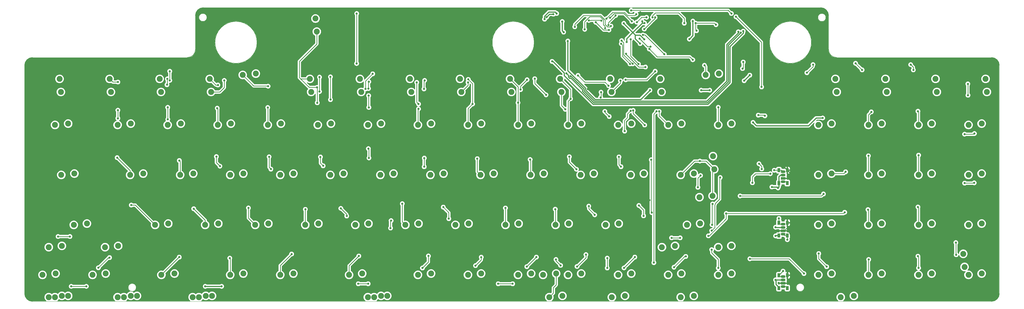
<source format=gbr>
%TF.GenerationSoftware,KiCad,Pcbnew,(6.99.0-5337-gc57e6db79a-dirty)*%
%TF.CreationDate,2023-01-26T13:45:44-05:00*%
%TF.ProjectId,m0116,6d303131-362e-46b6-9963-61645f706362,rev?*%
%TF.SameCoordinates,Original*%
%TF.FileFunction,Copper,L1,Top*%
%TF.FilePolarity,Positive*%
%FSLAX46Y46*%
G04 Gerber Fmt 4.6, Leading zero omitted, Abs format (unit mm)*
G04 Created by KiCad (PCBNEW (6.99.0-5337-gc57e6db79a-dirty)) date 2023-01-26 13:45:44*
%MOMM*%
%LPD*%
G01*
G04 APERTURE LIST*
%TA.AperFunction,ComponentPad*%
%ADD10C,2.250000*%
%TD*%
%TA.AperFunction,SMDPad,CuDef*%
%ADD11R,1.000000X1.500000*%
%TD*%
%TA.AperFunction,ComponentPad*%
%ADD12O,1.800000X1.070000*%
%TD*%
%TA.AperFunction,ComponentPad*%
%ADD13R,1.800000X1.070000*%
%TD*%
%TA.AperFunction,ViaPad*%
%ADD14C,0.800000*%
%TD*%
%TA.AperFunction,Conductor*%
%ADD15C,0.250000*%
%TD*%
%TA.AperFunction,Conductor*%
%ADD16C,0.400000*%
%TD*%
%TA.AperFunction,Profile*%
%ADD17C,0.200000*%
%TD*%
%TA.AperFunction,Profile*%
%ADD18C,0.150000*%
%TD*%
%TA.AperFunction,Profile*%
%ADD19C,0.050000*%
%TD*%
G04 APERTURE END LIST*
D10*
%TO.P,SW_RALT_3,2,ROW*%
%TO.N,Net-(D7-A)*%
X203701250Y-129365000D03*
%TO.P,SW_RALT_3,1,COL*%
%TO.N,COL8*%
X208701250Y-128865000D03*
%TD*%
%TO.P,SW_SP2_3,1,COL*%
%TO.N,COL6*%
X142026250Y-128865000D03*
%TO.P,SW_SP2_3,2,ROW*%
%TO.N,Net-(D99-A)*%
X137026250Y-129365000D03*
%TD*%
%TO.P,SW_LALT_3,1,COL*%
%TO.N,COL3*%
X75351250Y-128865000D03*
%TO.P,SW_LALT_3,2,ROW*%
%TO.N,Net-(D98-A)*%
X70351250Y-129365000D03*
%TD*%
%TO.P,SW_LGUI_3,2,ROW*%
%TO.N,Net-(D97-A)*%
X39395000Y-129365000D03*
%TO.P,SW_LGUI_3,1,COL*%
%TO.N,COL2*%
X44395000Y-128865000D03*
%TD*%
%TO.P,SW_LCTRL_3,2,ROW*%
%TO.N,Net-(D96-A)*%
X13201250Y-129365000D03*
%TO.P,SW_LCTRL_3,1,COL*%
%TO.N,COL1*%
X18201250Y-128865000D03*
%TD*%
%TO.P,SW_LSH_2,2,ROW*%
%TO.N,Net-(D1-A)*%
X13201250Y-110315000D03*
%TO.P,SW_LSH_2,1,COL*%
%TO.N,COL0*%
X18201250Y-109815000D03*
%TD*%
%TO.P,SW_CAPS_2,2,ROW*%
%TO.N,Net-(D104-A)*%
X34632500Y-110315000D03*
%TO.P,SW_CAPS_2,1,COL*%
%TO.N,COL0*%
X39632500Y-109815000D03*
%TD*%
%TO.P,SW_UPX_2,2,ROW*%
%TO.N,Net-(D89-A)*%
X267995000Y-110315000D03*
%TO.P,SW_UPX_2,1,COL*%
%TO.N,COL12*%
X272995000Y-109815000D03*
%TD*%
%TO.P,SW_RSH_2,2,ROW*%
%TO.N,Net-(D88-A)*%
X246563750Y-110315000D03*
%TO.P,SW_RSH_2,1,COL*%
%TO.N,COL11*%
X251563750Y-109815000D03*
%TD*%
%TO.P,SW_ENTER_3,2,ROW*%
%TO.N,Net-(D70-A)*%
X258707500Y-82265000D03*
%TO.P,SW_ENTER_3,1,COL*%
%TO.N,COL12*%
X253707500Y-82765000D03*
%TD*%
%TO.P,SW_RGUI_2,2,ROW*%
%TO.N,Net-(D100-A)*%
X227513750Y-129365000D03*
%TO.P,SW_RGUI_2,1,COL*%
%TO.N,COL9*%
X232513750Y-128865000D03*
%TD*%
%TO.P,SW_RCTRL_2,2,ROW*%
%TO.N,Net-(D8-A)*%
X253707500Y-129365000D03*
%TO.P,SW_RCTRL_2,1,COL*%
%TO.N,COL10*%
X258707500Y-128865000D03*
%TD*%
%TO.P,SW_RALT_2,2,ROW*%
%TO.N,Net-(D7-A)*%
X206320000Y-120365000D03*
%TO.P,SW_RALT_2,1,COL*%
%TO.N,COL8*%
X201320000Y-120865000D03*
%TD*%
%TO.P,SW_SP2_2,2,ROW*%
%TO.N,Net-(D99-A)*%
X134645000Y-129365000D03*
%TO.P,SW_SP2_2,1,COL*%
%TO.N,COL6*%
X139645000Y-128865000D03*
%TD*%
%TO.P,SW_LGUI_2,2,ROW*%
%TO.N,Net-(D97-A)*%
X41776250Y-129365000D03*
%TO.P,SW_LGUI_2,1,COL*%
%TO.N,COL2*%
X46776250Y-128865000D03*
%TD*%
%TO.P,SW_LALT_2,2,ROW*%
%TO.N,Net-(D98-A)*%
X67970000Y-129365000D03*
%TO.P,SW_LALT_2,1,COL*%
%TO.N,COL3*%
X72970000Y-128865000D03*
%TD*%
%TO.P,SW_LCTRL_1,2,ROW*%
%TO.N,Net-(D96-A)*%
X15582500Y-129365000D03*
%TO.P,SW_LCTRL_1,1,COL*%
%TO.N,COL1*%
X20582500Y-128865000D03*
%TD*%
%TO.P,SW_Z_1,2,ROW*%
%TO.N,Net-(D78-A)*%
X58682500Y-101315000D03*
%TO.P,SW_Z_1,1,COL*%
%TO.N,COL1*%
X53682500Y-101815000D03*
%TD*%
%TO.P,SW_Y_1,2,ROW*%
%TO.N,Net-(D45-A)*%
X139645000Y-63215000D03*
%TO.P,SW_Y_1,1,COL*%
%TO.N,COL6*%
X134645000Y-63715000D03*
%TD*%
%TO.P,SW_X_1,2,ROW*%
%TO.N,Net-(D79-A)*%
X77732500Y-101315000D03*
%TO.P,SW_X_1,1,COL*%
%TO.N,COL2*%
X72732500Y-101815000D03*
%TD*%
%TO.P,SW_W_1,2,ROW*%
%TO.N,Net-(D41-A)*%
X63445000Y-63215000D03*
%TO.P,SW_W_1,1,COL*%
%TO.N,COL2*%
X58445000Y-63715000D03*
%TD*%
%TO.P,SW_V_1,2,ROW*%
%TO.N,Net-(D81-A)*%
X115832500Y-101315000D03*
%TO.P,SW_V_1,1,COL*%
%TO.N,COL4*%
X110832500Y-101815000D03*
%TD*%
%TO.P,SW_U_1,2,ROW*%
%TO.N,Net-(D46-A)*%
X158695000Y-63215000D03*
%TO.P,SW_U_1,1,COL*%
%TO.N,COL7*%
X153695000Y-63715000D03*
%TD*%
%TO.P,SW_T_1,2,ROW*%
%TO.N,Net-(D44-A)*%
X120595000Y-63215000D03*
%TO.P,SW_T_1,1,COL*%
%TO.N,COL5*%
X115595000Y-63715000D03*
%TD*%
%TO.P,SW_TAB_1,2,ROW*%
%TO.N,Net-(D39-A)*%
X20582500Y-63215000D03*
%TO.P,SW_TAB_1,1,COL*%
%TO.N,COL0*%
X15582500Y-63715000D03*
%TD*%
%TO.P,SW_S_1,2,ROW*%
%TO.N,Net-(D60-A)*%
X68207500Y-82265000D03*
%TO.P,SW_S_1,1,COL*%
%TO.N,COL2*%
X63207500Y-82765000D03*
%TD*%
%TO.P,SW_SP3_1,2,ROW*%
%TO.N,Net-(D6-A)*%
X158695000Y-120365000D03*
%TO.P,SW_SP3_1,1,COL*%
%TO.N,COL7*%
X153695000Y-120865000D03*
%TD*%
%TO.P,SW_SP2_1,2,ROW*%
%TO.N,Net-(D99-A)*%
X132501250Y-120365000D03*
%TO.P,SW_SP2_1,1,COL*%
%TO.N,COL6*%
X127501250Y-120865000D03*
%TD*%
%TO.P,SW_SP1_1,2,ROW*%
%TO.N,Net-(D2-A)*%
X106307500Y-120365000D03*
%TO.P,SW_SP1_1,1,COL*%
%TO.N,COL4*%
X101307500Y-120865000D03*
%TD*%
%TO.P,SW_SLASH_1,2,ROW*%
%TO.N,Net-(D87-A)*%
X230132500Y-101315000D03*
%TO.P,SW_SLASH_1,1,COL*%
%TO.N,COL10*%
X225132500Y-101815000D03*
%TD*%
%TO.P,SW_R_1,2,ROW*%
%TO.N,Net-(D43-A)*%
X101545000Y-63215000D03*
%TO.P,SW_R_1,1,COL*%
%TO.N,COL4*%
X96545000Y-63715000D03*
%TD*%
%TO.P,SW_RSUP3_1,2,ROW*%
%TO.N,Net-(D106-A)*%
X272995000Y-120365000D03*
%TO.P,SW_RSUP3_1,1,COL*%
%TO.N,COL13*%
X267995000Y-120865000D03*
%TD*%
%TO.P,SW_RSUP2_1,2,ROW*%
%TO.N,Net-(D102-A)*%
X253945000Y-120365000D03*
%TO.P,SW_RSUP2_1,1,COL*%
%TO.N,COL12*%
X248945000Y-120865000D03*
%TD*%
%TO.P,SW_RSUP1_1,2,ROW*%
%TO.N,Net-(D101-A)*%
X234895000Y-120365000D03*
%TO.P,SW_RSUP1_1,1,COL*%
%TO.N,COL11*%
X229895000Y-120865000D03*
%TD*%
%TO.P,SW_RSH_1,2,ROW*%
%TO.N,Net-(D88-A)*%
X261088750Y-101315000D03*
%TO.P,SW_RSH_1,1,COL*%
%TO.N,COL11*%
X256088750Y-101815000D03*
%TD*%
%TO.P,SW_RGUI_1,2,ROW*%
%TO.N,Net-(D100-A)*%
X196795000Y-120365000D03*
%TO.P,SW_RGUI_1,1,COL*%
%TO.N,COL9*%
X191795000Y-120865000D03*
%TD*%
%TO.P,SW_RCTRL_1,2,ROW*%
%TO.N,Net-(D8-A)*%
X215845000Y-120365000D03*
%TO.P,SW_RCTRL_1,1,COL*%
%TO.N,COL10*%
X210845000Y-120865000D03*
%TD*%
%TO.P,SW_RBRC_1,2,ROW*%
%TO.N,Net-(D51-A)*%
X253945000Y-63215000D03*
%TO.P,SW_RBRC_1,1,COL*%
%TO.N,COL12*%
X248945000Y-63715000D03*
%TD*%
%TO.P,SW_RALT_1,2,ROW*%
%TO.N,Net-(D7-A)*%
X177745000Y-120365000D03*
%TO.P,SW_RALT_1,1,COL*%
%TO.N,COL8*%
X172745000Y-120865000D03*
%TD*%
%TO.P,SW_Q_1,2,ROW*%
%TO.N,Net-(D40-A)*%
X44395000Y-63215000D03*
%TO.P,SW_Q_1,1,COL*%
%TO.N,COL1*%
X39395000Y-63715000D03*
%TD*%
%TO.P,SW_P_1,2,ROW*%
%TO.N,Net-(D49-A)*%
X215845000Y-63215000D03*
%TO.P,SW_P_1,1,COL*%
%TO.N,COL10*%
X210845000Y-63715000D03*
%TD*%
%TO.P,SW_POW_1,2,ROW*%
%TO.N,Net-(D82-A)*%
X114720000Y-23165000D03*
%TO.P,SW_POW_1,1,COL*%
%TO.N,COL5*%
X115220000Y-28165000D03*
%TD*%
%TO.P,SW_PER_1,2,ROW*%
%TO.N,Net-(D86-A)*%
X211082500Y-101315000D03*
%TO.P,SW_PER_1,1,COL*%
%TO.N,COL9*%
X206082500Y-101815000D03*
%TD*%
%TO.P,SW_O_1,2,ROW*%
%TO.N,Net-(D48-A)*%
X196795000Y-63215000D03*
%TO.P,SW_O_1,1,COL*%
%TO.N,COL9*%
X191795000Y-63715000D03*
%TD*%
%TO.P,SW_N_1,2,ROW*%
%TO.N,Net-(D83-A)*%
X153932500Y-101315000D03*
%TO.P,SW_N_1,1,COL*%
%TO.N,COL6*%
X148932500Y-101815000D03*
%TD*%
%TO.P,SW_M_1,2,ROW*%
%TO.N,Net-(D84-A)*%
X172982500Y-101315000D03*
%TO.P,SW_M_1,1,COL*%
%TO.N,COL7*%
X167982500Y-101815000D03*
%TD*%
%TO.P,SW_MINUS_1,2,ROW*%
%TO.N,Net-(D30-A)*%
X227370000Y-51165000D03*
%TO.P,SW_MINUS_1,1,COL*%
%TO.N,COL11*%
X226870000Y-46165000D03*
%TD*%
%TO.P,SW_L_1,2,ROW*%
%TO.N,Net-(D67-A)*%
X201557500Y-82265000D03*
%TO.P,SW_L_1,1,COL*%
%TO.N,COL9*%
X196557500Y-82765000D03*
%TD*%
%TO.P,SW_LSH_1,2,ROW*%
%TO.N,Net-(D1-A)*%
X27726250Y-101315000D03*
%TO.P,SW_LSH_1,1,COL*%
%TO.N,COL0*%
X22726250Y-101815000D03*
%TD*%
%TO.P,SW_LGUI_1,2,ROW*%
%TO.N,Net-(D97-A)*%
X61063750Y-120365000D03*
%TO.P,SW_LGUI_1,1,COL*%
%TO.N,COL2*%
X56063750Y-120865000D03*
%TD*%
%TO.P,SW_LCTRL_2,2,ROW*%
%TO.N,Net-(D96-A)*%
X34870000Y-120365000D03*
%TO.P,SW_LCTRL_2,1,COL*%
%TO.N,COL1*%
X29870000Y-120865000D03*
%TD*%
%TO.P,SW_LBRC_1,2,ROW*%
%TO.N,Net-(D50-A)*%
X234895000Y-63215000D03*
%TO.P,SW_LBRC_1,1,COL*%
%TO.N,COL11*%
X229895000Y-63715000D03*
%TD*%
%TO.P,SW_LALT_1,2,ROW*%
%TO.N,Net-(D98-A)*%
X87257500Y-120365000D03*
%TO.P,SW_LALT_1,1,COL*%
%TO.N,COL3*%
X82257500Y-120865000D03*
%TD*%
%TO.P,SW_K_1,2,ROW*%
%TO.N,Net-(D66-A)*%
X182507500Y-82265000D03*
%TO.P,SW_K_1,1,COL*%
%TO.N,COL8*%
X177507500Y-82765000D03*
%TD*%
%TO.P,SW_KPPLUS_1,2,ROW*%
%TO.N,Net-(D36-A)*%
X368245000Y-63215000D03*
%TO.P,SW_KPPLUS_1,1,COL*%
%TO.N,COL17*%
X363245000Y-63715000D03*
%TD*%
%TO.P,SW_KPPER_1,1,COL*%
%TO.N,COL16*%
X344195000Y-120865000D03*
%TO.P,SW_KPPER_1,2,ROW*%
%TO.N,Net-(D108-A)*%
X349195000Y-120365000D03*
%TD*%
%TO.P,SW_KPMULT_1,1,COL*%
%TO.N,COL17*%
X369745000Y-46165000D03*
%TO.P,SW_KPMULT_1,2,ROW*%
%TO.N,Net-(D16-A)*%
X370245000Y-51165000D03*
%TD*%
%TO.P,SW_KPMINUS_1,2,ROW*%
%TO.N,Net-(D55-A)*%
X368245000Y-82265000D03*
%TO.P,SW_KPMINUS_1,1,COL*%
%TO.N,COL17*%
X363245000Y-82765000D03*
%TD*%
%TO.P,SW_KPEQ_1,2,ROW*%
%TO.N,Net-(D34-A)*%
X332145000Y-51165000D03*
%TO.P,SW_KPEQ_1,1,COL*%
%TO.N,COL15*%
X331645000Y-46165000D03*
%TD*%
%TO.P,SW_KPENT_2,2,ROW*%
%TO.N,Net-(D93-A)*%
X361245000Y-112840000D03*
%TO.P,SW_KPENT_2,1,COL*%
%TO.N,COL17*%
X361745000Y-117840000D03*
%TD*%
%TO.P,SW_KPENT_1,1,COL*%
%TO.N,COL17*%
X363245000Y-120865000D03*
%TO.P,SW_KPENT_1,2,ROW*%
%TO.N,Net-(D93-A)*%
X368245000Y-120365000D03*
%TD*%
%TO.P,SW_KPENTX_1,2,ROW*%
%TO.N,Net-(D75-A)*%
X368245000Y-101315000D03*
%TO.P,SW_KPENTX_1,1,COL*%
%TO.N,COL17*%
X363245000Y-101815000D03*
%TD*%
%TO.P,SW_KPDIV_1,2,ROW*%
%TO.N,Net-(D35-A)*%
X351195000Y-51165000D03*
%TO.P,SW_KPDIV_1,1,COL*%
%TO.N,COL16*%
X350695000Y-46165000D03*
%TD*%
%TO.P,SW_KPCLR_1,1,COL*%
%TO.N,COL14*%
X312595000Y-46165000D03*
%TO.P,SW_KPCLR_1,2,ROW*%
%TO.N,Net-(D33-A)*%
X313095000Y-51165000D03*
%TD*%
%TO.P,SW_KP9_1,2,ROW*%
%TO.N,Net-(D53-A)*%
X349195000Y-63215000D03*
%TO.P,SW_KP9_1,1,COL*%
%TO.N,COL16*%
X344195000Y-63715000D03*
%TD*%
%TO.P,SW_KP8_1,1,COL*%
%TO.N,COL15*%
X325145000Y-63715000D03*
%TO.P,SW_KP8_1,2,ROW*%
%TO.N,Net-(D109-A)*%
X330145000Y-63215000D03*
%TD*%
%TO.P,SW_KP7_1,2,ROW*%
%TO.N,Net-(D52-A)*%
X311095000Y-63215000D03*
%TO.P,SW_KP7_1,1,COL*%
%TO.N,COL14*%
X306095000Y-63715000D03*
%TD*%
%TO.P,SW_KP6_1,2,ROW*%
%TO.N,Net-(D54-A)*%
X349195000Y-82265000D03*
%TO.P,SW_KP6_1,1,COL*%
%TO.N,COL16*%
X344195000Y-82765000D03*
%TD*%
%TO.P,SW_KP5_1,2,ROW*%
%TO.N,Net-(D73-A)*%
X330145000Y-82265000D03*
%TO.P,SW_KP5_1,1,COL*%
%TO.N,COL15*%
X325145000Y-82765000D03*
%TD*%
%TO.P,SW_KP4_1,2,ROW*%
%TO.N,Net-(D72-A)*%
X311095000Y-82265000D03*
%TO.P,SW_KP4_1,1,COL*%
%TO.N,COL14*%
X306095000Y-82765000D03*
%TD*%
%TO.P,SW_KP3_1,2,ROW*%
%TO.N,Net-(D74-A)*%
X349195000Y-101315000D03*
%TO.P,SW_KP3_1,1,COL*%
%TO.N,COL16*%
X344195000Y-101815000D03*
%TD*%
%TO.P,SW_KP2_1,2,ROW*%
%TO.N,Net-(D92-A)*%
X330145000Y-101315000D03*
%TO.P,SW_KP2_1,1,COL*%
%TO.N,COL15*%
X325145000Y-101815000D03*
%TD*%
%TO.P,SW_KP1_1,2,ROW*%
%TO.N,Net-(D91-A)*%
X311095000Y-101315000D03*
%TO.P,SW_KP1_1,1,COL*%
%TO.N,COL14*%
X306095000Y-101815000D03*
%TD*%
%TO.P,SW_KP0_2,1,COL*%
%TO.N,COL14*%
X319620000Y-128865000D03*
%TO.P,SW_KP0_2,2,ROW*%
%TO.N,Net-(D107-A)*%
X314620000Y-129365000D03*
%TD*%
%TO.P,SW_KP0_1,1,COL*%
%TO.N,COL14*%
X306095000Y-120865000D03*
%TO.P,SW_KP0_1,2,ROW*%
%TO.N,Net-(D107-A)*%
X311095000Y-120365000D03*
%TD*%
%TO.P,SW_KP0X_1,1,COL*%
%TO.N,COL15*%
X325145000Y-120865000D03*
%TO.P,SW_KP0X_1,2,ROW*%
%TO.N,Net-(D103-A)*%
X330145000Y-120365000D03*
%TD*%
%TO.P,SW_J_1,2,ROW*%
%TO.N,Net-(D65-A)*%
X163457500Y-82265000D03*
%TO.P,SW_J_1,1,COL*%
%TO.N,COL7*%
X158457500Y-82765000D03*
%TD*%
%TO.P,SW_I_1,2,ROW*%
%TO.N,Net-(D47-A)*%
X177745000Y-63215000D03*
%TO.P,SW_I_1,1,COL*%
%TO.N,COL8*%
X172745000Y-63715000D03*
%TD*%
%TO.P,SW_H_1,2,ROW*%
%TO.N,Net-(D64-A)*%
X144407500Y-82265000D03*
%TO.P,SW_H_1,1,COL*%
%TO.N,COL6*%
X139407500Y-82765000D03*
%TD*%
%TO.P,SW_G_1,2,ROW*%
%TO.N,Net-(D63-A)*%
X125357500Y-82265000D03*
%TO.P,SW_G_1,1,COL*%
%TO.N,COL5*%
X120357500Y-82765000D03*
%TD*%
%TO.P,SW_F_1,2,ROW*%
%TO.N,Net-(D62-A)*%
X106307500Y-82265000D03*
%TO.P,SW_F_1,1,COL*%
%TO.N,COL4*%
X101307500Y-82765000D03*
%TD*%
%TO.P,SW_E_1,2,ROW*%
%TO.N,Net-(D42-A)*%
X82495000Y-63215000D03*
%TO.P,SW_E_1,1,COL*%
%TO.N,COL3*%
X77495000Y-63715000D03*
%TD*%
%TO.P,SW_ESC_1,2,ROW*%
%TO.N,Net-(D19-A)*%
X17820000Y-51165000D03*
%TO.P,SW_ESC_1,1,COL*%
%TO.N,COL0*%
X17320000Y-46165000D03*
%TD*%
%TO.P,SW_EQ_1,2,ROW*%
%TO.N,Net-(D31-A)*%
X246420000Y-51165000D03*
%TO.P,SW_EQ_1,1,COL*%
%TO.N,COL12*%
X245920000Y-46165000D03*
%TD*%
%TO.P,SW_ENTER_2,2,ROW*%
%TO.N,Net-(D70-A)*%
X265995000Y-75615000D03*
%TO.P,SW_ENTER_2,1,COL*%
%TO.N,COL12*%
X266495000Y-80615000D03*
%TD*%
%TO.P,SW_ENTER_1,2,ROW*%
%TO.N,Net-(D70-A)*%
X260851250Y-91265000D03*
%TO.P,SW_ENTER_1,1,COL*%
%TO.N,COL12*%
X265851250Y-90765000D03*
%TD*%
%TO.P,SW_D_1,2,ROW*%
%TO.N,Net-(D61-A)*%
X87257500Y-82265000D03*
%TO.P,SW_D_1,1,COL*%
%TO.N,COL3*%
X82257500Y-82765000D03*
%TD*%
%TO.P,SW_C_1,2,ROW*%
%TO.N,Net-(D80-A)*%
X96782500Y-101315000D03*
%TO.P,SW_C_1,1,COL*%
%TO.N,COL3*%
X91782500Y-101815000D03*
%TD*%
%TO.P,SW_COMMA_1,2,ROW*%
%TO.N,Net-(D85-A)*%
X192032500Y-101315000D03*
%TO.P,SW_COMMA_1,1,COL*%
%TO.N,COL8*%
X187032500Y-101815000D03*
%TD*%
%TO.P,SW_COLON_1,2,ROW*%
%TO.N,Net-(D68-A)*%
X220607500Y-82265000D03*
%TO.P,SW_COLON_1,1,COL*%
%TO.N,COL10*%
X215607500Y-82765000D03*
%TD*%
%TO.P,SW_CCTRL_1,2,ROW*%
%TO.N,Net-(D57-A)*%
X22963750Y-82265000D03*
%TO.P,SW_CCTRL_1,1,COL*%
%TO.N,COL0*%
X17963750Y-82765000D03*
%TD*%
%TO.P,SW_CAPS_1,2,ROW*%
%TO.N,Net-(D104-A)*%
X15820000Y-120365000D03*
%TO.P,SW_CAPS_1,1,COL*%
%TO.N,COL0*%
X10820000Y-120865000D03*
%TD*%
%TO.P,SW_B_1,2,ROW*%
%TO.N,Net-(D105-A)*%
X134882500Y-101315000D03*
%TO.P,SW_B_1,1,COL*%
%TO.N,COL5*%
X129882500Y-101815000D03*
%TD*%
%TO.P,SW_BS_1,2,ROW*%
%TO.N,Net-(D32-A)*%
X268232500Y-44165000D03*
%TO.P,SW_BS_1,1,COL*%
%TO.N,COL13*%
X263232500Y-44665000D03*
%TD*%
%TO.P,SW_BACKSL_1,2,ROW*%
%TO.N,Net-(D12-A)*%
X272995000Y-63215000D03*
%TO.P,SW_BACKSL_1,1,COL*%
%TO.N,COL13*%
X267995000Y-63715000D03*
%TD*%
%TO.P,SW_A_1,2,ROW*%
%TO.N,Net-(D59-A)*%
X49157500Y-82265000D03*
%TO.P,SW_A_1,1,COL*%
%TO.N,COL1*%
X44157500Y-82765000D03*
%TD*%
%TO.P,SW_APOS_1,2,ROW*%
%TO.N,Net-(D69-A)*%
X239657500Y-82265000D03*
%TO.P,SW_APOS_1,1,COL*%
%TO.N,COL11*%
X234657500Y-82765000D03*
%TD*%
%TO.P,SW_9_1,2,ROW*%
%TO.N,Net-(D28-A)*%
X189270000Y-51165000D03*
%TO.P,SW_9_1,1,COL*%
%TO.N,COL9*%
X188770000Y-46165000D03*
%TD*%
%TO.P,SW_8_1,2,ROW*%
%TO.N,Net-(D27-A)*%
X170220000Y-51165000D03*
%TO.P,SW_8_1,1,COL*%
%TO.N,COL8*%
X169720000Y-46165000D03*
%TD*%
%TO.P,SW_7_1,2,ROW*%
%TO.N,Net-(D26-A)*%
X151170000Y-51165000D03*
%TO.P,SW_7_1,1,COL*%
%TO.N,COL7*%
X150670000Y-46165000D03*
%TD*%
%TO.P,SW_6_1,1,COL*%
%TO.N,COL6*%
X131620000Y-46165000D03*
%TO.P,SW_6_1,2,ROW*%
%TO.N,Net-(D25-A)*%
X132120000Y-51165000D03*
%TD*%
%TO.P,SW_5_1,1,COL*%
%TO.N,COL5*%
X112570000Y-46165000D03*
%TO.P,SW_5_1,2,ROW*%
%TO.N,Net-(D24-A)*%
X113070000Y-51165000D03*
%TD*%
%TO.P,SW_4_1,1,COL*%
%TO.N,COL4*%
X87020000Y-44665000D03*
%TO.P,SW_4_1,2,ROW*%
%TO.N,Net-(D23-A)*%
X92020000Y-44165000D03*
%TD*%
%TO.P,SW_3_1,1,COL*%
%TO.N,COL3*%
X74470000Y-46165000D03*
%TO.P,SW_3_1,2,ROW*%
%TO.N,Net-(D22-A)*%
X74970000Y-51165000D03*
%TD*%
%TO.P,SW_2_1,1,COL*%
%TO.N,COL2*%
X55420000Y-46165000D03*
%TO.P,SW_2_1,2,ROW*%
%TO.N,Net-(D21-A)*%
X55920000Y-51165000D03*
%TD*%
%TO.P,SW_1_1,1,COL*%
%TO.N,COL1*%
X36370000Y-46165000D03*
%TO.P,SW_1_1,2,ROW*%
%TO.N,Net-(D20-A)*%
X36870000Y-51165000D03*
%TD*%
%TO.P,SW_0_1,2,ROW*%
%TO.N,Net-(D29-A)*%
X208320000Y-51165000D03*
%TO.P,SW_0_1,1,COL*%
%TO.N,COL10*%
X207820000Y-46165000D03*
%TD*%
D11*
%TO.P,LED1,1,VCC*%
%TO.N,+5V*%
X291089999Y-125889999D03*
D12*
X292689999Y-122804999D03*
D11*
%TO.P,LED1,2,DOUT*%
%TO.N,unconnected-(LED1-DOUT-Pad2)*%
X294289999Y-125889999D03*
D12*
X292689999Y-125344999D03*
D13*
%TO.P,LED1,3,GND*%
%TO.N,GND*%
X292689999Y-124074999D03*
D11*
X294289999Y-120989999D03*
D12*
%TO.P,LED1,4,DIN*%
%TO.N,Net-(LED1-DIN)*%
X292689999Y-121534999D03*
D11*
X291089999Y-120989999D03*
%TD*%
%TO.P,LED2,1,VCC*%
%TO.N,+5V*%
X291089999Y-105889999D03*
D12*
X292689999Y-102804999D03*
D11*
%TO.P,LED2,2,DOUT*%
%TO.N,Net-(LED1-DIN)*%
X294289999Y-105889999D03*
D12*
X292689999Y-105344999D03*
D13*
%TO.P,LED2,3,GND*%
%TO.N,GND*%
X292689999Y-104074999D03*
D11*
X294289999Y-100989999D03*
D12*
%TO.P,LED2,4,DIN*%
%TO.N,Net-(LED2-DIN)*%
X292689999Y-101534999D03*
D11*
X291089999Y-100989999D03*
%TD*%
%TO.P,LED3,1,VCC*%
%TO.N,+5V*%
X291089999Y-85889999D03*
D12*
X292689999Y-82804999D03*
D11*
%TO.P,LED3,2,DOUT*%
%TO.N,Net-(LED2-DIN)*%
X294289999Y-85889999D03*
D12*
X292689999Y-85344999D03*
D13*
%TO.P,LED3,3,GND*%
%TO.N,GND*%
X292689999Y-84074999D03*
D11*
X294289999Y-80989999D03*
D12*
%TO.P,LED3,4,DIN*%
%TO.N,LEDDINC*%
X292689999Y-81534999D03*
D11*
X291089999Y-80989999D03*
%TD*%
D14*
%TO.N,Net-(D21-A)*%
X59250000Y-46750000D03*
X59250000Y-43250000D03*
%TO.N,COL1*%
X39510000Y-47370000D03*
%TO.N,Net-(D22-A)*%
X80000000Y-46750000D03*
%TO.N,Net-(D24-A)*%
X116250000Y-51000000D03*
X116250000Y-45500000D03*
%TO.N,COL6*%
X135000000Y-47250000D03*
%TO.N,Net-(D25-A)*%
X136500000Y-44250000D03*
X133750000Y-50000000D03*
%TO.N,GND*%
X145250000Y-51500000D03*
%TO.N,COL7*%
X153250000Y-47500000D03*
%TO.N,Net-(D26-A)*%
X156250000Y-46750000D03*
X156000000Y-50000000D03*
%TO.N,GND*%
X165750000Y-51250000D03*
X165000000Y-46000000D03*
%TO.N,COL8*%
X172862701Y-46362701D03*
%TO.N,Net-(D27-A)*%
X172750000Y-47500000D03*
%TO.N,GND*%
X204500000Y-46000000D03*
X205750000Y-51000000D03*
X185500000Y-51500000D03*
X186000000Y-46250000D03*
%TO.N,Net-(D28-A)*%
X192750000Y-50250000D03*
X195250000Y-46500000D03*
%TO.N,Net-(D29-A)*%
X209750000Y-57750000D03*
%TO.N,LEDDIN*%
X281000000Y-85750000D03*
X287815000Y-82330000D03*
%TO.N,GND*%
X85500000Y-52480000D03*
X282750000Y-83500000D03*
X208500000Y-33500000D03*
X291000000Y-124000000D03*
X47750000Y-123500000D03*
X13750000Y-105250000D03*
X204500000Y-124250000D03*
X207250000Y-126000000D03*
X189000000Y-119750000D03*
X199250000Y-126250000D03*
X194500000Y-123250000D03*
%TO.N,COL9*%
X208000000Y-117250000D03*
%TO.N,Net-(D1-A)*%
X21250000Y-106250000D03*
X16750000Y-106250000D03*
%TO.N,ROW3*%
X264250000Y-106000000D03*
%TO.N,Net-(D88-A)*%
X253500000Y-106750000D03*
X250250000Y-106750000D03*
%TO.N,GND*%
X240250000Y-129000000D03*
X224000000Y-126500000D03*
%TO.N,COL10*%
X225750000Y-114500000D03*
X225750000Y-118250000D03*
%TO.N,COL9*%
X206250000Y-115000000D03*
%TO.N,COL8*%
X184250000Y-124250000D03*
X189750000Y-124250000D03*
%TO.N,COL6*%
X131000000Y-124250000D03*
X134750000Y-124250000D03*
%TO.N,Net-(D98-A)*%
X79000000Y-125250000D03*
X72750000Y-125250000D03*
%TO.N,Net-(D96-A)*%
X27500000Y-125250000D03*
X21750000Y-125250000D03*
%TO.N,USB_DP_ESD*%
X275633475Y-28205151D03*
%TO.N,USB_DM_ESD*%
X276565687Y-28565687D03*
%TO.N,VBUS*%
X277500000Y-28000000D03*
%TO.N,GND*%
X212250000Y-39750000D03*
X212750000Y-37000000D03*
X223500000Y-46000000D03*
X225000000Y-49000000D03*
X221612059Y-48889950D03*
X236500000Y-52750000D03*
X229500000Y-52000000D03*
%TO.N,VBUS*%
X206500000Y-21250000D03*
X201901000Y-23427033D03*
X204750000Y-39500000D03*
%TO.N,USB_DM_ESD*%
X210200500Y-44051835D03*
X205250000Y-21500000D03*
X202700500Y-22609500D03*
%TO.N,GND*%
X280273402Y-39525791D03*
%TO.N,BUZIN*%
X277500000Y-39750000D03*
X258304643Y-38879143D03*
%TO.N,+5V*%
X264750000Y-50500000D03*
X261500000Y-50500000D03*
X277875000Y-46875000D03*
%TO.N,COL11*%
X226500000Y-60500000D03*
X223250000Y-53250000D03*
X224840000Y-58565500D03*
%TO.N,USB_DP_ESD*%
X211732369Y-45113033D03*
%TO.N,GND*%
X209000000Y-31250000D03*
X262500000Y-28250000D03*
X261500000Y-27250000D03*
X243000000Y-29500000D03*
X326000000Y-40750000D03*
%TO.N,ROW0*%
X304061445Y-40735945D03*
X301750000Y-43824500D03*
%TO.N,GND*%
X282750000Y-46500000D03*
%TO.N,COL13*%
X262750000Y-41000000D03*
%TO.N,Net-(D36-A)*%
X365500000Y-67000000D03*
X361750000Y-67250000D03*
%TO.N,COL16*%
X344000000Y-58500000D03*
X344250000Y-75250000D03*
X344000000Y-95000000D03*
X344000000Y-113750000D03*
X344250000Y-118250000D03*
%TO.N,COL15*%
X325250000Y-115000000D03*
X325000000Y-96000000D03*
X325145000Y-75500000D03*
X326250000Y-58750000D03*
%TO.N,COL14*%
X306250000Y-112750000D03*
X309250000Y-117750000D03*
%TO.N,GND*%
X267250000Y-88750000D03*
X263000000Y-89250000D03*
%TO.N,COL12*%
X261000000Y-77500000D03*
%TO.N,COL15*%
X322750000Y-42739500D03*
X320250000Y-40224500D03*
%TO.N,GND*%
X241250000Y-37000000D03*
%TO.N,COL16*%
X341250000Y-40750000D03*
X342250000Y-42750000D03*
%TO.N,BUZIN*%
X241747163Y-34755142D03*
X277250000Y-42250000D03*
%TO.N,PB3*%
X284500000Y-49250000D03*
X274750000Y-22500000D03*
%TO.N,ROW1*%
X281250000Y-62750000D03*
X307750000Y-61065000D03*
%TO.N,GND*%
X292000000Y-78750000D03*
%TO.N,Net-(Q4-C)*%
X285750000Y-60250000D03*
X283250000Y-60000000D03*
%TO.N,GND*%
X243750000Y-27750000D03*
%TO.N,COL12*%
X245500000Y-58565500D03*
%TO.N,COL13*%
X267995000Y-57000000D03*
X268750000Y-83750000D03*
X268000000Y-118250000D03*
X265500000Y-104000000D03*
X265500000Y-111250000D03*
%TO.N,Net-(D70-A)*%
X261250000Y-83000000D03*
X260250000Y-87500000D03*
%TO.N,Net-(Q1-G)*%
X257000000Y-31000000D03*
X258332458Y-24167542D03*
%TO.N,PB3*%
X273000000Y-21250000D03*
%TO.N,+5V*%
X210750000Y-31750000D03*
X280000000Y-44750000D03*
X242000000Y-50500000D03*
%TO.N,PB3*%
X234875000Y-20125000D03*
X284544500Y-80500000D03*
X283500000Y-78500000D03*
%TO.N,ROW4*%
X244500497Y-58565500D03*
X243500000Y-116215000D03*
%TO.N,ROW3*%
X240000000Y-63750000D03*
X242500000Y-77000000D03*
X235631016Y-58200030D03*
X242750000Y-97165000D03*
%TO.N,ROW0*%
X232750000Y-46500000D03*
X244000000Y-43250000D03*
%TO.N,COL13*%
X240284000Y-41656000D03*
X232918000Y-36576000D03*
%TO.N,GND*%
X179070000Y-44704000D03*
X163170000Y-55390000D03*
%TO.N,Net-(D72-A)*%
X316484500Y-81590000D03*
%TO.N,ROW2*%
X276310000Y-90790000D03*
X308040000Y-90040000D03*
%TO.N,ROW4*%
X280020000Y-114750000D03*
X300610000Y-120370000D03*
%TO.N,ROW3*%
X316130000Y-97010000D03*
X271030000Y-97480000D03*
%TO.N,EEP_SDA*%
X247460000Y-36760000D03*
X239340000Y-29430000D03*
%TO.N,EEP_SCL*%
X242230000Y-33880000D03*
X238053403Y-30830515D03*
%TO.N,COL12*%
X237630000Y-40480000D03*
X234650000Y-31070000D03*
%TO.N,GND*%
X231900000Y-28090000D03*
%TO.N,ROW2*%
X232370000Y-66100000D03*
X234640000Y-58330000D03*
X235428800Y-40432545D03*
X231230047Y-31606221D03*
%TO.N,ROW1*%
X234430000Y-40470000D03*
X231070463Y-32790403D03*
%TO.N,GND*%
X216240000Y-28900000D03*
%TO.N,USB_DP*%
X213383500Y-26325417D03*
X227180000Y-26048000D03*
%TO.N,GND*%
X228110941Y-24566095D03*
X218310000Y-50100000D03*
X215730000Y-26320000D03*
%TO.N,COL10*%
X211320000Y-75830000D03*
X214020000Y-80610000D03*
%TO.N,COL11*%
X230210000Y-75910000D03*
X230990000Y-79650000D03*
X237780000Y-94410000D03*
X239570000Y-98380000D03*
%TO.N,COL12*%
X265851250Y-93850000D03*
X265650000Y-101770000D03*
X255640000Y-113840000D03*
X251150000Y-117950000D03*
%TO.N,COL11*%
X236250000Y-114100000D03*
X232140000Y-118210000D03*
X223380000Y-51250000D03*
%TO.N,Net-(D30-A)*%
X230790000Y-46880000D03*
%TO.N,ROW0*%
X198160000Y-46120000D03*
X202470000Y-52260000D03*
%TO.N,GND*%
X134500000Y-113560000D03*
X113790000Y-43170000D03*
X103360000Y-43930000D03*
X141230000Y-44570000D03*
X160440000Y-44630000D03*
X146450000Y-56190000D03*
X140750000Y-52160000D03*
X118210000Y-52050000D03*
X122620000Y-52480000D03*
X91900000Y-53770000D03*
X105670000Y-52860000D03*
X71290000Y-54200000D03*
X51440000Y-54630000D03*
%TO.N,COL2*%
X62900000Y-77280000D03*
%TO.N,ROW1*%
X120410000Y-45410000D03*
X120430000Y-54080000D03*
%TO.N,COL7*%
X156130000Y-76360000D03*
X156090000Y-79650000D03*
%TO.N,COL10*%
X218720000Y-94680000D03*
X220980000Y-97970000D03*
X217640000Y-113130000D03*
X214270000Y-117670000D03*
%TO.N,COL9*%
X198790000Y-114100000D03*
X195150000Y-117730000D03*
X205970000Y-95830000D03*
X196410000Y-76890000D03*
%TO.N,COL8*%
X176290000Y-76580000D03*
X187010000Y-95390000D03*
X177800000Y-114130000D03*
X175620000Y-117340000D03*
%TO.N,COL7*%
X157690000Y-113660000D03*
X155410000Y-118240000D03*
%TO.N,ROW4*%
X143490000Y-100180000D03*
X143270000Y-103020000D03*
%TO.N,COL3*%
X77000000Y-75780000D03*
X78350000Y-79440000D03*
%TO.N,COL5*%
X115390000Y-55270000D03*
X116600000Y-75940000D03*
X117630000Y-79300000D03*
X124360000Y-95530000D03*
X126600000Y-98440000D03*
%TO.N,COL4*%
X110860000Y-95890000D03*
X97060000Y-75890000D03*
X97730000Y-80560000D03*
%TO.N,COL3*%
X82090000Y-114500000D03*
X89190000Y-95350000D03*
%TO.N,COL4*%
X105630000Y-112930000D03*
%TO.N,COL6*%
X131205000Y-113665000D03*
X134840000Y-72750000D03*
X135060000Y-76300000D03*
X147750000Y-93730000D03*
%TO.N,COL2*%
X68380000Y-95670000D03*
X62860000Y-114100000D03*
%TO.N,COL1*%
X39230000Y-76190000D03*
X44610000Y-94270000D03*
X36330000Y-114280000D03*
X32080000Y-118160000D03*
%TO.N,COL17*%
X363040000Y-52400000D03*
X363000000Y-48090000D03*
%TO.N,COL10*%
X211775500Y-53750000D03*
%TO.N,COL9*%
X191795000Y-55250000D03*
%TO.N,COL8*%
X174500000Y-55750000D03*
%TO.N,COL7*%
X153920000Y-57630000D03*
X153940000Y-55750000D03*
%TO.N,COL6*%
X135020000Y-57050000D03*
X134950000Y-52550000D03*
X134860000Y-49854500D03*
%TO.N,COL5*%
X115330000Y-49404500D03*
%TO.N,COL4*%
X96550000Y-57100000D03*
X96680000Y-48954500D03*
%TO.N,COL2*%
X214625500Y-44853099D03*
X226250000Y-48750000D03*
%TO.N,COL3*%
X77320000Y-57340000D03*
X77580000Y-48504500D03*
%TO.N,COL2*%
X58340000Y-46155500D03*
X58200000Y-48404500D03*
X58510000Y-61580000D03*
X58470000Y-57020000D03*
%TO.N,COL1*%
X39510000Y-61200000D03*
X39510000Y-58110000D03*
X226200000Y-25664500D03*
X228958391Y-22004500D03*
%TO.N,PB7*%
X223506251Y-23959224D03*
X225457790Y-23222000D03*
%TO.N,+5V*%
X209155404Y-28344596D03*
X208630000Y-24310000D03*
%TO.N,Net-(D55-A)*%
X365420000Y-85780000D03*
X361780000Y-85910000D03*
%TO.N,COL17*%
X358430000Y-108560000D03*
X358560000Y-113200000D03*
%TO.N,ROW0*%
X130400000Y-21270000D03*
X130370000Y-40310000D03*
%TO.N,/BOOT0*%
X255062125Y-24937875D03*
%TO.N,Net-(Q2-G)*%
X259711751Y-27822500D03*
X259371751Y-24938000D03*
X267141751Y-25517500D03*
%TO.N,+5V*%
X289820000Y-102706000D03*
X289820000Y-106008000D03*
X288425000Y-87370000D03*
X289820000Y-122772000D03*
X290765000Y-87740000D03*
%TO.N,Net-(LED1-DIN)*%
X294290000Y-107460000D03*
X292655000Y-119425000D03*
%TO.N,Net-(LED2-DIN)*%
X291090000Y-99360000D03*
%TO.N,+3.3VA*%
X238261751Y-32722500D03*
X233130000Y-32090000D03*
X239061751Y-24247500D03*
X239809251Y-31120000D03*
X239914873Y-24883354D03*
X232067217Y-25013000D03*
%TO.N,/NRST*%
X239837637Y-27174649D03*
X243961137Y-22737797D03*
%TO.N,USB_DM*%
X217191751Y-27287500D03*
X224910000Y-26823500D03*
%TO.N,/BOOT0*%
X237004790Y-24544043D03*
X240711751Y-22722500D03*
X242961751Y-22722500D03*
%TO.N,GND*%
X324450000Y-54750000D03*
X158750000Y-74450000D03*
X346625000Y-75725000D03*
X311100000Y-113850000D03*
X173000000Y-73250000D03*
X102600000Y-74300000D03*
X211500000Y-113700000D03*
X126870000Y-112120000D03*
X113750000Y-113950000D03*
X344900000Y-54850000D03*
X194150000Y-74450000D03*
X359100000Y-43850000D03*
X248951751Y-27787500D03*
X329300000Y-93750000D03*
X137800000Y-74150000D03*
X234450000Y-73850000D03*
X241750000Y-92400000D03*
X78150000Y-74850000D03*
X345725000Y-79450000D03*
X93300000Y-113500000D03*
X310550000Y-93950000D03*
X73200000Y-113500000D03*
X248430000Y-111940000D03*
X330350000Y-72900000D03*
X295502500Y-105202500D03*
X248100000Y-53250000D03*
X60050000Y-112200000D03*
X230150000Y-91500000D03*
X249101751Y-26027500D03*
X238286751Y-20767500D03*
X312350000Y-73450000D03*
X354215965Y-43318783D03*
X326450000Y-93500000D03*
X188850000Y-113700000D03*
X255750000Y-93500000D03*
X346850000Y-93900000D03*
X171700000Y-113350000D03*
X151450000Y-113900000D03*
X118450000Y-74700000D03*
X249750000Y-73200000D03*
X295065000Y-119340000D03*
X177600000Y-75000000D03*
X85450000Y-113950000D03*
X346275000Y-61700000D03*
%TO.N,COL7*%
X165450000Y-99450000D03*
X163350000Y-95050000D03*
%TO.N,PB7*%
X236755980Y-21516631D03*
X218751751Y-23887500D03*
%TO.N,PB4*%
X235111751Y-24257500D03*
X226761751Y-22897500D03*
%TO.N,LEDDINC*%
X289315000Y-80990000D03*
%TO.N,PA10*%
X226420000Y-27548000D03*
X221381751Y-24597000D03*
%TD*%
D15*
%TO.N,Net-(D21-A)*%
X59250000Y-43250000D02*
X59250000Y-46750000D01*
%TO.N,COL1*%
X36370000Y-46165000D02*
X37575000Y-47370000D01*
X37575000Y-47370000D02*
X39510000Y-47370000D01*
%TO.N,Net-(D22-A)*%
X80000000Y-46750000D02*
X80000000Y-49500000D01*
X80000000Y-49500000D02*
X78335000Y-51165000D01*
X78335000Y-51165000D02*
X74970000Y-51165000D01*
%TO.N,COL3*%
X74470000Y-46165000D02*
X76809500Y-48504500D01*
X76809500Y-48504500D02*
X77580000Y-48504500D01*
%TO.N,COL5*%
X108572250Y-45677750D02*
X109050000Y-46155500D01*
X108650000Y-39400000D02*
X115220000Y-32830000D01*
X108572250Y-45677750D02*
X108572250Y-39477750D01*
X108572250Y-39477750D02*
X108650000Y-39400000D01*
%TO.N,Net-(D24-A)*%
X116250000Y-45500000D02*
X116250000Y-51000000D01*
%TO.N,COL5*%
X112570000Y-46165000D02*
X109059500Y-46165000D01*
X109059500Y-46165000D02*
X109050000Y-46155500D01*
%TO.N,COL6*%
X134860000Y-47390000D02*
X135000000Y-47250000D01*
X134860000Y-49854500D02*
X134860000Y-47390000D01*
%TO.N,Net-(D25-A)*%
X133750000Y-47000000D02*
X136500000Y-44250000D01*
X133750000Y-50000000D02*
X133750000Y-47000000D01*
%TO.N,COL7*%
X153250000Y-47500000D02*
X153250000Y-55060000D01*
X153250000Y-55060000D02*
X153940000Y-55750000D01*
%TO.N,Net-(D26-A)*%
X156000000Y-47000000D02*
X156250000Y-46750000D01*
X156000000Y-50000000D02*
X156000000Y-47000000D01*
%TO.N,COL8*%
X174500000Y-48000000D02*
X174500000Y-55750000D01*
X172862701Y-46362701D02*
X174500000Y-48000000D01*
%TO.N,Net-(D27-A)*%
X172750000Y-47500000D02*
X172750000Y-48635000D01*
X172750000Y-48635000D02*
X170220000Y-51165000D01*
%TO.N,COL8*%
X172745000Y-57505000D02*
X172745000Y-63715000D01*
X174500000Y-55750000D02*
X172745000Y-57505000D01*
%TO.N,Net-(D28-A)*%
X192750000Y-49000000D02*
X192750000Y-50250000D01*
X195250000Y-46500000D02*
X192750000Y-49000000D01*
%TO.N,COL9*%
X191795000Y-55250000D02*
X191795000Y-63715000D01*
X191795000Y-55250000D02*
X191795000Y-49190000D01*
X191795000Y-49190000D02*
X188770000Y-46165000D01*
%TO.N,Net-(D29-A)*%
X208320000Y-56320000D02*
X209750000Y-57750000D01*
X208320000Y-51165000D02*
X208320000Y-56320000D01*
%TO.N,COL10*%
X207820000Y-46165000D02*
X211775500Y-50120500D01*
X211775500Y-50120500D02*
X211775500Y-53750000D01*
X210845000Y-54680500D02*
X210845000Y-63715000D01*
X211775500Y-53750000D02*
X210845000Y-54680500D01*
D16*
%TO.N,VBUS*%
X204750000Y-39500000D02*
X205000000Y-39500000D01*
X205000000Y-39500000D02*
X209400500Y-43900500D01*
X209400500Y-43900500D02*
X209400500Y-44867455D01*
X209400500Y-44867455D02*
X220383045Y-55850000D01*
X220383045Y-55850000D02*
X264097056Y-55850000D01*
X264097056Y-55850000D02*
X272450000Y-47497056D01*
X272450000Y-47497056D02*
X272450000Y-33812038D01*
X277500000Y-28762038D02*
X277500000Y-28000000D01*
X272450000Y-33812038D02*
X277500000Y-28762038D01*
%TO.N,USB_DM_ESD*%
X210200500Y-44051835D02*
X210932369Y-44783704D01*
X210932369Y-44783704D02*
X210932369Y-45444404D01*
X210932369Y-45444404D02*
X211400998Y-45913033D01*
X216310000Y-50257056D02*
X216310000Y-50928427D01*
X211400998Y-45913033D02*
X211965977Y-45913033D01*
X220631573Y-55250000D02*
X263848528Y-55250000D01*
X263848528Y-55250000D02*
X271850000Y-47248528D01*
X211965977Y-45913033D02*
X216310000Y-50257056D01*
X216310000Y-50928427D02*
X220631573Y-55250000D01*
X271850000Y-33281374D02*
X276565687Y-28565687D01*
X271850000Y-47248528D02*
X271850000Y-33281374D01*
%TO.N,USB_DP_ESD*%
X220880101Y-54650000D02*
X263600000Y-54650000D01*
X216910000Y-50679899D02*
X220880101Y-54650000D01*
X216910000Y-50008528D02*
X216910000Y-50679899D01*
X212014505Y-45113033D02*
X216910000Y-50008528D01*
X271250000Y-33032846D02*
X275750000Y-28532846D01*
X211732369Y-45113033D02*
X212014505Y-45113033D01*
X263600000Y-54650000D02*
X271250000Y-47000000D01*
X271250000Y-47000000D02*
X271250000Y-33032846D01*
X275750000Y-28532846D02*
X275750000Y-28321676D01*
X275750000Y-28321676D02*
X275633475Y-28205151D01*
%TO.N,+5V*%
X242000000Y-50500000D02*
X238450000Y-54050000D01*
X238450000Y-54050000D02*
X221128629Y-54050000D01*
X221128629Y-54050000D02*
X217510000Y-50431371D01*
X217510000Y-50431371D02*
X217510000Y-49760000D01*
X217510000Y-49760000D02*
X210750000Y-43000000D01*
X210750000Y-43000000D02*
X210750000Y-31750000D01*
D15*
%TO.N,COL2*%
X214625500Y-44853099D02*
X217195030Y-47422629D01*
X224922629Y-47422629D02*
X226250000Y-48750000D01*
X217195030Y-47422629D02*
X224922629Y-47422629D01*
%TO.N,Net-(D30-A)*%
X227370000Y-51165000D02*
X230790000Y-47745000D01*
X230790000Y-47745000D02*
X230790000Y-46880000D01*
%TO.N,ROW0*%
X244000000Y-43250000D02*
X240750000Y-46500000D01*
X240750000Y-46500000D02*
X232750000Y-46500000D01*
%TO.N,LEDDIN*%
X282170000Y-82330000D02*
X287815000Y-82330000D01*
X281000000Y-83500000D02*
X282170000Y-82330000D01*
X281000000Y-85750000D02*
X281000000Y-83500000D01*
D16*
%TO.N,+5V*%
X209155404Y-28344596D02*
X208630000Y-27819192D01*
X208630000Y-27819192D02*
X208630000Y-24310000D01*
X290000000Y-124500000D02*
X290000000Y-122952000D01*
X290000000Y-122952000D02*
X289820000Y-122772000D01*
X291090000Y-125590000D02*
X290000000Y-124500000D01*
D15*
%TO.N,COL10*%
X225750000Y-114500000D02*
X225750000Y-118250000D01*
%TO.N,COL9*%
X208000000Y-117250000D02*
X206250000Y-115500000D01*
X206250000Y-115500000D02*
X206250000Y-115000000D01*
%TO.N,Net-(D7-A)*%
X205250000Y-125750000D02*
X206320000Y-124680000D01*
X206320000Y-124680000D02*
X206320000Y-120365000D01*
X205250000Y-125750000D02*
X205250000Y-127816250D01*
X205250000Y-127816250D02*
X203701250Y-129365000D01*
%TO.N,COL8*%
X184250000Y-124250000D02*
X189750000Y-124250000D01*
%TO.N,COL6*%
X131000000Y-124250000D02*
X134750000Y-124250000D01*
%TO.N,Net-(D96-A)*%
X21750000Y-125250000D02*
X27500000Y-125250000D01*
%TO.N,Net-(D1-A)*%
X16750000Y-106250000D02*
X21250000Y-106250000D01*
%TO.N,ROW3*%
X264250000Y-106000000D02*
X264525305Y-106000000D01*
X264525305Y-106000000D02*
X271030000Y-99495305D01*
X271030000Y-99495305D02*
X271030000Y-97480000D01*
%TO.N,COL13*%
X265500000Y-112500000D02*
X268000000Y-115000000D01*
X265500000Y-111250000D02*
X265500000Y-112500000D01*
X268000000Y-115000000D02*
X268000000Y-118250000D01*
X266649122Y-94202534D02*
X266837116Y-94014540D01*
X265500000Y-104000000D02*
X266649122Y-102850878D01*
X266649122Y-102850878D02*
X266649122Y-94202534D01*
X266837116Y-94014540D02*
X266837116Y-93662884D01*
X266837116Y-93662884D02*
X268500000Y-92000000D01*
X268500000Y-92000000D02*
X268500000Y-84000000D01*
X268500000Y-84000000D02*
X268750000Y-83750000D01*
%TO.N,Net-(D88-A)*%
X250250000Y-106750000D02*
X253500000Y-106750000D01*
%TO.N,COL12*%
X253707500Y-82765000D02*
X258972500Y-77500000D01*
X258972500Y-77500000D02*
X261000000Y-77500000D01*
D16*
%TO.N,Net-(D98-A)*%
X72750000Y-125250000D02*
X79000000Y-125250000D01*
%TO.N,VBUS*%
X201901000Y-22277629D02*
X201901000Y-23427033D01*
X206500000Y-21250000D02*
X205950000Y-20700000D01*
X205950000Y-20700000D02*
X203478629Y-20700000D01*
X203478629Y-20700000D02*
X201901000Y-22277629D01*
%TO.N,USB_DM_ESD*%
X203810000Y-21500000D02*
X202700500Y-22609500D01*
X205250000Y-21500000D02*
X203810000Y-21500000D01*
D15*
%TO.N,BUZIN*%
X277500000Y-39750000D02*
X277500000Y-42000000D01*
X277500000Y-42000000D02*
X277250000Y-42250000D01*
X244742021Y-37750000D02*
X257175500Y-37750000D01*
X257175500Y-37750000D02*
X258304643Y-38879143D01*
D16*
%TO.N,+5V*%
X280000000Y-44750000D02*
X277875000Y-46875000D01*
X261500000Y-50500000D02*
X264750000Y-50500000D01*
D15*
%TO.N,COL11*%
X224840000Y-58840000D02*
X226500000Y-60500000D01*
X224840000Y-58565500D02*
X224840000Y-58840000D01*
X223380000Y-53000000D02*
X223380000Y-53120000D01*
X223380000Y-53120000D02*
X223250000Y-53250000D01*
X223380000Y-51250000D02*
X223380000Y-53000000D01*
%TO.N,ROW4*%
X244500497Y-58565500D02*
X243475000Y-59590997D01*
X243475000Y-59590997D02*
X243475000Y-116190000D01*
X243475000Y-116190000D02*
X243500000Y-116215000D01*
%TO.N,COL12*%
X245500000Y-58565500D02*
X245500000Y-60270000D01*
X245500000Y-60270000D02*
X248945000Y-63715000D01*
%TO.N,PB3*%
X274750000Y-22500000D02*
X284450000Y-32200000D01*
X284450000Y-32200000D02*
X284450000Y-49200000D01*
X284450000Y-49200000D02*
X284500000Y-49250000D01*
%TO.N,ROW2*%
X231230047Y-31606221D02*
X231965000Y-32341174D01*
X231965000Y-32341174D02*
X231965000Y-36979696D01*
X231965000Y-36979696D02*
X235417850Y-40432545D01*
X235417850Y-40432545D02*
X235428800Y-40432545D01*
%TO.N,GND*%
X243000000Y-29500000D02*
X243000000Y-28500000D01*
X243000000Y-28500000D02*
X243750000Y-27750000D01*
%TO.N,ROW0*%
X304061445Y-40735945D02*
X304061445Y-41513055D01*
X304061445Y-41513055D02*
X301750000Y-43824500D01*
%TO.N,COL13*%
X262750000Y-41000000D02*
X263232500Y-41482500D01*
X263232500Y-41482500D02*
X263232500Y-44665000D01*
%TO.N,Net-(D36-A)*%
X365250000Y-67250000D02*
X365500000Y-67000000D01*
X361750000Y-67250000D02*
X365250000Y-67250000D01*
%TO.N,COL16*%
X344195000Y-58695000D02*
X344000000Y-58500000D01*
X344195000Y-63715000D02*
X344195000Y-58695000D01*
X344195000Y-75305000D02*
X344250000Y-75250000D01*
X344195000Y-82765000D02*
X344195000Y-75305000D01*
X344195000Y-95195000D02*
X344000000Y-95000000D01*
X344195000Y-101815000D02*
X344195000Y-95195000D01*
X344250000Y-114000000D02*
X344000000Y-113750000D01*
X344250000Y-118250000D02*
X344250000Y-114000000D01*
%TO.N,COL15*%
X325250000Y-115000000D02*
X325145000Y-115105000D01*
X325145000Y-115105000D02*
X325145000Y-120865000D01*
X325145000Y-96145000D02*
X325145000Y-101815000D01*
X325000000Y-96000000D02*
X325145000Y-96145000D01*
X325145000Y-75500000D02*
X325145000Y-82765000D01*
X326250000Y-58750000D02*
X325145000Y-59855000D01*
X325145000Y-59855000D02*
X325145000Y-63715000D01*
D16*
%TO.N,ROW1*%
X307750000Y-61065000D02*
X305250000Y-61065000D01*
X305250000Y-61065000D02*
X302315000Y-64000000D01*
X302315000Y-64000000D02*
X282500000Y-64000000D01*
X282500000Y-64000000D02*
X281250000Y-62750000D01*
D15*
%TO.N,ROW2*%
X308040000Y-90040000D02*
X307290000Y-90790000D01*
X307290000Y-90790000D02*
X276310000Y-90790000D01*
%TO.N,COL14*%
X306250000Y-114750000D02*
X306250000Y-112750000D01*
X309250000Y-117750000D02*
X306250000Y-114750000D01*
%TO.N,COL12*%
X263380000Y-77500000D02*
X266495000Y-80615000D01*
X261000000Y-77500000D02*
X263380000Y-77500000D01*
%TO.N,COL15*%
X320250000Y-40239500D02*
X320250000Y-40224500D01*
X322750000Y-42739500D02*
X320250000Y-40239500D01*
%TO.N,COL16*%
X342250000Y-41750000D02*
X341250000Y-40750000D01*
X342250000Y-42750000D02*
X342250000Y-41750000D01*
%TO.N,BUZIN*%
X244742021Y-37750000D02*
X241747163Y-34755142D01*
%TO.N,Net-(Q4-C)*%
X285500000Y-60000000D02*
X283250000Y-60000000D01*
X285750000Y-60250000D02*
X285500000Y-60000000D01*
D16*
%TO.N,GND*%
X294240000Y-80990000D02*
X292000000Y-78750000D01*
X294290000Y-80990000D02*
X295190000Y-81890000D01*
X295190000Y-81890000D02*
X295190000Y-82875000D01*
X293990000Y-84075000D02*
X292690000Y-84075000D01*
X295190000Y-82875000D02*
X293990000Y-84075000D01*
D15*
%TO.N,COL13*%
X267995000Y-57000000D02*
X267995000Y-63715000D01*
%TO.N,COL12*%
X265851250Y-90765000D02*
X265851250Y-81258750D01*
%TO.N,Net-(D70-A)*%
X260250000Y-84000000D02*
X261250000Y-83000000D01*
X260250000Y-87500000D02*
X260250000Y-84000000D01*
D16*
%TO.N,Net-(Q1-G)*%
X258332458Y-29667542D02*
X257000000Y-31000000D01*
X258332458Y-24167542D02*
X258332458Y-29667542D01*
D15*
%TO.N,/BOOT0*%
X255062125Y-24937875D02*
X255062125Y-23117874D01*
X255062125Y-23117874D02*
X252993026Y-21048775D01*
X242961751Y-22154910D02*
X242961751Y-22722500D01*
X252993026Y-21048775D02*
X244067886Y-21048775D01*
X244067886Y-21048775D02*
X242961751Y-22154910D01*
%TO.N,PB3*%
X271792500Y-20042500D02*
X273000000Y-21250000D01*
X234957500Y-20042500D02*
X271792500Y-20042500D01*
X234875000Y-20125000D02*
X234957500Y-20042500D01*
X284544500Y-80500000D02*
X284544500Y-79544500D01*
X284544500Y-79544500D02*
X283500000Y-78500000D01*
%TO.N,ROW3*%
X235631016Y-59381016D02*
X240000000Y-63750000D01*
X242500000Y-96915000D02*
X242750000Y-97165000D01*
X235631016Y-58200030D02*
X235631016Y-59381016D01*
X242500000Y-77000000D02*
X242500000Y-96915000D01*
%TO.N,COL13*%
X237780695Y-41656000D02*
X240284000Y-41656000D01*
X232918000Y-36793305D02*
X237780695Y-41656000D01*
X232918000Y-36576000D02*
X232918000Y-36793305D01*
%TO.N,Net-(D72-A)*%
X316484500Y-81590000D02*
X315809500Y-82265000D01*
X315809500Y-82265000D02*
X311095000Y-82265000D01*
%TO.N,ROW4*%
X280020000Y-114750000D02*
X294990000Y-114750000D01*
X294990000Y-114750000D02*
X300610000Y-120370000D01*
%TO.N,ROW3*%
X271030000Y-97480000D02*
X271060000Y-97510000D01*
X271060000Y-97510000D02*
X315630000Y-97510000D01*
X315630000Y-97510000D02*
X316130000Y-97010000D01*
%TO.N,EEP_SDA*%
X240130000Y-29430000D02*
X247460000Y-36760000D01*
X239340000Y-29430000D02*
X240130000Y-29430000D01*
%TO.N,EEP_SCL*%
X241102888Y-33880000D02*
X242230000Y-33880000D01*
X238053403Y-30830515D02*
X241102888Y-33880000D01*
%TO.N,COL12*%
X234650000Y-37500000D02*
X237630000Y-40480000D01*
X234650000Y-31070000D02*
X234650000Y-37500000D01*
%TO.N,ROW2*%
X232290000Y-66020000D02*
X232370000Y-66100000D01*
X233445000Y-59525000D02*
X233445000Y-60925000D01*
X232290000Y-62080000D02*
X232290000Y-66020000D01*
X234640000Y-58330000D02*
X233445000Y-59525000D01*
X233445000Y-60925000D02*
X232290000Y-62080000D01*
%TO.N,ROW1*%
X231515000Y-37555000D02*
X234430000Y-40470000D01*
X231515000Y-33234940D02*
X231515000Y-37555000D01*
X231070463Y-32790403D02*
X231515000Y-33234940D01*
%TO.N,USB_DP*%
X213383500Y-25358263D02*
X213383500Y-26325417D01*
X216711189Y-22030574D02*
X213383500Y-25358263D01*
X223239302Y-22030574D02*
X216711189Y-22030574D01*
X224955751Y-23747023D02*
X223239302Y-22030574D01*
X224955751Y-25445556D02*
X224955751Y-23747023D01*
X225899695Y-26389500D02*
X224955751Y-25445556D01*
X226838500Y-26389500D02*
X225899695Y-26389500D01*
%TO.N,USB_DM*%
X224910000Y-26823500D02*
X224910000Y-26170000D01*
X219116446Y-22497500D02*
X217191751Y-24422195D01*
X224910000Y-26170000D02*
X224231251Y-25491251D01*
X224231251Y-25491251D02*
X224231251Y-23658919D01*
X224231251Y-23658919D02*
X223069832Y-22497500D01*
X223069832Y-22497500D02*
X219116446Y-22497500D01*
X217191751Y-24422195D02*
X217191751Y-27287500D01*
%TO.N,USB_DP*%
X227180000Y-26048000D02*
X226838500Y-26389500D01*
%TO.N,PA10*%
X224332751Y-27548000D02*
X221381751Y-24597000D01*
X226420000Y-27548000D02*
X224332751Y-27548000D01*
D16*
%TO.N,+3.3VA*%
X233130000Y-32090000D02*
X233130000Y-30804251D01*
X233130000Y-30804251D02*
X235461751Y-28472500D01*
D15*
%TO.N,COL10*%
X211320000Y-77910000D02*
X211320000Y-75830000D01*
X214020000Y-80610000D02*
X211320000Y-77910000D01*
%TO.N,COL11*%
X230210000Y-78870000D02*
X230210000Y-75910000D01*
X230990000Y-79650000D02*
X230210000Y-78870000D01*
X239570000Y-96200000D02*
X237780000Y-94410000D01*
X239570000Y-98380000D02*
X239570000Y-96200000D01*
%TO.N,COL12*%
X265650000Y-101770000D02*
X265650000Y-94051250D01*
X265650000Y-94051250D02*
X265851250Y-93850000D01*
X251150000Y-117950000D02*
X255260000Y-113840000D01*
X255260000Y-113840000D02*
X255640000Y-113840000D01*
%TO.N,COL11*%
X232140000Y-118210000D02*
X236250000Y-114100000D01*
%TO.N,ROW0*%
X198160000Y-47950000D02*
X202470000Y-52260000D01*
X198160000Y-46120000D02*
X198160000Y-47950000D01*
%TO.N,COL6*%
X131205000Y-113665000D02*
X127501250Y-117368750D01*
X127501250Y-117368750D02*
X127501250Y-120865000D01*
%TO.N,COL2*%
X62900000Y-77280000D02*
X63207500Y-77587500D01*
X63207500Y-77587500D02*
X63207500Y-82765000D01*
%TO.N,ROW1*%
X120410000Y-54060000D02*
X120430000Y-54080000D01*
X120410000Y-45410000D02*
X120410000Y-54060000D01*
%TO.N,COL7*%
X156090000Y-76400000D02*
X156130000Y-76360000D01*
X156090000Y-79650000D02*
X156090000Y-76400000D01*
%TO.N,COL10*%
X218720000Y-95710000D02*
X218720000Y-94680000D01*
X220980000Y-97970000D02*
X218720000Y-95710000D01*
X217640000Y-114300000D02*
X217640000Y-113130000D01*
X214270000Y-117670000D02*
X217640000Y-114300000D01*
%TO.N,COL9*%
X198780000Y-114100000D02*
X198790000Y-114100000D01*
X195150000Y-117730000D02*
X198780000Y-114100000D01*
X205970000Y-95830000D02*
X206082500Y-95942500D01*
X206082500Y-95942500D02*
X206082500Y-101815000D01*
X196557500Y-77037500D02*
X196557500Y-82765000D01*
X196410000Y-76890000D02*
X196557500Y-77037500D01*
%TO.N,COL8*%
X176290000Y-76580000D02*
X176290000Y-81547500D01*
X176290000Y-81547500D02*
X177507500Y-82765000D01*
X187010000Y-95390000D02*
X187032500Y-95412500D01*
X187032500Y-95412500D02*
X187032500Y-101815000D01*
X177800000Y-115160000D02*
X177800000Y-114130000D01*
X175620000Y-117340000D02*
X177800000Y-115160000D01*
%TO.N,COL7*%
X157690000Y-115960000D02*
X157690000Y-113660000D01*
X155410000Y-118240000D02*
X157690000Y-115960000D01*
%TO.N,ROW4*%
X143270000Y-100400000D02*
X143490000Y-100180000D01*
X143270000Y-103020000D02*
X143270000Y-100400000D01*
%TO.N,COL3*%
X77000000Y-78090000D02*
X77000000Y-75780000D01*
X78350000Y-79440000D02*
X77000000Y-78090000D01*
%TO.N,COL5*%
X115390000Y-55270000D02*
X115390000Y-49464500D01*
X115390000Y-49464500D02*
X115330000Y-49404500D01*
X116600000Y-78270000D02*
X116600000Y-75940000D01*
X117630000Y-79300000D02*
X116600000Y-78270000D01*
X126600000Y-97770000D02*
X124360000Y-95530000D01*
X126600000Y-98440000D02*
X126600000Y-97770000D01*
%TO.N,COL4*%
X110860000Y-95890000D02*
X110832500Y-95917500D01*
X110832500Y-95917500D02*
X110832500Y-101815000D01*
X97060000Y-79890000D02*
X97060000Y-75890000D01*
X97730000Y-80560000D02*
X97060000Y-79890000D01*
%TO.N,COL3*%
X82090000Y-114500000D02*
X82257500Y-114667500D01*
X82257500Y-114667500D02*
X82257500Y-120865000D01*
X89190000Y-95350000D02*
X89190000Y-99222500D01*
X89190000Y-99222500D02*
X91782500Y-101815000D01*
%TO.N,COL4*%
X101307500Y-117252500D02*
X105630000Y-112930000D01*
X101307500Y-120865000D02*
X101307500Y-117252500D01*
%TO.N,COL6*%
X135060000Y-72970000D02*
X134840000Y-72750000D01*
X135060000Y-76300000D02*
X135060000Y-72970000D01*
X147750000Y-93730000D02*
X147750000Y-100632500D01*
X147750000Y-100632500D02*
X148932500Y-101815000D01*
%TO.N,COL2*%
X72732500Y-100022500D02*
X68380000Y-95670000D01*
X72732500Y-101815000D02*
X72732500Y-100022500D01*
X62828750Y-114100000D02*
X62860000Y-114100000D01*
X56063750Y-120865000D02*
X62828750Y-114100000D01*
%TO.N,COL1*%
X44157500Y-81117500D02*
X39230000Y-76190000D01*
X44157500Y-82765000D02*
X44157500Y-81117500D01*
X46137500Y-94270000D02*
X44610000Y-94270000D01*
X53682500Y-101815000D02*
X46137500Y-94270000D01*
X35960000Y-114280000D02*
X36330000Y-114280000D01*
X32080000Y-118160000D02*
X35960000Y-114280000D01*
%TO.N,COL17*%
X363000000Y-52360000D02*
X363040000Y-52400000D01*
X363000000Y-48090000D02*
X363000000Y-52360000D01*
%TO.N,COL7*%
X153920000Y-57630000D02*
X153695000Y-57855000D01*
X153695000Y-57855000D02*
X153695000Y-63715000D01*
%TO.N,COL6*%
X134950000Y-56980000D02*
X135020000Y-57050000D01*
X134950000Y-52550000D02*
X134950000Y-56980000D01*
%TO.N,COL5*%
X112299000Y-49404500D02*
X115330000Y-49404500D01*
X109050000Y-46155500D02*
X112299000Y-49404500D01*
%TO.N,COL4*%
X96680000Y-48954500D02*
X96575500Y-48850000D01*
X96575500Y-48850000D02*
X91205000Y-48850000D01*
X91205000Y-48850000D02*
X87020000Y-44665000D01*
X96550000Y-57100000D02*
X96545000Y-57105000D01*
X96545000Y-57105000D02*
X96545000Y-63715000D01*
%TO.N,COL3*%
X77320000Y-57340000D02*
X77495000Y-57515000D01*
X77495000Y-57515000D02*
X77495000Y-63715000D01*
%TO.N,COL2*%
X58340000Y-46155500D02*
X58340000Y-48264500D01*
X58340000Y-48264500D02*
X58200000Y-48404500D01*
X58510000Y-57060000D02*
X58470000Y-57020000D01*
X58510000Y-61580000D02*
X58510000Y-57060000D01*
%TO.N,COL1*%
X39510000Y-58110000D02*
X39510000Y-61200000D01*
X226200000Y-25664500D02*
X226200000Y-24762891D01*
X226200000Y-24762891D02*
X228958391Y-22004500D01*
%TO.N,PB4*%
X226761751Y-22897500D02*
X228379251Y-21280000D01*
X228379251Y-21280000D02*
X232134251Y-21280000D01*
X232134251Y-21280000D02*
X235111751Y-24257500D01*
%TO.N,PB7*%
X227386446Y-21247500D02*
X227803946Y-20830000D01*
X236275111Y-21997500D02*
X236755980Y-21516631D01*
X227803946Y-20830000D02*
X232354251Y-20830000D01*
X232354251Y-20830000D02*
X233521751Y-21997500D01*
X233521751Y-21997500D02*
X236275111Y-21997500D01*
X227386446Y-21247500D02*
X225457790Y-23176156D01*
X225457790Y-23176156D02*
X225457790Y-23222000D01*
X219569251Y-23850000D02*
X223397027Y-23850000D01*
X223397027Y-23850000D02*
X223506251Y-23959224D01*
X218751751Y-23887500D02*
X219531751Y-23887500D01*
X219531751Y-23887500D02*
X219569251Y-23850000D01*
X225732290Y-22942734D02*
X225711751Y-22922195D01*
X225711751Y-22922195D02*
X227386446Y-21247500D01*
%TO.N,Net-(D55-A)*%
X365290000Y-85910000D02*
X365420000Y-85780000D01*
X361780000Y-85910000D02*
X365290000Y-85910000D01*
%TO.N,COL17*%
X358430000Y-113070000D02*
X358430000Y-108560000D01*
X358560000Y-113200000D02*
X358430000Y-113070000D01*
%TO.N,ROW0*%
X130400000Y-40280000D02*
X130370000Y-40310000D01*
X130400000Y-21270000D02*
X130400000Y-40280000D01*
%TO.N,COL5*%
X115220000Y-32830000D02*
X115220000Y-28165000D01*
%TO.N,Net-(Q2-G)*%
X259371751Y-27482500D02*
X259711751Y-27822500D01*
X259371751Y-24938000D02*
X259371751Y-27482500D01*
X259371751Y-24938000D02*
X266562251Y-24938000D01*
X266562251Y-24938000D02*
X267141751Y-25517500D01*
D16*
%TO.N,+5V*%
X289919000Y-102805000D02*
X289820000Y-102706000D01*
X292690000Y-122805000D02*
X289853000Y-122805000D01*
X290765000Y-87740000D02*
X291090000Y-87415000D01*
X292690000Y-102805000D02*
X289919000Y-102805000D01*
X290395000Y-87370000D02*
X290765000Y-87740000D01*
X291090000Y-85890000D02*
X291090000Y-83440978D01*
X291725978Y-82805000D02*
X292690000Y-82805000D01*
X289938000Y-105890000D02*
X289820000Y-106008000D01*
X291090000Y-87415000D02*
X291090000Y-85890000D01*
X291090000Y-83440978D02*
X291725978Y-82805000D01*
X291090000Y-105890000D02*
X289938000Y-105890000D01*
X288425000Y-87370000D02*
X290395000Y-87370000D01*
D15*
%TO.N,Net-(LED1-DIN)*%
X294290000Y-107460000D02*
X294290000Y-105890000D01*
X294290000Y-105890000D02*
X293235000Y-105890000D01*
X291090000Y-120990000D02*
X292655000Y-119425000D01*
X292690000Y-121535000D02*
X291635000Y-121535000D01*
X291635000Y-121535000D02*
X291090000Y-120990000D01*
X293235000Y-105890000D02*
X292690000Y-105345000D01*
%TO.N,Net-(LED2-DIN)*%
X292690000Y-101535000D02*
X291635000Y-101535000D01*
X292690000Y-85345000D02*
X293745000Y-85345000D01*
X291090000Y-100990000D02*
X291090000Y-99360000D01*
X293745000Y-85345000D02*
X294290000Y-85890000D01*
X291635000Y-101535000D02*
X291090000Y-100990000D01*
D16*
%TO.N,+3.3VA*%
X239061751Y-24872500D02*
X239050897Y-24883354D01*
X239061751Y-24247500D02*
X239061751Y-24872500D01*
X239050897Y-24883354D02*
X235461751Y-28472500D01*
X239809251Y-31120000D02*
X239809251Y-31070000D01*
X232067217Y-25013000D02*
X232067217Y-25077966D01*
X236386751Y-29422500D02*
X236386751Y-30847500D01*
X236461751Y-29472500D02*
X235461751Y-28472500D01*
X236386751Y-30847500D02*
X238261751Y-32722500D01*
X232067217Y-25077966D02*
X235461751Y-28472500D01*
X239914873Y-24883354D02*
X239050897Y-24883354D01*
X239809251Y-31070000D02*
X238211751Y-29472500D01*
X238211751Y-29472500D02*
X236461751Y-29472500D01*
D15*
%TO.N,/NRST*%
X239837637Y-27174649D02*
X242456751Y-24555535D01*
X242881446Y-24042500D02*
X242969786Y-24042500D01*
X242456751Y-24555535D02*
X242456751Y-24467195D01*
X242969786Y-24042500D02*
X243961137Y-23051149D01*
X242456751Y-24467195D02*
X242881446Y-24042500D01*
X243961137Y-23051149D02*
X243961137Y-22737797D01*
%TO.N,/BOOT0*%
X237004790Y-24544043D02*
X238826333Y-22722500D01*
X238826333Y-22722500D02*
X240711751Y-22722500D01*
%TO.N,unconnected-(LED1-DOUT-Pad2)*%
X292690000Y-125345000D02*
X293745000Y-125345000D01*
X293745000Y-125345000D02*
X294290000Y-125890000D01*
%TO.N,GND*%
X249101751Y-26027500D02*
X249101751Y-27637500D01*
X294290000Y-102840000D02*
X294290000Y-100990000D01*
X249101751Y-27637500D02*
X248951751Y-27787500D01*
X293055000Y-104075000D02*
X294290000Y-102840000D01*
X294290000Y-120990000D02*
X294290000Y-120115000D01*
X238286751Y-20767500D02*
X238286751Y-22236777D01*
X294290000Y-120115000D02*
X295065000Y-119340000D01*
X295502500Y-105202500D02*
X294375000Y-104075000D01*
X294375000Y-104075000D02*
X292690000Y-104075000D01*
%TO.N,COL7*%
X165450000Y-97150000D02*
X163350000Y-95050000D01*
X165450000Y-99450000D02*
X165450000Y-97150000D01*
%TO.N,LEDDINC*%
X292145000Y-80990000D02*
X292690000Y-81535000D01*
X289315000Y-80990000D02*
X291090000Y-80990000D01*
X291090000Y-80990000D02*
X292145000Y-80990000D01*
%TD*%
%TA.AperFunction,Conductor*%
%TO.N,GND*%
G36*
X234471070Y-19093724D02*
G01*
X234517461Y-19143125D01*
X234531550Y-19209411D01*
X234509264Y-19273410D01*
X234457048Y-19316607D01*
X234424278Y-19331197D01*
X234424275Y-19331198D01*
X234418248Y-19333882D01*
X234412907Y-19337762D01*
X234412906Y-19337763D01*
X234269091Y-19442250D01*
X234269083Y-19442256D01*
X234263747Y-19446134D01*
X234259330Y-19451039D01*
X234259325Y-19451044D01*
X234152966Y-19569169D01*
X234135960Y-19588056D01*
X234132661Y-19593769D01*
X234132658Y-19593774D01*
X234063515Y-19713534D01*
X234040473Y-19753444D01*
X234038434Y-19759718D01*
X234038430Y-19759728D01*
X233983497Y-19928794D01*
X233983495Y-19928801D01*
X233981458Y-19935072D01*
X233980768Y-19941633D01*
X233980768Y-19941635D01*
X233967766Y-20065343D01*
X233961496Y-20125000D01*
X233962186Y-20131565D01*
X233977827Y-20280386D01*
X233981458Y-20314928D01*
X233983495Y-20321200D01*
X233983497Y-20321205D01*
X234038430Y-20490271D01*
X234038433Y-20490278D01*
X234040473Y-20496556D01*
X234135960Y-20661944D01*
X234263747Y-20803866D01*
X234418248Y-20916118D01*
X234592712Y-20993794D01*
X234779513Y-21033500D01*
X234963884Y-21033500D01*
X234970487Y-21033500D01*
X235157288Y-20993794D01*
X235331752Y-20916118D01*
X235486253Y-20803866D01*
X235563846Y-20717689D01*
X235606233Y-20686893D01*
X235657482Y-20676000D01*
X236007381Y-20676000D01*
X236063405Y-20689140D01*
X236107744Y-20725821D01*
X236131149Y-20778390D01*
X236128739Y-20835884D01*
X236101017Y-20886309D01*
X236016940Y-20979687D01*
X236013641Y-20985400D01*
X236013638Y-20985405D01*
X235955193Y-21086635D01*
X235921453Y-21145075D01*
X235913381Y-21169918D01*
X235878608Y-21276937D01*
X235852411Y-21322311D01*
X235810024Y-21353107D01*
X235758775Y-21364000D01*
X233836346Y-21364000D01*
X233788128Y-21354409D01*
X233747251Y-21327095D01*
X232857897Y-20437741D01*
X232850363Y-20429463D01*
X232846251Y-20422982D01*
X232796599Y-20376356D01*
X232793757Y-20373601D01*
X232776825Y-20356669D01*
X232776824Y-20356668D01*
X232774021Y-20353865D01*
X232770826Y-20351386D01*
X232761805Y-20343682D01*
X232760942Y-20342872D01*
X232729572Y-20313414D01*
X232722628Y-20309596D01*
X232722622Y-20309592D01*
X232711817Y-20303652D01*
X232695298Y-20292801D01*
X232679292Y-20280386D01*
X232672017Y-20277238D01*
X232672014Y-20277236D01*
X232638717Y-20262828D01*
X232628055Y-20257605D01*
X232596258Y-20240124D01*
X232596256Y-20240123D01*
X232589311Y-20236305D01*
X232581634Y-20234334D01*
X232581632Y-20234333D01*
X232572282Y-20231932D01*
X232569687Y-20231266D01*
X232550985Y-20224863D01*
X232539671Y-20219967D01*
X232539669Y-20219966D01*
X232532396Y-20216819D01*
X232524570Y-20215579D01*
X232524569Y-20215579D01*
X232488726Y-20209902D01*
X232477110Y-20207496D01*
X232434281Y-20196500D01*
X232426352Y-20196500D01*
X232414027Y-20196500D01*
X232394316Y-20194949D01*
X232382136Y-20193019D01*
X232382129Y-20193018D01*
X232374308Y-20191780D01*
X232366424Y-20192525D01*
X232366416Y-20192525D01*
X232330290Y-20195941D01*
X232318432Y-20196500D01*
X227882713Y-20196500D01*
X227871529Y-20195972D01*
X227864037Y-20194298D01*
X227856111Y-20194547D01*
X227795960Y-20196438D01*
X227792001Y-20196500D01*
X227764090Y-20196500D01*
X227760164Y-20196995D01*
X227760146Y-20196997D01*
X227760054Y-20197009D01*
X227748249Y-20197937D01*
X227711976Y-20199077D01*
X227711968Y-20199078D01*
X227704056Y-20199327D01*
X227696449Y-20201536D01*
X227696448Y-20201537D01*
X227684601Y-20204979D01*
X227665252Y-20208986D01*
X227653008Y-20210533D01*
X227645149Y-20211526D01*
X227637787Y-20214440D01*
X227637778Y-20214443D01*
X227604043Y-20227800D01*
X227592816Y-20231645D01*
X227557958Y-20241772D01*
X227557954Y-20241773D01*
X227550353Y-20243982D01*
X227543539Y-20248011D01*
X227543531Y-20248015D01*
X227532907Y-20254298D01*
X227515166Y-20262989D01*
X227503705Y-20267527D01*
X227503701Y-20267528D01*
X227496329Y-20270448D01*
X227489913Y-20275109D01*
X227489910Y-20275111D01*
X227460571Y-20296427D01*
X227450653Y-20302943D01*
X227419405Y-20321423D01*
X227419402Y-20321425D01*
X227412583Y-20325458D01*
X227406982Y-20331057D01*
X227406975Y-20331064D01*
X227398250Y-20339789D01*
X227383228Y-20352618D01*
X227373257Y-20359863D01*
X227373248Y-20359871D01*
X227366839Y-20364528D01*
X227361792Y-20370628D01*
X227361784Y-20370636D01*
X227338656Y-20398593D01*
X227330670Y-20407369D01*
X226995083Y-20742957D01*
X226995080Y-20742960D01*
X225461446Y-22276595D01*
X225420569Y-22303909D01*
X225372351Y-22313500D01*
X225362303Y-22313500D01*
X225355850Y-22314871D01*
X225355846Y-22314872D01*
X225181958Y-22351833D01*
X225181951Y-22351835D01*
X225175502Y-22353206D01*
X225169472Y-22355890D01*
X225169471Y-22355891D01*
X225007068Y-22428197D01*
X225007065Y-22428198D01*
X225001038Y-22430882D01*
X224995697Y-22434762D01*
X224995696Y-22434763D01*
X224851876Y-22539254D01*
X224851870Y-22539259D01*
X224846537Y-22543134D01*
X224842127Y-22548031D01*
X224842120Y-22548038D01*
X224841198Y-22549063D01*
X224840462Y-22549531D01*
X224837210Y-22552460D01*
X224836719Y-22551915D01*
X224784401Y-22585241D01*
X224717083Y-22587001D01*
X224658473Y-22553840D01*
X223742948Y-21638315D01*
X223735414Y-21630037D01*
X223731302Y-21623556D01*
X223681650Y-21576930D01*
X223678808Y-21574175D01*
X223661876Y-21557243D01*
X223659072Y-21554439D01*
X223655877Y-21551960D01*
X223646856Y-21544256D01*
X223620399Y-21519412D01*
X223614623Y-21513988D01*
X223607679Y-21510170D01*
X223607673Y-21510166D01*
X223596868Y-21504226D01*
X223580349Y-21493375D01*
X223564343Y-21480960D01*
X223557068Y-21477812D01*
X223557065Y-21477810D01*
X223523768Y-21463402D01*
X223513106Y-21458179D01*
X223481309Y-21440698D01*
X223481307Y-21440697D01*
X223474362Y-21436879D01*
X223466685Y-21434908D01*
X223466683Y-21434907D01*
X223454740Y-21431841D01*
X223436036Y-21425437D01*
X223424722Y-21420541D01*
X223424720Y-21420540D01*
X223417447Y-21417393D01*
X223409621Y-21416153D01*
X223409620Y-21416153D01*
X223373777Y-21410476D01*
X223362161Y-21408070D01*
X223319332Y-21397074D01*
X223311403Y-21397074D01*
X223299078Y-21397074D01*
X223279367Y-21395523D01*
X223267187Y-21393593D01*
X223267180Y-21393592D01*
X223259359Y-21392354D01*
X223251475Y-21393099D01*
X223251467Y-21393099D01*
X223215341Y-21396515D01*
X223203483Y-21397074D01*
X216789956Y-21397074D01*
X216778772Y-21396546D01*
X216771280Y-21394872D01*
X216763354Y-21395121D01*
X216703190Y-21397012D01*
X216699232Y-21397074D01*
X216671333Y-21397074D01*
X216667408Y-21397569D01*
X216667387Y-21397571D01*
X216667313Y-21397581D01*
X216655502Y-21398510D01*
X216619223Y-21399650D01*
X216619215Y-21399651D01*
X216611300Y-21399900D01*
X216603689Y-21402110D01*
X216603682Y-21402112D01*
X216591837Y-21405553D01*
X216572492Y-21409559D01*
X216560261Y-21411104D01*
X216560248Y-21411107D01*
X216552392Y-21412100D01*
X216545028Y-21415015D01*
X216545018Y-21415018D01*
X216511281Y-21428376D01*
X216500054Y-21432220D01*
X216465207Y-21442344D01*
X216465202Y-21442346D01*
X216457596Y-21444556D01*
X216450779Y-21448586D01*
X216450770Y-21448591D01*
X216440149Y-21454872D01*
X216422411Y-21463562D01*
X216418242Y-21465213D01*
X216410938Y-21468105D01*
X216410935Y-21468106D01*
X216403572Y-21471022D01*
X216397165Y-21475676D01*
X216397161Y-21475679D01*
X216367800Y-21497011D01*
X216357882Y-21503525D01*
X216326654Y-21521993D01*
X216326646Y-21521999D01*
X216319827Y-21526032D01*
X216314225Y-21531632D01*
X216314218Y-21531639D01*
X216305497Y-21540360D01*
X216290476Y-21553189D01*
X216280496Y-21560440D01*
X216280487Y-21560447D01*
X216274082Y-21565102D01*
X216269034Y-21571202D01*
X216269025Y-21571212D01*
X216245889Y-21599178D01*
X216237902Y-21607955D01*
X212991242Y-24854614D01*
X212982959Y-24862151D01*
X212976482Y-24866263D01*
X212971063Y-24872032D01*
X212971055Y-24872040D01*
X212929870Y-24915898D01*
X212927121Y-24918735D01*
X212910167Y-24935690D01*
X212910160Y-24935697D01*
X212907365Y-24938493D01*
X212904942Y-24941615D01*
X212904926Y-24941634D01*
X212904865Y-24941714D01*
X212897190Y-24950698D01*
X212872338Y-24977165D01*
X212872335Y-24977167D01*
X212866914Y-24982942D01*
X212863100Y-24989877D01*
X212863092Y-24989890D01*
X212857150Y-25000699D01*
X212846303Y-25017212D01*
X212838743Y-25026958D01*
X212838737Y-25026967D01*
X212833886Y-25033222D01*
X212830742Y-25040486D01*
X212830738Y-25040494D01*
X212816324Y-25073803D01*
X212811104Y-25084458D01*
X212793625Y-25116252D01*
X212793621Y-25116260D01*
X212789805Y-25123203D01*
X212787833Y-25130879D01*
X212787831Y-25130887D01*
X212784766Y-25142825D01*
X212778365Y-25161522D01*
X212773468Y-25172839D01*
X212773466Y-25172844D01*
X212770319Y-25180118D01*
X212769079Y-25187943D01*
X212769077Y-25187952D01*
X212763401Y-25223787D01*
X212760995Y-25235407D01*
X212751971Y-25270552D01*
X212751969Y-25270560D01*
X212750000Y-25278233D01*
X212750000Y-25286162D01*
X212750000Y-25298487D01*
X212748449Y-25318198D01*
X212746519Y-25330377D01*
X212746518Y-25330384D01*
X212745280Y-25338206D01*
X212746025Y-25346089D01*
X212746025Y-25346097D01*
X212749441Y-25382224D01*
X212750000Y-25394082D01*
X212750000Y-25622893D01*
X212741631Y-25668047D01*
X212717638Y-25707200D01*
X212644460Y-25788473D01*
X212641161Y-25794186D01*
X212641158Y-25794191D01*
X212567881Y-25921111D01*
X212548973Y-25953861D01*
X212546934Y-25960135D01*
X212546930Y-25960145D01*
X212491997Y-26129211D01*
X212491995Y-26129218D01*
X212489958Y-26135489D01*
X212489268Y-26142050D01*
X212489268Y-26142052D01*
X212476703Y-26261605D01*
X212469996Y-26325417D01*
X212489958Y-26515345D01*
X212491995Y-26521617D01*
X212491997Y-26521622D01*
X212546930Y-26690688D01*
X212546933Y-26690695D01*
X212548973Y-26696973D01*
X212644460Y-26862361D01*
X212772247Y-27004283D01*
X212926748Y-27116535D01*
X213101212Y-27194211D01*
X213288013Y-27233917D01*
X213472384Y-27233917D01*
X213478987Y-27233917D01*
X213665788Y-27194211D01*
X213840252Y-27116535D01*
X213994753Y-27004283D01*
X214122540Y-26862361D01*
X214218027Y-26696973D01*
X214277042Y-26515345D01*
X214297004Y-26325417D01*
X214277042Y-26135489D01*
X214218027Y-25953861D01*
X214122540Y-25788473D01*
X214073033Y-25733490D01*
X214043901Y-25677528D01*
X214045553Y-25614454D01*
X214077575Y-25560091D01*
X216936688Y-22700979D01*
X216977566Y-22673665D01*
X217025784Y-22664074D01*
X217749777Y-22664074D01*
X217806980Y-22677807D01*
X217851713Y-22716013D01*
X217874226Y-22770363D01*
X217869610Y-22829010D01*
X217838872Y-22879169D01*
X217662564Y-23055477D01*
X216799487Y-23918552D01*
X216791209Y-23926084D01*
X216784733Y-23930195D01*
X216758380Y-23958258D01*
X216738121Y-23979831D01*
X216735372Y-23982667D01*
X216718418Y-23999622D01*
X216718411Y-23999629D01*
X216715616Y-24002425D01*
X216713193Y-24005547D01*
X216713177Y-24005566D01*
X216713116Y-24005646D01*
X216705441Y-24014630D01*
X216680589Y-24041097D01*
X216680586Y-24041099D01*
X216675165Y-24046874D01*
X216671351Y-24053809D01*
X216671343Y-24053822D01*
X216665401Y-24064631D01*
X216654554Y-24081144D01*
X216646994Y-24090890D01*
X216646988Y-24090899D01*
X216642137Y-24097154D01*
X216638993Y-24104418D01*
X216638989Y-24104426D01*
X216624575Y-24137735D01*
X216619355Y-24148390D01*
X216601876Y-24180184D01*
X216601872Y-24180192D01*
X216598056Y-24187135D01*
X216596084Y-24194811D01*
X216596082Y-24194819D01*
X216593017Y-24206757D01*
X216586616Y-24225454D01*
X216581719Y-24236771D01*
X216581717Y-24236776D01*
X216578570Y-24244050D01*
X216577330Y-24251875D01*
X216577328Y-24251884D01*
X216571652Y-24287719D01*
X216569246Y-24299339D01*
X216560222Y-24334484D01*
X216560220Y-24334492D01*
X216558251Y-24342165D01*
X216558251Y-24350094D01*
X216558251Y-24362419D01*
X216556700Y-24382130D01*
X216554770Y-24394309D01*
X216554769Y-24394316D01*
X216553531Y-24402138D01*
X216554276Y-24410021D01*
X216554276Y-24410029D01*
X216557692Y-24446156D01*
X216558251Y-24458014D01*
X216558251Y-26584976D01*
X216549882Y-26630130D01*
X216525889Y-26669283D01*
X216452711Y-26750556D01*
X216449412Y-26756269D01*
X216449409Y-26756274D01*
X216391462Y-26856642D01*
X216357224Y-26915944D01*
X216355185Y-26922218D01*
X216355181Y-26922228D01*
X216300248Y-27091294D01*
X216300246Y-27091301D01*
X216298209Y-27097572D01*
X216278247Y-27287500D01*
X216298209Y-27477428D01*
X216300246Y-27483700D01*
X216300248Y-27483705D01*
X216355181Y-27652771D01*
X216355184Y-27652778D01*
X216357224Y-27659056D01*
X216398971Y-27731364D01*
X216437316Y-27797780D01*
X216452711Y-27824444D01*
X216543502Y-27925278D01*
X216575167Y-27960446D01*
X216580498Y-27966366D01*
X216585840Y-27970247D01*
X216585842Y-27970249D01*
X216617755Y-27993435D01*
X216734999Y-28078618D01*
X216909463Y-28156294D01*
X217096264Y-28196000D01*
X217280635Y-28196000D01*
X217287238Y-28196000D01*
X217474039Y-28156294D01*
X217648503Y-28078618D01*
X217803004Y-27966366D01*
X217930791Y-27824444D01*
X218026278Y-27659056D01*
X218085293Y-27477428D01*
X218105255Y-27287500D01*
X218085293Y-27097572D01*
X218053386Y-26999372D01*
X218028320Y-26922228D01*
X218028319Y-26922226D01*
X218026278Y-26915944D01*
X217930791Y-26750556D01*
X217857612Y-26669283D01*
X217833620Y-26630130D01*
X217825251Y-26584976D01*
X217825251Y-24736790D01*
X217834842Y-24688573D01*
X217862155Y-24647696D01*
X217930397Y-24579453D01*
X217953265Y-24556583D01*
X218011878Y-24523421D01*
X218079200Y-24525184D01*
X218130453Y-24557836D01*
X218131171Y-24557040D01*
X218135932Y-24561327D01*
X218135998Y-24561369D01*
X218136079Y-24561459D01*
X218136082Y-24561462D01*
X218140498Y-24566366D01*
X218294999Y-24678618D01*
X218469463Y-24756294D01*
X218656264Y-24796000D01*
X218840635Y-24796000D01*
X218847238Y-24796000D01*
X219034039Y-24756294D01*
X219208503Y-24678618D01*
X219363004Y-24566366D01*
X219367420Y-24561461D01*
X219372331Y-24557040D01*
X219373286Y-24558101D01*
X219413633Y-24530215D01*
X219468654Y-24522530D01*
X219471660Y-24523202D01*
X219539736Y-24521062D01*
X219543696Y-24521000D01*
X219567645Y-24521000D01*
X219571607Y-24521000D01*
X219575607Y-24520494D01*
X219587450Y-24519561D01*
X219631640Y-24518173D01*
X219651084Y-24512523D01*
X219670453Y-24508512D01*
X219690548Y-24505974D01*
X219722396Y-24493364D01*
X219724960Y-24492349D01*
X219771345Y-24483500D01*
X220342937Y-24483500D01*
X220405937Y-24500381D01*
X220452056Y-24546500D01*
X220465660Y-24597271D01*
X220468247Y-24597000D01*
X220486834Y-24773851D01*
X220488209Y-24786928D01*
X220490246Y-24793200D01*
X220490248Y-24793205D01*
X220545181Y-24962271D01*
X220545184Y-24962278D01*
X220547224Y-24968556D01*
X220642711Y-25133944D01*
X220770498Y-25275866D01*
X220775840Y-25279747D01*
X220775842Y-25279749D01*
X220815284Y-25308405D01*
X220924999Y-25388118D01*
X221099463Y-25465794D01*
X221286264Y-25505500D01*
X221342157Y-25505500D01*
X221390375Y-25515091D01*
X221431252Y-25542405D01*
X223829093Y-27940246D01*
X223836635Y-27948533D01*
X223840751Y-27955018D01*
X223846530Y-27960444D01*
X223846531Y-27960446D01*
X223890418Y-28001658D01*
X223893259Y-28004412D01*
X223912981Y-28024134D01*
X223916165Y-28026604D01*
X223925188Y-28034309D01*
X223957430Y-28064586D01*
X223964379Y-28068406D01*
X223975180Y-28074344D01*
X223991710Y-28085202D01*
X224001445Y-28092754D01*
X224001448Y-28092756D01*
X224007710Y-28097613D01*
X224048287Y-28115172D01*
X224058922Y-28120381D01*
X224097691Y-28141695D01*
X224117317Y-28146734D01*
X224136010Y-28153134D01*
X224154606Y-28161181D01*
X224162437Y-28162421D01*
X224162440Y-28162422D01*
X224178719Y-28165000D01*
X224198276Y-28168097D01*
X224209876Y-28170498D01*
X224252721Y-28181500D01*
X224272975Y-28181500D01*
X224292685Y-28183050D01*
X224312694Y-28186220D01*
X224356712Y-28182058D01*
X224368570Y-28181500D01*
X225711800Y-28181500D01*
X225763047Y-28192392D01*
X225798724Y-28218312D01*
X225799420Y-28217540D01*
X225804331Y-28221962D01*
X225808747Y-28226866D01*
X225963248Y-28339118D01*
X226137712Y-28416794D01*
X226324513Y-28456500D01*
X226508884Y-28456500D01*
X226515487Y-28456500D01*
X226702288Y-28416794D01*
X226876752Y-28339118D01*
X227031253Y-28226866D01*
X227159040Y-28084944D01*
X227254527Y-27919556D01*
X227313542Y-27737928D01*
X227333504Y-27548000D01*
X227313542Y-27358072D01*
X227265067Y-27208882D01*
X227256569Y-27182728D01*
X227256568Y-27182726D01*
X227254527Y-27176444D01*
X227230423Y-27134696D01*
X227213717Y-27078294D01*
X227224437Y-27020451D01*
X227260250Y-26973779D01*
X227313344Y-26948453D01*
X227462288Y-26916794D01*
X227636752Y-26839118D01*
X227791253Y-26726866D01*
X227919040Y-26584944D01*
X228014527Y-26419556D01*
X228073542Y-26237928D01*
X228093504Y-26048000D01*
X228073542Y-25858072D01*
X228033064Y-25733495D01*
X228016569Y-25682728D01*
X228016568Y-25682726D01*
X228014527Y-25676444D01*
X227919040Y-25511056D01*
X227791253Y-25369134D01*
X227785911Y-25365253D01*
X227785908Y-25365250D01*
X227677052Y-25286162D01*
X227636752Y-25256882D01*
X227462288Y-25179206D01*
X227455835Y-25177834D01*
X227455831Y-25177833D01*
X227281943Y-25140872D01*
X227281940Y-25140871D01*
X227275487Y-25139500D01*
X227084513Y-25139500D01*
X227078063Y-25140870D01*
X227078052Y-25140872D01*
X227042590Y-25148410D01*
X226977468Y-25144999D01*
X226922773Y-25109489D01*
X226920605Y-25107082D01*
X226891460Y-25051113D01*
X226893106Y-24988032D01*
X226925129Y-24933665D01*
X228908893Y-22949902D01*
X228949768Y-22922591D01*
X228997986Y-22913000D01*
X229047275Y-22913000D01*
X229053878Y-22913000D01*
X229240679Y-22873294D01*
X229415143Y-22795618D01*
X229569644Y-22683366D01*
X229697431Y-22541444D01*
X229792918Y-22376056D01*
X229851933Y-22194428D01*
X229868041Y-22041171D01*
X229869601Y-22026329D01*
X229890452Y-21969042D01*
X229935758Y-21928249D01*
X229994911Y-21913500D01*
X231819657Y-21913500D01*
X231867875Y-21923091D01*
X231908751Y-21950404D01*
X233040329Y-23081983D01*
X234164628Y-24206282D01*
X234189259Y-24241132D01*
X234200843Y-24282206D01*
X234215810Y-24424601D01*
X234218209Y-24447428D01*
X234220246Y-24453700D01*
X234220248Y-24453705D01*
X234275181Y-24622771D01*
X234275184Y-24622778D01*
X234277224Y-24629056D01*
X234372711Y-24794444D01*
X234446855Y-24876789D01*
X234495945Y-24931310D01*
X234500498Y-24936366D01*
X234505840Y-24940247D01*
X234505842Y-24940249D01*
X234520224Y-24950698D01*
X234654999Y-25048618D01*
X234829463Y-25126294D01*
X235016264Y-25166000D01*
X235200635Y-25166000D01*
X235207238Y-25166000D01*
X235394039Y-25126294D01*
X235568503Y-25048618D01*
X235723004Y-24936366D01*
X235850791Y-24794444D01*
X235888529Y-24729079D01*
X235927916Y-24687136D01*
X235981852Y-24667077D01*
X236039081Y-24673091D01*
X236087668Y-24703925D01*
X236117478Y-24753146D01*
X236131904Y-24797542D01*
X236170263Y-24915599D01*
X236220959Y-25003407D01*
X236261301Y-25073282D01*
X236265750Y-25080987D01*
X236393537Y-25222909D01*
X236398879Y-25226790D01*
X236398881Y-25226792D01*
X236410739Y-25235407D01*
X236548038Y-25335161D01*
X236722502Y-25412837D01*
X236909303Y-25452543D01*
X237093674Y-25452543D01*
X237100277Y-25452543D01*
X237126260Y-25447019D01*
X237166092Y-25438554D01*
X237229969Y-25441566D01*
X237284140Y-25475547D01*
X237314653Y-25531745D01*
X237313649Y-25595684D01*
X237281385Y-25650895D01*
X235550845Y-27381434D01*
X235494361Y-27414046D01*
X235429139Y-27414046D01*
X235372655Y-27381434D01*
X233009511Y-25018290D01*
X232984880Y-24983439D01*
X232973296Y-24942364D01*
X232973228Y-24941714D01*
X232960759Y-24823072D01*
X232922228Y-24704486D01*
X232903786Y-24647728D01*
X232903785Y-24647726D01*
X232901744Y-24641444D01*
X232806257Y-24476056D01*
X232678470Y-24334134D01*
X232673128Y-24330253D01*
X232673125Y-24330250D01*
X232565263Y-24251884D01*
X232523969Y-24221882D01*
X232349505Y-24144206D01*
X232343052Y-24142834D01*
X232343048Y-24142833D01*
X232169160Y-24105872D01*
X232169157Y-24105871D01*
X232162704Y-24104500D01*
X231971730Y-24104500D01*
X231965277Y-24105871D01*
X231965273Y-24105872D01*
X231791385Y-24142833D01*
X231791378Y-24142835D01*
X231784929Y-24144206D01*
X231778899Y-24146890D01*
X231778898Y-24146891D01*
X231616495Y-24219197D01*
X231616492Y-24219198D01*
X231610465Y-24221882D01*
X231605124Y-24225762D01*
X231605123Y-24225763D01*
X231461308Y-24330250D01*
X231461300Y-24330256D01*
X231455964Y-24334134D01*
X231451547Y-24339039D01*
X231451542Y-24339044D01*
X231340206Y-24462696D01*
X231328177Y-24476056D01*
X231324878Y-24481769D01*
X231324875Y-24481774D01*
X231235994Y-24635721D01*
X231232690Y-24641444D01*
X231230651Y-24647718D01*
X231230647Y-24647728D01*
X231175714Y-24816794D01*
X231175712Y-24816801D01*
X231173675Y-24823072D01*
X231172985Y-24829633D01*
X231172985Y-24829635D01*
X231161767Y-24936366D01*
X231153713Y-25013000D01*
X231154403Y-25019565D01*
X231170512Y-25172839D01*
X231173675Y-25202928D01*
X231175712Y-25209200D01*
X231175714Y-25209205D01*
X231230647Y-25378271D01*
X231230650Y-25378278D01*
X231232690Y-25384556D01*
X231328177Y-25549944D01*
X231455964Y-25691866D01*
X231461306Y-25695747D01*
X231461308Y-25695749D01*
X231486707Y-25714202D01*
X231610465Y-25804118D01*
X231784929Y-25881794D01*
X231855283Y-25896747D01*
X231889206Y-25909263D01*
X231918180Y-25930899D01*
X234370685Y-28383404D01*
X234403297Y-28439888D01*
X234403297Y-28505110D01*
X234370685Y-28561594D01*
X232646856Y-30285423D01*
X232641317Y-30290638D01*
X232601489Y-30325923D01*
X232601482Y-30325930D01*
X232595785Y-30330978D01*
X232591460Y-30337243D01*
X232591457Y-30337247D01*
X232561238Y-30381025D01*
X232556731Y-30387149D01*
X232523924Y-30429025D01*
X232523918Y-30429034D01*
X232519225Y-30435025D01*
X232516101Y-30441964D01*
X232516095Y-30441975D01*
X232515037Y-30444328D01*
X232503844Y-30464175D01*
X232498046Y-30472576D01*
X232495345Y-30479696D01*
X232495342Y-30479703D01*
X232476481Y-30529434D01*
X232473570Y-30536462D01*
X232451740Y-30584967D01*
X232451737Y-30584975D01*
X232448611Y-30591922D01*
X232447236Y-30599418D01*
X232447237Y-30599418D01*
X232446771Y-30601962D01*
X232440651Y-30623914D01*
X232439737Y-30626323D01*
X232439736Y-30626326D01*
X232437035Y-30633450D01*
X232436116Y-30641012D01*
X232436116Y-30641015D01*
X232429705Y-30693805D01*
X232428561Y-30701322D01*
X232418970Y-30753663D01*
X232418969Y-30753674D01*
X232417598Y-30761158D01*
X232418057Y-30768753D01*
X232418057Y-30768761D01*
X232421270Y-30821861D01*
X232421500Y-30829469D01*
X232421500Y-31471256D01*
X232415333Y-31510192D01*
X232397436Y-31545317D01*
X232395377Y-31548149D01*
X232390960Y-31553056D01*
X232387662Y-31558768D01*
X232387660Y-31558771D01*
X232370821Y-31587938D01*
X232326973Y-31632713D01*
X232266978Y-31650827D01*
X232205677Y-31637796D01*
X232158237Y-31596847D01*
X232136392Y-31538107D01*
X232133458Y-31510192D01*
X232123589Y-31416293D01*
X232086896Y-31303364D01*
X232066616Y-31240949D01*
X232066615Y-31240947D01*
X232064574Y-31234665D01*
X231969087Y-31069277D01*
X231841300Y-30927355D01*
X231835958Y-30923474D01*
X231835955Y-30923471D01*
X231758104Y-30866909D01*
X231686799Y-30815103D01*
X231512335Y-30737427D01*
X231505882Y-30736055D01*
X231505878Y-30736054D01*
X231331990Y-30699093D01*
X231331987Y-30699092D01*
X231325534Y-30697721D01*
X231134560Y-30697721D01*
X231128107Y-30699092D01*
X231128103Y-30699093D01*
X230954215Y-30736054D01*
X230954208Y-30736056D01*
X230947759Y-30737427D01*
X230941729Y-30740111D01*
X230941728Y-30740112D01*
X230779325Y-30812418D01*
X230779322Y-30812419D01*
X230773295Y-30815103D01*
X230767954Y-30818983D01*
X230767953Y-30818984D01*
X230624138Y-30923471D01*
X230624130Y-30923477D01*
X230618794Y-30927355D01*
X230614377Y-30932260D01*
X230614372Y-30932265D01*
X230518687Y-31038535D01*
X230491007Y-31069277D01*
X230487708Y-31074990D01*
X230487705Y-31074995D01*
X230402415Y-31222723D01*
X230395520Y-31234665D01*
X230393481Y-31240939D01*
X230393477Y-31240949D01*
X230338544Y-31410015D01*
X230338542Y-31410022D01*
X230336505Y-31416293D01*
X230316543Y-31606221D01*
X230317233Y-31612786D01*
X230330046Y-31734700D01*
X230336505Y-31796149D01*
X230338542Y-31802421D01*
X230338544Y-31802426D01*
X230393477Y-31971492D01*
X230393480Y-31971499D01*
X230395520Y-31977777D01*
X230398820Y-31983493D01*
X230398822Y-31983497D01*
X230421686Y-32023098D01*
X230437876Y-32072927D01*
X230432399Y-32125033D01*
X230406203Y-32170407D01*
X230386759Y-32192002D01*
X230331423Y-32253459D01*
X230328124Y-32259172D01*
X230328121Y-32259177D01*
X230264863Y-32368744D01*
X230235936Y-32418847D01*
X230233897Y-32425121D01*
X230233893Y-32425131D01*
X230178960Y-32594197D01*
X230178958Y-32594204D01*
X230176921Y-32600475D01*
X230176231Y-32607036D01*
X230176231Y-32607038D01*
X230165714Y-32707103D01*
X230156959Y-32790403D01*
X230157649Y-32796968D01*
X230175010Y-32962154D01*
X230176921Y-32980331D01*
X230178958Y-32986603D01*
X230178960Y-32986608D01*
X230233893Y-33155674D01*
X230233896Y-33155681D01*
X230235936Y-33161959D01*
X230331423Y-33327347D01*
X230459210Y-33469269D01*
X230613711Y-33581521D01*
X230788175Y-33659197D01*
X230794495Y-33660540D01*
X230839810Y-33686703D01*
X230870607Y-33729090D01*
X230881500Y-33780339D01*
X230881500Y-37476233D01*
X230880972Y-37487416D01*
X230879298Y-37494909D01*
X230879547Y-37502833D01*
X230879547Y-37502835D01*
X230881438Y-37562986D01*
X230881500Y-37566945D01*
X230881500Y-37594856D01*
X230881995Y-37598774D01*
X230881997Y-37598806D01*
X230882008Y-37598888D01*
X230882937Y-37610697D01*
X230884077Y-37646969D01*
X230884078Y-37646976D01*
X230884327Y-37654889D01*
X230886537Y-37662498D01*
X230886538Y-37662500D01*
X230889978Y-37674342D01*
X230893986Y-37693693D01*
X230896526Y-37713797D01*
X230899444Y-37721169D01*
X230899445Y-37721170D01*
X230912800Y-37754901D01*
X230916645Y-37766130D01*
X230926771Y-37800986D01*
X230926773Y-37800992D01*
X230928982Y-37808593D01*
X230933014Y-37815411D01*
X230933015Y-37815413D01*
X230939293Y-37826029D01*
X230947990Y-37843782D01*
X230955448Y-37862617D01*
X230960107Y-37869030D01*
X230960108Y-37869031D01*
X230981432Y-37898381D01*
X230987948Y-37908301D01*
X231002992Y-37933738D01*
X231010458Y-37946362D01*
X231016062Y-37951966D01*
X231016063Y-37951967D01*
X231024778Y-37960682D01*
X231037618Y-37975715D01*
X231049528Y-37992107D01*
X231074824Y-38013034D01*
X231083598Y-38020292D01*
X231092378Y-38028282D01*
X233482877Y-40418781D01*
X233507508Y-40453631D01*
X233519092Y-40494705D01*
X233529084Y-40589771D01*
X233536458Y-40659928D01*
X233538495Y-40666200D01*
X233538497Y-40666205D01*
X233593430Y-40835271D01*
X233593433Y-40835278D01*
X233595473Y-40841556D01*
X233652268Y-40939928D01*
X233683160Y-40993435D01*
X233690960Y-41006944D01*
X233818747Y-41148866D01*
X233824089Y-41152747D01*
X233824091Y-41152749D01*
X233854556Y-41174883D01*
X233973248Y-41261118D01*
X234147712Y-41338794D01*
X234334513Y-41378500D01*
X234518884Y-41378500D01*
X234525487Y-41378500D01*
X234712288Y-41338794D01*
X234886752Y-41261118D01*
X234892270Y-41257108D01*
X234892407Y-41257055D01*
X234897811Y-41253936D01*
X234898305Y-41254791D01*
X234953161Y-41233733D01*
X235017582Y-41243936D01*
X235146512Y-41301339D01*
X235333313Y-41341045D01*
X235517684Y-41341045D01*
X235524287Y-41341045D01*
X235711088Y-41301339D01*
X235885552Y-41223663D01*
X236040053Y-41111411D01*
X236093418Y-41052142D01*
X236150215Y-41015959D01*
X236217536Y-41014196D01*
X236276149Y-41047358D01*
X237277037Y-42048246D01*
X237284579Y-42056533D01*
X237288695Y-42063018D01*
X237294474Y-42068444D01*
X237294475Y-42068446D01*
X237338362Y-42109658D01*
X237341203Y-42112412D01*
X237360925Y-42132134D01*
X237364109Y-42134604D01*
X237373132Y-42142309D01*
X237405374Y-42172586D01*
X237412323Y-42176406D01*
X237423124Y-42182344D01*
X237439654Y-42193202D01*
X237449389Y-42200754D01*
X237449392Y-42200756D01*
X237455654Y-42205613D01*
X237496231Y-42223172D01*
X237506866Y-42228381D01*
X237545635Y-42249695D01*
X237565261Y-42254734D01*
X237583954Y-42261134D01*
X237602550Y-42269181D01*
X237610381Y-42270421D01*
X237610384Y-42270422D01*
X237626823Y-42273025D01*
X237646220Y-42276097D01*
X237657820Y-42278498D01*
X237700665Y-42289500D01*
X237720919Y-42289500D01*
X237740629Y-42291050D01*
X237760638Y-42294220D01*
X237804656Y-42290058D01*
X237816514Y-42289500D01*
X239575800Y-42289500D01*
X239627047Y-42300392D01*
X239662724Y-42326312D01*
X239663420Y-42325540D01*
X239668331Y-42329962D01*
X239672747Y-42334866D01*
X239827248Y-42447118D01*
X240001712Y-42524794D01*
X240188513Y-42564500D01*
X240372884Y-42564500D01*
X240379487Y-42564500D01*
X240566288Y-42524794D01*
X240740752Y-42447118D01*
X240895253Y-42334866D01*
X241023040Y-42192944D01*
X241118527Y-42027556D01*
X241177542Y-41845928D01*
X241197504Y-41656000D01*
X241177542Y-41466072D01*
X241137980Y-41344314D01*
X241120569Y-41290728D01*
X241120568Y-41290726D01*
X241118527Y-41284444D01*
X241023040Y-41119056D01*
X240895253Y-40977134D01*
X240889911Y-40973253D01*
X240889908Y-40973250D01*
X240786961Y-40898455D01*
X240740752Y-40864882D01*
X240566288Y-40787206D01*
X240559835Y-40785834D01*
X240559831Y-40785833D01*
X240385943Y-40748872D01*
X240385940Y-40748871D01*
X240379487Y-40747500D01*
X240188513Y-40747500D01*
X240182060Y-40748871D01*
X240182056Y-40748872D01*
X240008168Y-40785833D01*
X240008161Y-40785835D01*
X240001712Y-40787206D01*
X239995682Y-40789890D01*
X239995681Y-40789891D01*
X239833278Y-40862197D01*
X239833275Y-40862198D01*
X239827248Y-40864882D01*
X239821907Y-40868762D01*
X239821906Y-40868763D01*
X239678086Y-40973254D01*
X239678080Y-40973259D01*
X239672747Y-40977134D01*
X239668333Y-40982035D01*
X239663420Y-40986460D01*
X239662724Y-40985687D01*
X239627047Y-41011608D01*
X239575800Y-41022500D01*
X238581685Y-41022500D01*
X238521563Y-41007231D01*
X238476012Y-40965124D01*
X238456073Y-40906385D01*
X238465444Y-40851853D01*
X238464527Y-40851556D01*
X238480046Y-40803794D01*
X238523542Y-40669928D01*
X238543504Y-40480000D01*
X238523542Y-40290072D01*
X238470438Y-40126635D01*
X238466569Y-40114728D01*
X238466568Y-40114726D01*
X238464527Y-40108444D01*
X238369040Y-39943056D01*
X238241253Y-39801134D01*
X238235911Y-39797253D01*
X238235908Y-39797250D01*
X238136607Y-39725104D01*
X238086752Y-39688882D01*
X237912288Y-39611206D01*
X237905835Y-39609834D01*
X237905831Y-39609833D01*
X237731943Y-39572872D01*
X237731940Y-39572871D01*
X237725487Y-39571500D01*
X237718884Y-39571500D01*
X237669595Y-39571500D01*
X237621377Y-39561909D01*
X237580500Y-39534595D01*
X235320405Y-37274500D01*
X235293091Y-37233623D01*
X235283500Y-37185405D01*
X235283500Y-31772524D01*
X235291869Y-31727370D01*
X235315861Y-31688216D01*
X235389040Y-31606944D01*
X235484527Y-31441556D01*
X235543542Y-31259928D01*
X235544232Y-31253355D01*
X235544315Y-31252969D01*
X235570155Y-31199242D01*
X235617802Y-31163408D01*
X235676589Y-31153490D01*
X235733355Y-31171707D01*
X235774204Y-31212789D01*
X235775976Y-31216726D01*
X235780672Y-31222720D01*
X235780674Y-31222723D01*
X235813476Y-31264591D01*
X235817986Y-31270721D01*
X235848203Y-31314498D01*
X235848210Y-31314506D01*
X235852536Y-31320773D01*
X235858241Y-31325827D01*
X235898058Y-31361102D01*
X235903600Y-31366319D01*
X237327085Y-32789804D01*
X237351715Y-32824654D01*
X237363300Y-32865727D01*
X237364918Y-32881118D01*
X237368209Y-32912428D01*
X237370248Y-32918705D01*
X237370249Y-32918707D01*
X237425181Y-33087771D01*
X237425184Y-33087778D01*
X237427224Y-33094056D01*
X237522711Y-33259444D01*
X237650498Y-33401366D01*
X237804999Y-33513618D01*
X237979463Y-33591294D01*
X238166264Y-33631000D01*
X238350635Y-33631000D01*
X238357238Y-33631000D01*
X238544039Y-33591294D01*
X238718503Y-33513618D01*
X238873004Y-33401366D01*
X239000791Y-33259444D01*
X239096278Y-33094056D01*
X239112384Y-33044486D01*
X239146688Y-32990898D01*
X239202803Y-32960904D01*
X239266419Y-32962154D01*
X239321311Y-32994327D01*
X239967184Y-33640201D01*
X240599235Y-34272252D01*
X240606774Y-34280535D01*
X240610888Y-34287018D01*
X240616670Y-34292447D01*
X240616672Y-34292450D01*
X240660537Y-34333642D01*
X240663380Y-34336397D01*
X240683118Y-34356135D01*
X240686248Y-34358563D01*
X240686320Y-34358619D01*
X240695328Y-34366313D01*
X240727567Y-34396586D01*
X240734515Y-34400405D01*
X240734517Y-34400407D01*
X240745314Y-34406343D01*
X240761838Y-34417197D01*
X240771582Y-34424755D01*
X240771585Y-34424757D01*
X240777847Y-34429614D01*
X240785118Y-34432760D01*
X240791947Y-34436799D01*
X240790835Y-34438678D01*
X240825537Y-34464352D01*
X240851737Y-34515101D01*
X240852703Y-34565117D01*
X240853621Y-34565214D01*
X240833659Y-34755142D01*
X240853621Y-34945070D01*
X240855658Y-34951342D01*
X240855660Y-34951347D01*
X240910593Y-35120413D01*
X240910596Y-35120420D01*
X240912636Y-35126698D01*
X241008123Y-35292086D01*
X241135910Y-35434008D01*
X241290411Y-35546260D01*
X241464875Y-35623936D01*
X241651676Y-35663642D01*
X241707569Y-35663642D01*
X241755787Y-35673233D01*
X241796664Y-35700547D01*
X244238368Y-38142252D01*
X244245907Y-38150535D01*
X244250021Y-38157018D01*
X244255803Y-38162447D01*
X244255805Y-38162450D01*
X244299670Y-38203642D01*
X244302512Y-38206396D01*
X244322251Y-38226135D01*
X244325381Y-38228563D01*
X244325453Y-38228619D01*
X244334461Y-38236313D01*
X244366700Y-38266586D01*
X244373648Y-38270405D01*
X244373650Y-38270407D01*
X244384447Y-38276343D01*
X244400971Y-38287197D01*
X244410715Y-38294755D01*
X244410718Y-38294757D01*
X244416980Y-38299614D01*
X244424253Y-38302761D01*
X244457556Y-38317172D01*
X244468221Y-38322397D01*
X244506961Y-38343695D01*
X244526581Y-38348732D01*
X244545273Y-38355130D01*
X244563876Y-38363181D01*
X244607546Y-38370097D01*
X244619146Y-38372498D01*
X244661991Y-38383500D01*
X244682245Y-38383500D01*
X244701955Y-38385050D01*
X244721964Y-38388220D01*
X244765982Y-38384058D01*
X244777840Y-38383500D01*
X256860906Y-38383500D01*
X256909124Y-38393091D01*
X256950001Y-38420405D01*
X257357520Y-38827924D01*
X257382151Y-38862774D01*
X257393735Y-38903848D01*
X257409935Y-39057980D01*
X257411101Y-39069071D01*
X257413138Y-39075343D01*
X257413140Y-39075348D01*
X257468073Y-39244414D01*
X257468076Y-39244421D01*
X257470116Y-39250699D01*
X257529949Y-39354333D01*
X257559576Y-39405649D01*
X257565603Y-39416087D01*
X257641159Y-39500000D01*
X257682247Y-39545634D01*
X257693390Y-39558009D01*
X257698732Y-39561890D01*
X257698734Y-39561892D01*
X257741941Y-39593284D01*
X257847891Y-39670261D01*
X258022355Y-39747937D01*
X258209156Y-39787643D01*
X258393527Y-39787643D01*
X258400130Y-39787643D01*
X258586931Y-39747937D01*
X258761395Y-39670261D01*
X258915896Y-39558009D01*
X259043683Y-39416087D01*
X259139170Y-39250699D01*
X259198185Y-39069071D01*
X259218147Y-38879143D01*
X259198185Y-38689215D01*
X259145752Y-38527845D01*
X259141212Y-38513871D01*
X259141211Y-38513869D01*
X259139170Y-38507587D01*
X259043683Y-38342199D01*
X258915896Y-38200277D01*
X258910554Y-38196396D01*
X258910551Y-38196393D01*
X258832700Y-38139831D01*
X258761395Y-38088025D01*
X258586931Y-38010349D01*
X258580478Y-38008977D01*
X258580474Y-38008976D01*
X258406586Y-37972015D01*
X258406583Y-37972014D01*
X258400130Y-37970643D01*
X258393527Y-37970643D01*
X258344238Y-37970643D01*
X258296020Y-37961052D01*
X258255143Y-37933738D01*
X257679146Y-37357741D01*
X257671612Y-37349463D01*
X257667500Y-37342982D01*
X257617848Y-37296356D01*
X257615006Y-37293601D01*
X257598074Y-37276669D01*
X257595270Y-37273865D01*
X257592075Y-37271386D01*
X257583054Y-37263682D01*
X257556597Y-37238838D01*
X257550821Y-37233414D01*
X257543877Y-37229596D01*
X257543871Y-37229592D01*
X257533066Y-37223652D01*
X257516547Y-37212801D01*
X257500541Y-37200386D01*
X257493266Y-37197238D01*
X257493263Y-37197236D01*
X257459966Y-37182828D01*
X257449304Y-37177605D01*
X257417507Y-37160124D01*
X257417505Y-37160123D01*
X257410560Y-37156305D01*
X257402883Y-37154334D01*
X257402881Y-37154333D01*
X257390938Y-37151267D01*
X257372234Y-37144863D01*
X257360920Y-37139967D01*
X257360918Y-37139966D01*
X257353645Y-37136819D01*
X257345819Y-37135579D01*
X257345818Y-37135579D01*
X257309975Y-37129902D01*
X257298359Y-37127496D01*
X257255530Y-37116500D01*
X257247601Y-37116500D01*
X257235276Y-37116500D01*
X257215565Y-37114949D01*
X257203385Y-37113019D01*
X257203378Y-37113018D01*
X257195557Y-37111780D01*
X257187673Y-37112525D01*
X257187665Y-37112525D01*
X257151539Y-37115941D01*
X257139681Y-37116500D01*
X248472843Y-37116500D01*
X248415634Y-37102763D01*
X248370898Y-37064549D01*
X248348391Y-37010188D01*
X248352107Y-36963086D01*
X248350129Y-36962666D01*
X248351501Y-36956208D01*
X248353542Y-36949928D01*
X248373504Y-36760000D01*
X248353542Y-36570072D01*
X248294527Y-36388444D01*
X248199040Y-36223056D01*
X248071253Y-36081134D01*
X248065911Y-36077253D01*
X248065908Y-36077250D01*
X247988057Y-36020688D01*
X247916752Y-35968882D01*
X247742288Y-35891206D01*
X247735835Y-35889834D01*
X247735831Y-35889833D01*
X247561943Y-35852872D01*
X247561940Y-35852871D01*
X247555487Y-35851500D01*
X247548884Y-35851500D01*
X247499595Y-35851500D01*
X247451377Y-35841909D01*
X247410500Y-35814595D01*
X242595905Y-31000000D01*
X256086496Y-31000000D01*
X256106458Y-31189928D01*
X256108495Y-31196200D01*
X256108497Y-31196205D01*
X256163430Y-31365271D01*
X256163433Y-31365278D01*
X256165473Y-31371556D01*
X256260960Y-31536944D01*
X256388747Y-31678866D01*
X256543248Y-31791118D01*
X256717712Y-31868794D01*
X256904513Y-31908500D01*
X257088884Y-31908500D01*
X257095487Y-31908500D01*
X257282288Y-31868794D01*
X257456752Y-31791118D01*
X257611253Y-31678866D01*
X257739040Y-31536944D01*
X257834527Y-31371556D01*
X257893542Y-31189928D01*
X257898449Y-31143228D01*
X257910033Y-31102156D01*
X257934661Y-31067307D01*
X258815614Y-30186354D01*
X258821121Y-30181169D01*
X258866673Y-30140815D01*
X258901234Y-30090743D01*
X258905723Y-30084644D01*
X258943233Y-30036768D01*
X258947414Y-30027476D01*
X258958623Y-30007603D01*
X258958867Y-30007248D01*
X258964412Y-29999217D01*
X258985978Y-29942348D01*
X258988891Y-29935317D01*
X259013846Y-29879871D01*
X259015683Y-29869843D01*
X259021806Y-29847878D01*
X259025423Y-29838343D01*
X259032755Y-29777957D01*
X259033894Y-29770467D01*
X259044859Y-29710635D01*
X259041187Y-29649943D01*
X259040958Y-29642337D01*
X259040958Y-28705397D01*
X259059525Y-28639562D01*
X259109755Y-28593130D01*
X259176844Y-28579785D01*
X259241019Y-28603461D01*
X259254999Y-28613618D01*
X259429463Y-28691294D01*
X259616264Y-28731000D01*
X259800635Y-28731000D01*
X259807238Y-28731000D01*
X259994039Y-28691294D01*
X260168503Y-28613618D01*
X260323004Y-28501366D01*
X260450791Y-28359444D01*
X260546278Y-28194056D01*
X260605293Y-28012428D01*
X260625255Y-27822500D01*
X260605293Y-27632572D01*
X260567424Y-27516024D01*
X260548320Y-27457228D01*
X260548319Y-27457226D01*
X260546278Y-27450944D01*
X260450791Y-27285556D01*
X260323004Y-27143634D01*
X260317662Y-27139753D01*
X260317659Y-27139750D01*
X260239808Y-27083188D01*
X260168503Y-27031382D01*
X260080002Y-26991979D01*
X260040614Y-26964399D01*
X260014426Y-26924072D01*
X260005251Y-26876872D01*
X260005251Y-25697500D01*
X260022132Y-25634500D01*
X260068251Y-25588381D01*
X260131251Y-25571500D01*
X266120471Y-25571500D01*
X266179624Y-25586248D01*
X266224929Y-25627041D01*
X266245781Y-25684328D01*
X266247165Y-25697500D01*
X266248209Y-25707428D01*
X266250246Y-25713700D01*
X266250248Y-25713705D01*
X266305181Y-25882771D01*
X266305184Y-25882778D01*
X266307224Y-25889056D01*
X266374613Y-26005777D01*
X266398990Y-26048000D01*
X266402711Y-26054444D01*
X266530498Y-26196366D01*
X266535840Y-26200247D01*
X266535842Y-26200249D01*
X266578668Y-26231364D01*
X266684999Y-26308618D01*
X266859463Y-26386294D01*
X267046264Y-26426000D01*
X267230635Y-26426000D01*
X267237238Y-26426000D01*
X267424039Y-26386294D01*
X267598503Y-26308618D01*
X267753004Y-26196366D01*
X267880791Y-26054444D01*
X267976278Y-25889056D01*
X268035293Y-25707428D01*
X268055255Y-25517500D01*
X268035293Y-25327572D01*
X267987086Y-25179206D01*
X267978320Y-25152228D01*
X267978319Y-25152226D01*
X267976278Y-25145944D01*
X267880791Y-24980556D01*
X267753004Y-24838634D01*
X267747662Y-24834753D01*
X267747659Y-24834750D01*
X267647641Y-24762083D01*
X267598503Y-24726382D01*
X267424039Y-24648706D01*
X267417586Y-24647334D01*
X267417582Y-24647333D01*
X267243694Y-24610372D01*
X267243691Y-24610371D01*
X267237238Y-24609000D01*
X267230635Y-24609000D01*
X267181346Y-24609000D01*
X267133128Y-24599409D01*
X267092251Y-24572095D01*
X267065903Y-24545747D01*
X267058362Y-24537461D01*
X267054251Y-24530982D01*
X267043083Y-24520495D01*
X267004598Y-24484355D01*
X267001756Y-24481600D01*
X266984825Y-24464669D01*
X266982021Y-24461865D01*
X266978826Y-24459386D01*
X266969805Y-24451682D01*
X266945865Y-24429202D01*
X266937572Y-24421414D01*
X266930628Y-24417596D01*
X266930622Y-24417592D01*
X266919817Y-24411652D01*
X266903298Y-24400801D01*
X266887292Y-24388386D01*
X266880017Y-24385238D01*
X266880014Y-24385236D01*
X266846717Y-24370828D01*
X266836055Y-24365605D01*
X266804258Y-24348124D01*
X266804256Y-24348123D01*
X266797311Y-24344305D01*
X266789634Y-24342334D01*
X266789632Y-24342333D01*
X266780282Y-24339932D01*
X266777687Y-24339266D01*
X266758985Y-24332863D01*
X266747671Y-24327967D01*
X266747669Y-24327966D01*
X266740396Y-24324819D01*
X266732570Y-24323579D01*
X266732569Y-24323579D01*
X266696726Y-24317902D01*
X266685110Y-24315496D01*
X266642281Y-24304500D01*
X266634352Y-24304500D01*
X266622027Y-24304500D01*
X266602316Y-24302949D01*
X266590136Y-24301019D01*
X266590129Y-24301018D01*
X266582308Y-24299780D01*
X266574424Y-24300525D01*
X266574416Y-24300525D01*
X266538290Y-24303941D01*
X266526432Y-24304500D01*
X260079951Y-24304500D01*
X260028704Y-24293608D01*
X259993026Y-24267687D01*
X259992331Y-24268460D01*
X259987418Y-24264037D01*
X259983004Y-24259134D01*
X259973025Y-24251884D01*
X259921253Y-24214269D01*
X259828503Y-24146882D01*
X259654039Y-24069206D01*
X259647586Y-24067834D01*
X259647582Y-24067833D01*
X259473694Y-24030872D01*
X259473691Y-24030871D01*
X259467238Y-24029500D01*
X259334403Y-24029500D01*
X259283154Y-24018607D01*
X259240767Y-23987811D01*
X259214570Y-23942437D01*
X259213273Y-23938444D01*
X259166985Y-23795986D01*
X259071498Y-23630598D01*
X258943711Y-23488676D01*
X258938369Y-23484795D01*
X258938366Y-23484792D01*
X258844221Y-23416392D01*
X258789210Y-23376424D01*
X258614746Y-23298748D01*
X258608293Y-23297376D01*
X258608289Y-23297375D01*
X258434401Y-23260414D01*
X258434398Y-23260413D01*
X258427945Y-23259042D01*
X258236971Y-23259042D01*
X258230518Y-23260413D01*
X258230514Y-23260414D01*
X258056626Y-23297375D01*
X258056619Y-23297377D01*
X258050170Y-23298748D01*
X258044140Y-23301432D01*
X258044139Y-23301433D01*
X257881736Y-23373739D01*
X257881733Y-23373740D01*
X257875706Y-23376424D01*
X257870365Y-23380304D01*
X257870364Y-23380305D01*
X257726549Y-23484792D01*
X257726541Y-23484798D01*
X257721205Y-23488676D01*
X257716788Y-23493581D01*
X257716783Y-23493586D01*
X257611607Y-23610397D01*
X257593418Y-23630598D01*
X257590119Y-23636311D01*
X257590116Y-23636316D01*
X257507868Y-23778774D01*
X257497931Y-23795986D01*
X257495892Y-23802260D01*
X257495888Y-23802270D01*
X257440955Y-23971336D01*
X257440953Y-23971343D01*
X257438916Y-23977614D01*
X257438226Y-23984175D01*
X257438226Y-23984177D01*
X257428858Y-24073312D01*
X257418954Y-24167542D01*
X257419644Y-24174107D01*
X257437753Y-24346410D01*
X257438916Y-24357470D01*
X257440953Y-24363742D01*
X257440955Y-24363747D01*
X257495888Y-24532813D01*
X257495891Y-24532820D01*
X257497931Y-24539098D01*
X257515509Y-24569544D01*
X257590115Y-24698766D01*
X257590117Y-24698769D01*
X257593418Y-24704486D01*
X257597836Y-24709393D01*
X257599894Y-24712225D01*
X257617791Y-24747350D01*
X257623958Y-24786286D01*
X257623958Y-29321882D01*
X257614367Y-29370100D01*
X257587055Y-29410974D01*
X257254870Y-29743160D01*
X256933466Y-30064564D01*
X256904493Y-30086199D01*
X256870568Y-30098715D01*
X256724168Y-30129833D01*
X256724161Y-30129835D01*
X256717712Y-30131206D01*
X256711682Y-30133890D01*
X256711681Y-30133891D01*
X256549278Y-30206197D01*
X256549275Y-30206198D01*
X256543248Y-30208882D01*
X256537907Y-30212762D01*
X256537906Y-30212763D01*
X256394091Y-30317250D01*
X256394083Y-30317256D01*
X256388747Y-30321134D01*
X256384330Y-30326039D01*
X256384325Y-30326044D01*
X256268428Y-30454762D01*
X256260960Y-30463056D01*
X256257661Y-30468769D01*
X256257658Y-30468774D01*
X256186559Y-30591922D01*
X256165473Y-30628444D01*
X256163434Y-30634718D01*
X256163430Y-30634728D01*
X256108497Y-30803794D01*
X256108495Y-30803801D01*
X256106458Y-30810072D01*
X256105768Y-30816633D01*
X256105768Y-30816635D01*
X256098699Y-30883891D01*
X256086496Y-31000000D01*
X242595905Y-31000000D01*
X240633646Y-29037741D01*
X240626112Y-29029463D01*
X240622000Y-29022982D01*
X240572348Y-28976356D01*
X240569506Y-28973601D01*
X240552574Y-28956669D01*
X240552573Y-28956668D01*
X240549770Y-28953865D01*
X240546575Y-28951386D01*
X240537554Y-28943682D01*
X240511097Y-28918838D01*
X240505321Y-28913414D01*
X240498377Y-28909596D01*
X240498371Y-28909592D01*
X240487566Y-28903652D01*
X240471047Y-28892801D01*
X240455041Y-28880386D01*
X240447766Y-28877238D01*
X240447763Y-28877236D01*
X240414466Y-28862828D01*
X240403804Y-28857605D01*
X240372007Y-28840124D01*
X240372005Y-28840123D01*
X240365060Y-28836305D01*
X240357383Y-28834334D01*
X240357381Y-28834333D01*
X240345438Y-28831267D01*
X240326734Y-28824863D01*
X240315420Y-28819967D01*
X240315418Y-28819966D01*
X240308145Y-28816819D01*
X240300319Y-28815579D01*
X240300318Y-28815579D01*
X240264475Y-28809902D01*
X240252859Y-28807496D01*
X240210030Y-28796500D01*
X240202101Y-28796500D01*
X240189776Y-28796500D01*
X240170065Y-28794949D01*
X240157885Y-28793019D01*
X240157878Y-28793018D01*
X240150057Y-28791780D01*
X240142173Y-28792525D01*
X240142165Y-28792525D01*
X240106039Y-28795941D01*
X240094181Y-28796500D01*
X240048200Y-28796500D01*
X239996953Y-28785608D01*
X239961275Y-28759687D01*
X239960580Y-28760460D01*
X239955667Y-28756037D01*
X239951253Y-28751134D01*
X239931569Y-28736833D01*
X239870779Y-28692666D01*
X239796752Y-28638882D01*
X239622288Y-28561206D01*
X239615835Y-28559834D01*
X239615831Y-28559833D01*
X239441943Y-28522872D01*
X239441940Y-28522871D01*
X239435487Y-28521500D01*
X239244513Y-28521500D01*
X239238060Y-28522871D01*
X239238056Y-28522872D01*
X239064168Y-28559833D01*
X239064161Y-28559835D01*
X239057712Y-28561206D01*
X239051682Y-28563890D01*
X239051681Y-28563891D01*
X238889278Y-28636197D01*
X238889275Y-28636198D01*
X238883248Y-28638882D01*
X238877907Y-28642762D01*
X238877906Y-28642763D01*
X238734086Y-28747254D01*
X238734080Y-28747259D01*
X238728747Y-28751134D01*
X238724337Y-28756031D01*
X238724330Y-28756038D01*
X238679252Y-28806102D01*
X238639018Y-28835914D01*
X238590350Y-28847701D01*
X238540934Y-28839601D01*
X238486572Y-28818983D01*
X238479544Y-28816072D01*
X238431026Y-28794236D01*
X238431017Y-28794233D01*
X238424080Y-28791111D01*
X238416593Y-28789738D01*
X238416591Y-28789738D01*
X238415470Y-28789532D01*
X238414034Y-28789269D01*
X238392091Y-28783152D01*
X238382552Y-28779535D01*
X238374985Y-28778616D01*
X238374981Y-28778615D01*
X238322183Y-28772204D01*
X238314662Y-28771059D01*
X238297222Y-28767863D01*
X238254844Y-28760098D01*
X238247237Y-28760558D01*
X238247235Y-28760558D01*
X238194141Y-28763770D01*
X238186533Y-28764000D01*
X236807411Y-28764000D01*
X236759193Y-28754409D01*
X236718316Y-28727095D01*
X236552816Y-28561595D01*
X236520204Y-28505111D01*
X236520204Y-28439889D01*
X236552816Y-28383405D01*
X237907524Y-27028697D01*
X239268291Y-25667929D01*
X239318449Y-25637193D01*
X239377096Y-25632578D01*
X239431443Y-25655089D01*
X239458121Y-25674472D01*
X239632585Y-25752148D01*
X239819386Y-25791854D01*
X240003759Y-25791854D01*
X240010360Y-25791854D01*
X240010903Y-25791738D01*
X240069113Y-25800021D01*
X240118591Y-25836365D01*
X240145022Y-25891776D01*
X240142131Y-25953099D01*
X240110604Y-26005777D01*
X239887134Y-26229246D01*
X239846260Y-26256558D01*
X239798042Y-26266149D01*
X239742150Y-26266149D01*
X239735697Y-26267520D01*
X239735693Y-26267521D01*
X239561805Y-26304482D01*
X239561798Y-26304484D01*
X239555349Y-26305855D01*
X239549319Y-26308539D01*
X239549318Y-26308540D01*
X239386915Y-26380846D01*
X239386912Y-26380847D01*
X239380885Y-26383531D01*
X239375544Y-26387411D01*
X239375543Y-26387412D01*
X239231728Y-26491899D01*
X239231720Y-26491905D01*
X239226384Y-26495783D01*
X239221967Y-26500688D01*
X239221962Y-26500693D01*
X239103016Y-26632797D01*
X239098597Y-26637705D01*
X239095298Y-26643418D01*
X239095295Y-26643423D01*
X239044878Y-26730749D01*
X239003110Y-26803093D01*
X239001071Y-26809367D01*
X239001067Y-26809377D01*
X238946134Y-26978443D01*
X238946132Y-26978450D01*
X238944095Y-26984721D01*
X238943405Y-26991282D01*
X238943405Y-26991284D01*
X238935026Y-27071005D01*
X238924133Y-27174649D01*
X238944095Y-27364577D01*
X238946132Y-27370849D01*
X238946134Y-27370854D01*
X239001067Y-27539920D01*
X239001070Y-27539927D01*
X239003110Y-27546205D01*
X239098597Y-27711593D01*
X239226384Y-27853515D01*
X239231726Y-27857396D01*
X239231728Y-27857398D01*
X239248775Y-27869783D01*
X239380885Y-27965767D01*
X239555349Y-28043443D01*
X239742150Y-28083149D01*
X239926521Y-28083149D01*
X239933124Y-28083149D01*
X240119925Y-28043443D01*
X240294389Y-27965767D01*
X240448890Y-27853515D01*
X240576677Y-27711593D01*
X240672164Y-27546205D01*
X240731179Y-27364577D01*
X240748544Y-27199351D01*
X240760128Y-27158280D01*
X240784756Y-27123432D01*
X242849010Y-25059178D01*
X242857284Y-25051649D01*
X242863769Y-25047535D01*
X242910427Y-24997847D01*
X242913119Y-24995069D01*
X242932886Y-24975304D01*
X242935340Y-24972139D01*
X242943061Y-24963094D01*
X242973337Y-24930856D01*
X242983096Y-24913102D01*
X242993949Y-24896580D01*
X243006365Y-24880575D01*
X243023928Y-24839985D01*
X243029139Y-24829350D01*
X243050446Y-24790595D01*
X243052419Y-24782908D01*
X243052958Y-24781548D01*
X243081015Y-24738833D01*
X243155333Y-24664515D01*
X243209276Y-24632614D01*
X243223379Y-24628518D01*
X243240825Y-24618199D01*
X243258555Y-24609513D01*
X243277403Y-24602052D01*
X243313173Y-24576061D01*
X243323084Y-24569551D01*
X243361148Y-24547042D01*
X243375474Y-24532715D01*
X243390503Y-24519878D01*
X243406893Y-24507972D01*
X243435084Y-24473893D01*
X243443054Y-24465134D01*
X244331777Y-23576412D01*
X244369619Y-23550405D01*
X244417889Y-23528915D01*
X244572390Y-23416663D01*
X244700177Y-23274741D01*
X244795664Y-23109353D01*
X244854679Y-22927725D01*
X244874641Y-22737797D01*
X244854679Y-22547869D01*
X244795664Y-22366241D01*
X244700177Y-22200853D01*
X244572390Y-22058931D01*
X244567048Y-22055050D01*
X244567045Y-22055047D01*
X244472956Y-21986688D01*
X244417889Y-21946679D01*
X244365563Y-21923382D01*
X244313347Y-21880185D01*
X244291061Y-21816187D01*
X244305150Y-21749900D01*
X244351541Y-21700499D01*
X244416812Y-21682275D01*
X252678432Y-21682275D01*
X252726650Y-21691866D01*
X252767527Y-21719180D01*
X254391720Y-23343374D01*
X254419034Y-23384251D01*
X254428625Y-23432469D01*
X254428625Y-24235351D01*
X254420256Y-24280505D01*
X254396263Y-24319658D01*
X254323085Y-24400931D01*
X254319786Y-24406644D01*
X254319783Y-24406649D01*
X254230902Y-24560596D01*
X254227598Y-24566319D01*
X254225559Y-24572593D01*
X254225555Y-24572603D01*
X254170622Y-24741669D01*
X254170620Y-24741676D01*
X254168583Y-24747947D01*
X254167893Y-24754508D01*
X254167893Y-24754510D01*
X254157647Y-24852001D01*
X254148621Y-24937875D01*
X254149311Y-24944440D01*
X254167285Y-25115458D01*
X254168583Y-25127803D01*
X254170620Y-25134075D01*
X254170622Y-25134080D01*
X254225555Y-25303146D01*
X254225558Y-25303153D01*
X254227598Y-25309431D01*
X254285749Y-25410151D01*
X254318666Y-25467166D01*
X254323085Y-25474819D01*
X254450872Y-25616741D01*
X254456214Y-25620622D01*
X254456216Y-25620624D01*
X254496715Y-25650048D01*
X254605373Y-25728993D01*
X254779837Y-25806669D01*
X254966638Y-25846375D01*
X255151009Y-25846375D01*
X255157612Y-25846375D01*
X255344413Y-25806669D01*
X255518877Y-25728993D01*
X255673378Y-25616741D01*
X255801165Y-25474819D01*
X255896652Y-25309431D01*
X255955667Y-25127803D01*
X255975629Y-24937875D01*
X255955667Y-24747947D01*
X255914865Y-24622373D01*
X255898694Y-24572603D01*
X255898693Y-24572601D01*
X255896652Y-24566319D01*
X255801165Y-24400931D01*
X255727986Y-24319658D01*
X255703994Y-24280505D01*
X255695625Y-24235351D01*
X255695625Y-23196641D01*
X255696152Y-23185457D01*
X255697827Y-23177965D01*
X255695686Y-23109874D01*
X255695625Y-23105917D01*
X255695625Y-23081983D01*
X255695625Y-23078018D01*
X255695120Y-23074026D01*
X255694187Y-23062179D01*
X255694174Y-23061761D01*
X255692799Y-23017985D01*
X255687144Y-22998521D01*
X255683138Y-22979175D01*
X255680599Y-22959077D01*
X255664324Y-22917972D01*
X255660478Y-22906739D01*
X255653392Y-22882350D01*
X255648143Y-22864281D01*
X255643347Y-22856171D01*
X255637833Y-22846847D01*
X255629132Y-22829087D01*
X255629102Y-22829010D01*
X255621677Y-22810257D01*
X255595690Y-22774490D01*
X255589172Y-22764567D01*
X255570703Y-22733337D01*
X255566667Y-22726512D01*
X255552343Y-22712188D01*
X255539507Y-22697160D01*
X255527597Y-22680767D01*
X255521492Y-22675716D01*
X255521485Y-22675709D01*
X255493519Y-22652574D01*
X255484740Y-22644585D01*
X255340155Y-22500000D01*
X273836496Y-22500000D01*
X273837186Y-22506565D01*
X273854963Y-22675709D01*
X273856458Y-22689928D01*
X273858495Y-22696200D01*
X273858497Y-22696205D01*
X273913430Y-22865271D01*
X273913433Y-22865278D01*
X273915473Y-22871556D01*
X274010960Y-23036944D01*
X274138747Y-23178866D01*
X274144089Y-23182747D01*
X274144091Y-23182749D01*
X274163212Y-23196641D01*
X274293248Y-23291118D01*
X274467712Y-23368794D01*
X274654513Y-23408500D01*
X274710406Y-23408500D01*
X274758624Y-23418091D01*
X274799501Y-23445405D01*
X283779595Y-32425499D01*
X283806909Y-32466376D01*
X283816500Y-32514594D01*
X283816500Y-48603006D01*
X283808131Y-48648161D01*
X283784135Y-48687317D01*
X283765382Y-48708142D01*
X283765371Y-48708157D01*
X283760960Y-48713056D01*
X283757659Y-48718772D01*
X283757657Y-48718776D01*
X283668777Y-48872721D01*
X283665473Y-48878444D01*
X283663434Y-48884718D01*
X283663430Y-48884728D01*
X283608497Y-49053794D01*
X283608495Y-49053801D01*
X283606458Y-49060072D01*
X283605768Y-49066633D01*
X283605768Y-49066635D01*
X283597902Y-49141480D01*
X283586496Y-49250000D01*
X283587186Y-49256565D01*
X283603890Y-49415500D01*
X283606458Y-49439928D01*
X283608495Y-49446200D01*
X283608497Y-49446205D01*
X283663430Y-49615271D01*
X283663433Y-49615278D01*
X283665473Y-49621556D01*
X283760960Y-49786944D01*
X283888747Y-49928866D01*
X283894089Y-49932747D01*
X283894091Y-49932749D01*
X283922710Y-49953542D01*
X284043248Y-50041118D01*
X284217712Y-50118794D01*
X284404513Y-50158500D01*
X284588884Y-50158500D01*
X284595487Y-50158500D01*
X284782288Y-50118794D01*
X284956752Y-50041118D01*
X285111253Y-49928866D01*
X285239040Y-49786944D01*
X285334527Y-49621556D01*
X285393542Y-49439928D01*
X285413504Y-49250000D01*
X285393542Y-49060072D01*
X285366820Y-48977832D01*
X285336569Y-48884728D01*
X285336568Y-48884726D01*
X285334527Y-48878444D01*
X285239040Y-48713056D01*
X285115864Y-48576255D01*
X285091869Y-48537099D01*
X285083500Y-48491945D01*
X285083500Y-48090000D01*
X362086496Y-48090000D01*
X362087186Y-48096565D01*
X362102514Y-48242408D01*
X362106458Y-48279928D01*
X362108495Y-48286200D01*
X362108497Y-48286205D01*
X362163430Y-48455271D01*
X362163433Y-48455278D01*
X362165473Y-48461556D01*
X362222351Y-48560072D01*
X362256429Y-48619097D01*
X362260960Y-48626944D01*
X362334138Y-48708216D01*
X362358131Y-48747370D01*
X362366500Y-48792524D01*
X362366500Y-51741899D01*
X362358131Y-51787053D01*
X362334136Y-51826209D01*
X362305383Y-51858141D01*
X362305372Y-51858155D01*
X362300960Y-51863056D01*
X362297659Y-51868774D01*
X362297656Y-51868778D01*
X362240831Y-51967202D01*
X362205473Y-52028444D01*
X362203434Y-52034718D01*
X362203430Y-52034728D01*
X362148497Y-52203794D01*
X362148495Y-52203801D01*
X362146458Y-52210072D01*
X362126496Y-52400000D01*
X362127186Y-52406565D01*
X362144074Y-52567251D01*
X362146458Y-52589928D01*
X362148495Y-52596200D01*
X362148497Y-52596205D01*
X362203430Y-52765271D01*
X362203433Y-52765278D01*
X362205473Y-52771556D01*
X362300960Y-52936944D01*
X362428747Y-53078866D01*
X362583248Y-53191118D01*
X362757712Y-53268794D01*
X362944513Y-53308500D01*
X363128884Y-53308500D01*
X363135487Y-53308500D01*
X363322288Y-53268794D01*
X363496752Y-53191118D01*
X363651253Y-53078866D01*
X363779040Y-52936944D01*
X363874527Y-52771556D01*
X363933542Y-52589928D01*
X363953504Y-52400000D01*
X363933542Y-52210072D01*
X363874527Y-52028444D01*
X363779040Y-51863056D01*
X363669950Y-51741899D01*
X363665864Y-51737361D01*
X363641869Y-51698205D01*
X363633500Y-51653051D01*
X363633500Y-51165000D01*
X368606449Y-51165000D01*
X368606837Y-51169930D01*
X368626233Y-51416392D01*
X368626234Y-51416400D01*
X368626622Y-51421326D01*
X368627776Y-51426134D01*
X368627777Y-51426138D01*
X368685489Y-51666527D01*
X368685490Y-51666532D01*
X368686645Y-51671340D01*
X368688538Y-51675910D01*
X368688539Y-51675913D01*
X368736560Y-51791846D01*
X368785040Y-51908887D01*
X368787625Y-51913106D01*
X368787626Y-51913107D01*
X368883814Y-52070072D01*
X368919384Y-52128116D01*
X369086369Y-52323631D01*
X369281884Y-52490616D01*
X369501113Y-52624960D01*
X369738660Y-52723355D01*
X369988674Y-52783378D01*
X370245000Y-52803551D01*
X370501326Y-52783378D01*
X370751340Y-52723355D01*
X370988887Y-52624960D01*
X371208116Y-52490616D01*
X371403631Y-52323631D01*
X371570616Y-52128116D01*
X371704960Y-51908887D01*
X371803355Y-51671340D01*
X371863378Y-51421326D01*
X371883551Y-51165000D01*
X371863378Y-50908674D01*
X371803355Y-50658660D01*
X371704960Y-50421113D01*
X371570616Y-50201884D01*
X371403631Y-50006369D01*
X371208116Y-49839384D01*
X371194245Y-49830884D01*
X370993107Y-49707626D01*
X370993106Y-49707625D01*
X370988887Y-49705040D01*
X370892741Y-49665215D01*
X370755913Y-49608539D01*
X370755910Y-49608538D01*
X370751340Y-49606645D01*
X370746532Y-49605490D01*
X370746527Y-49605489D01*
X370506138Y-49547777D01*
X370506134Y-49547776D01*
X370501326Y-49546622D01*
X370496400Y-49546234D01*
X370496392Y-49546233D01*
X370249930Y-49526837D01*
X370245000Y-49526449D01*
X370240070Y-49526837D01*
X369993607Y-49546233D01*
X369993597Y-49546234D01*
X369988674Y-49546622D01*
X369983867Y-49547776D01*
X369983861Y-49547777D01*
X369743472Y-49605489D01*
X369743463Y-49605491D01*
X369738660Y-49606645D01*
X369734092Y-49608536D01*
X369734086Y-49608539D01*
X369505687Y-49703145D01*
X369505682Y-49703147D01*
X369501113Y-49705040D01*
X369496898Y-49707622D01*
X369496892Y-49707626D01*
X369286101Y-49836799D01*
X369286093Y-49836804D01*
X369281884Y-49839384D01*
X369278123Y-49842595D01*
X369278119Y-49842599D01*
X369090131Y-50003155D01*
X369090124Y-50003161D01*
X369086369Y-50006369D01*
X369083161Y-50010124D01*
X369083155Y-50010131D01*
X368922599Y-50198119D01*
X368922595Y-50198123D01*
X368919384Y-50201884D01*
X368916804Y-50206093D01*
X368916799Y-50206101D01*
X368787626Y-50416892D01*
X368787622Y-50416898D01*
X368785040Y-50421113D01*
X368783147Y-50425682D01*
X368783145Y-50425687D01*
X368688539Y-50654086D01*
X368688536Y-50654092D01*
X368686645Y-50658660D01*
X368685491Y-50663463D01*
X368685489Y-50663472D01*
X368627777Y-50903861D01*
X368626622Y-50908674D01*
X368626234Y-50913597D01*
X368626233Y-50913607D01*
X368616141Y-51041851D01*
X368606449Y-51165000D01*
X363633500Y-51165000D01*
X363633500Y-48792524D01*
X363641869Y-48747370D01*
X363665861Y-48708216D01*
X363739040Y-48626944D01*
X363834527Y-48461556D01*
X363893542Y-48279928D01*
X363913504Y-48090000D01*
X363893542Y-47900072D01*
X363853559Y-47777018D01*
X363836569Y-47724728D01*
X363836568Y-47724726D01*
X363834527Y-47718444D01*
X363739040Y-47553056D01*
X363611253Y-47411134D01*
X363605911Y-47407253D01*
X363605908Y-47407250D01*
X363490816Y-47323631D01*
X363456752Y-47298882D01*
X363282288Y-47221206D01*
X363275835Y-47219834D01*
X363275831Y-47219833D01*
X363101943Y-47182872D01*
X363101940Y-47182871D01*
X363095487Y-47181500D01*
X362904513Y-47181500D01*
X362898060Y-47182871D01*
X362898056Y-47182872D01*
X362724168Y-47219833D01*
X362724161Y-47219835D01*
X362717712Y-47221206D01*
X362711682Y-47223890D01*
X362711681Y-47223891D01*
X362549278Y-47296197D01*
X362549275Y-47296198D01*
X362543248Y-47298882D01*
X362537907Y-47302762D01*
X362537906Y-47302763D01*
X362394091Y-47407250D01*
X362394083Y-47407256D01*
X362388747Y-47411134D01*
X362384330Y-47416039D01*
X362384325Y-47416044D01*
X362272582Y-47540148D01*
X362260960Y-47553056D01*
X362257661Y-47558769D01*
X362257658Y-47558774D01*
X362170816Y-47709189D01*
X362165473Y-47718444D01*
X362163434Y-47724718D01*
X362163430Y-47724728D01*
X362108497Y-47893794D01*
X362108495Y-47893801D01*
X362106458Y-47900072D01*
X362105768Y-47906633D01*
X362105768Y-47906635D01*
X362089638Y-48060103D01*
X362086496Y-48090000D01*
X285083500Y-48090000D01*
X285083500Y-46165000D01*
X310956449Y-46165000D01*
X310956837Y-46169929D01*
X310956837Y-46169930D01*
X310976233Y-46416392D01*
X310976234Y-46416400D01*
X310976622Y-46421326D01*
X310977776Y-46426134D01*
X310977777Y-46426138D01*
X311035489Y-46666527D01*
X311035490Y-46666532D01*
X311036645Y-46671340D01*
X311038538Y-46675910D01*
X311038539Y-46675913D01*
X311097083Y-46817250D01*
X311135040Y-46908887D01*
X311137625Y-46913106D01*
X311137626Y-46913107D01*
X311265030Y-47121012D01*
X311269384Y-47128116D01*
X311370541Y-47246556D01*
X311424788Y-47310072D01*
X311436369Y-47323631D01*
X311631884Y-47490616D01*
X311851113Y-47624960D01*
X312088660Y-47723355D01*
X312338674Y-47783378D01*
X312595000Y-47803551D01*
X312851326Y-47783378D01*
X313101340Y-47723355D01*
X313338887Y-47624960D01*
X313558116Y-47490616D01*
X313753631Y-47323631D01*
X313920616Y-47128116D01*
X314054960Y-46908887D01*
X314153355Y-46671340D01*
X314213378Y-46421326D01*
X314233551Y-46165000D01*
X330006449Y-46165000D01*
X330006837Y-46169929D01*
X330006837Y-46169930D01*
X330026233Y-46416392D01*
X330026234Y-46416400D01*
X330026622Y-46421326D01*
X330027776Y-46426134D01*
X330027777Y-46426138D01*
X330085489Y-46666527D01*
X330085490Y-46666532D01*
X330086645Y-46671340D01*
X330088538Y-46675910D01*
X330088539Y-46675913D01*
X330147083Y-46817250D01*
X330185040Y-46908887D01*
X330187625Y-46913106D01*
X330187626Y-46913107D01*
X330315030Y-47121012D01*
X330319384Y-47128116D01*
X330420541Y-47246556D01*
X330474788Y-47310072D01*
X330486369Y-47323631D01*
X330681884Y-47490616D01*
X330901113Y-47624960D01*
X331138660Y-47723355D01*
X331388674Y-47783378D01*
X331645000Y-47803551D01*
X331901326Y-47783378D01*
X332151340Y-47723355D01*
X332388887Y-47624960D01*
X332608116Y-47490616D01*
X332803631Y-47323631D01*
X332970616Y-47128116D01*
X333104960Y-46908887D01*
X333203355Y-46671340D01*
X333263378Y-46421326D01*
X333283551Y-46165000D01*
X349056449Y-46165000D01*
X349056837Y-46169929D01*
X349056837Y-46169930D01*
X349076233Y-46416392D01*
X349076234Y-46416400D01*
X349076622Y-46421326D01*
X349077776Y-46426134D01*
X349077777Y-46426138D01*
X349135489Y-46666527D01*
X349135490Y-46666532D01*
X349136645Y-46671340D01*
X349138538Y-46675910D01*
X349138539Y-46675913D01*
X349197083Y-46817250D01*
X349235040Y-46908887D01*
X349237625Y-46913106D01*
X349237626Y-46913107D01*
X349365030Y-47121012D01*
X349369384Y-47128116D01*
X349470541Y-47246556D01*
X349524788Y-47310072D01*
X349536369Y-47323631D01*
X349731884Y-47490616D01*
X349951113Y-47624960D01*
X350188660Y-47723355D01*
X350438674Y-47783378D01*
X350695000Y-47803551D01*
X350951326Y-47783378D01*
X351201340Y-47723355D01*
X351438887Y-47624960D01*
X351658116Y-47490616D01*
X351853631Y-47323631D01*
X352020616Y-47128116D01*
X352154960Y-46908887D01*
X352253355Y-46671340D01*
X352313378Y-46421326D01*
X352333551Y-46165000D01*
X368106449Y-46165000D01*
X368106837Y-46169929D01*
X368106837Y-46169930D01*
X368126233Y-46416392D01*
X368126234Y-46416400D01*
X368126622Y-46421326D01*
X368127776Y-46426134D01*
X368127777Y-46426138D01*
X368185489Y-46666527D01*
X368185490Y-46666532D01*
X368186645Y-46671340D01*
X368188538Y-46675910D01*
X368188539Y-46675913D01*
X368247083Y-46817250D01*
X368285040Y-46908887D01*
X368287625Y-46913106D01*
X368287626Y-46913107D01*
X368415030Y-47121012D01*
X368419384Y-47128116D01*
X368520541Y-47246556D01*
X368574788Y-47310072D01*
X368586369Y-47323631D01*
X368781884Y-47490616D01*
X369001113Y-47624960D01*
X369238660Y-47723355D01*
X369488674Y-47783378D01*
X369745000Y-47803551D01*
X370001326Y-47783378D01*
X370251340Y-47723355D01*
X370488887Y-47624960D01*
X370708116Y-47490616D01*
X370903631Y-47323631D01*
X371070616Y-47128116D01*
X371204960Y-46908887D01*
X371303355Y-46671340D01*
X371363378Y-46421326D01*
X371383551Y-46165000D01*
X371363378Y-45908674D01*
X371303355Y-45658660D01*
X371204960Y-45421113D01*
X371070616Y-45201884D01*
X370903631Y-45006369D01*
X370708116Y-44839384D01*
X370632003Y-44792742D01*
X370493107Y-44707626D01*
X370493106Y-44707625D01*
X370488887Y-44705040D01*
X370358768Y-44651143D01*
X370255913Y-44608539D01*
X370255910Y-44608538D01*
X370251340Y-44606645D01*
X370246532Y-44605490D01*
X370246527Y-44605489D01*
X370006138Y-44547777D01*
X370006134Y-44547776D01*
X370001326Y-44546622D01*
X369996400Y-44546234D01*
X369996392Y-44546233D01*
X369749930Y-44526837D01*
X369745000Y-44526449D01*
X369740070Y-44526837D01*
X369493607Y-44546233D01*
X369493597Y-44546234D01*
X369488674Y-44546622D01*
X369483867Y-44547776D01*
X369483861Y-44547777D01*
X369243472Y-44605489D01*
X369243463Y-44605491D01*
X369238660Y-44606645D01*
X369234092Y-44608536D01*
X369234086Y-44608539D01*
X369005687Y-44703145D01*
X369005682Y-44703147D01*
X369001113Y-44705040D01*
X368996898Y-44707622D01*
X368996892Y-44707626D01*
X368786101Y-44836799D01*
X368786093Y-44836804D01*
X368781884Y-44839384D01*
X368778123Y-44842595D01*
X368778119Y-44842599D01*
X368590131Y-45003155D01*
X368590124Y-45003161D01*
X368586369Y-45006369D01*
X368583161Y-45010124D01*
X368583155Y-45010131D01*
X368422599Y-45198119D01*
X368422595Y-45198123D01*
X368419384Y-45201884D01*
X368416804Y-45206093D01*
X368416799Y-45206101D01*
X368287626Y-45416892D01*
X368287622Y-45416898D01*
X368285040Y-45421113D01*
X368283147Y-45425682D01*
X368283145Y-45425687D01*
X368188539Y-45654086D01*
X368188536Y-45654092D01*
X368186645Y-45658660D01*
X368185491Y-45663463D01*
X368185489Y-45663472D01*
X368131374Y-45888880D01*
X368126622Y-45908674D01*
X368126234Y-45913597D01*
X368126233Y-45913607D01*
X368109804Y-46122373D01*
X368106449Y-46165000D01*
X352333551Y-46165000D01*
X352313378Y-45908674D01*
X352253355Y-45658660D01*
X352154960Y-45421113D01*
X352020616Y-45201884D01*
X351853631Y-45006369D01*
X351658116Y-44839384D01*
X351582003Y-44792742D01*
X351443107Y-44707626D01*
X351443106Y-44707625D01*
X351438887Y-44705040D01*
X351308768Y-44651143D01*
X351205913Y-44608539D01*
X351205910Y-44608538D01*
X351201340Y-44606645D01*
X351196532Y-44605490D01*
X351196527Y-44605489D01*
X350956138Y-44547777D01*
X350956134Y-44547776D01*
X350951326Y-44546622D01*
X350946400Y-44546234D01*
X350946392Y-44546233D01*
X350699930Y-44526837D01*
X350695000Y-44526449D01*
X350690070Y-44526837D01*
X350443607Y-44546233D01*
X350443597Y-44546234D01*
X350438674Y-44546622D01*
X350433867Y-44547776D01*
X350433861Y-44547777D01*
X350193472Y-44605489D01*
X350193463Y-44605491D01*
X350188660Y-44606645D01*
X350184092Y-44608536D01*
X350184086Y-44608539D01*
X349955687Y-44703145D01*
X349955682Y-44703147D01*
X349951113Y-44705040D01*
X349946898Y-44707622D01*
X349946892Y-44707626D01*
X349736101Y-44836799D01*
X349736093Y-44836804D01*
X349731884Y-44839384D01*
X349728123Y-44842595D01*
X349728119Y-44842599D01*
X349540131Y-45003155D01*
X349540124Y-45003161D01*
X349536369Y-45006369D01*
X349533161Y-45010124D01*
X349533155Y-45010131D01*
X349372599Y-45198119D01*
X349372595Y-45198123D01*
X349369384Y-45201884D01*
X349366804Y-45206093D01*
X349366799Y-45206101D01*
X349237626Y-45416892D01*
X349237622Y-45416898D01*
X349235040Y-45421113D01*
X349233147Y-45425682D01*
X349233145Y-45425687D01*
X349138539Y-45654086D01*
X349138536Y-45654092D01*
X349136645Y-45658660D01*
X349135491Y-45663463D01*
X349135489Y-45663472D01*
X349081374Y-45888880D01*
X349076622Y-45908674D01*
X349076234Y-45913597D01*
X349076233Y-45913607D01*
X349059804Y-46122373D01*
X349056449Y-46165000D01*
X333283551Y-46165000D01*
X333263378Y-45908674D01*
X333203355Y-45658660D01*
X333104960Y-45421113D01*
X332970616Y-45201884D01*
X332803631Y-45006369D01*
X332608116Y-44839384D01*
X332532003Y-44792742D01*
X332393107Y-44707626D01*
X332393106Y-44707625D01*
X332388887Y-44705040D01*
X332258768Y-44651143D01*
X332155913Y-44608539D01*
X332155910Y-44608538D01*
X332151340Y-44606645D01*
X332146532Y-44605490D01*
X332146527Y-44605489D01*
X331906138Y-44547777D01*
X331906134Y-44547776D01*
X331901326Y-44546622D01*
X331896400Y-44546234D01*
X331896392Y-44546233D01*
X331649930Y-44526837D01*
X331645000Y-44526449D01*
X331640070Y-44526837D01*
X331393607Y-44546233D01*
X331393597Y-44546234D01*
X331388674Y-44546622D01*
X331383867Y-44547776D01*
X331383861Y-44547777D01*
X331143472Y-44605489D01*
X331143463Y-44605491D01*
X331138660Y-44606645D01*
X331134092Y-44608536D01*
X331134086Y-44608539D01*
X330905687Y-44703145D01*
X330905682Y-44703147D01*
X330901113Y-44705040D01*
X330896898Y-44707622D01*
X330896892Y-44707626D01*
X330686101Y-44836799D01*
X330686093Y-44836804D01*
X330681884Y-44839384D01*
X330678123Y-44842595D01*
X330678119Y-44842599D01*
X330490131Y-45003155D01*
X330490124Y-45003161D01*
X330486369Y-45006369D01*
X330483161Y-45010124D01*
X330483155Y-45010131D01*
X330322599Y-45198119D01*
X330322595Y-45198123D01*
X330319384Y-45201884D01*
X330316804Y-45206093D01*
X330316799Y-45206101D01*
X330187626Y-45416892D01*
X330187622Y-45416898D01*
X330185040Y-45421113D01*
X330183147Y-45425682D01*
X330183145Y-45425687D01*
X330088539Y-45654086D01*
X330088536Y-45654092D01*
X330086645Y-45658660D01*
X330085491Y-45663463D01*
X330085489Y-45663472D01*
X330031374Y-45888880D01*
X330026622Y-45908674D01*
X330026234Y-45913597D01*
X330026233Y-45913607D01*
X330009804Y-46122373D01*
X330006449Y-46165000D01*
X314233551Y-46165000D01*
X314213378Y-45908674D01*
X314153355Y-45658660D01*
X314054960Y-45421113D01*
X313920616Y-45201884D01*
X313753631Y-45006369D01*
X313558116Y-44839384D01*
X313482003Y-44792742D01*
X313343107Y-44707626D01*
X313343106Y-44707625D01*
X313338887Y-44705040D01*
X313208768Y-44651143D01*
X313105913Y-44608539D01*
X313105910Y-44608538D01*
X313101340Y-44606645D01*
X313096532Y-44605490D01*
X313096527Y-44605489D01*
X312856138Y-44547777D01*
X312856134Y-44547776D01*
X312851326Y-44546622D01*
X312846400Y-44546234D01*
X312846392Y-44546233D01*
X312599930Y-44526837D01*
X312595000Y-44526449D01*
X312590070Y-44526837D01*
X312343607Y-44546233D01*
X312343597Y-44546234D01*
X312338674Y-44546622D01*
X312333867Y-44547776D01*
X312333861Y-44547777D01*
X312093472Y-44605489D01*
X312093463Y-44605491D01*
X312088660Y-44606645D01*
X312084092Y-44608536D01*
X312084086Y-44608539D01*
X311855687Y-44703145D01*
X311855682Y-44703147D01*
X311851113Y-44705040D01*
X311846898Y-44707622D01*
X311846892Y-44707626D01*
X311636101Y-44836799D01*
X311636093Y-44836804D01*
X311631884Y-44839384D01*
X311628123Y-44842595D01*
X311628119Y-44842599D01*
X311440131Y-45003155D01*
X311440124Y-45003161D01*
X311436369Y-45006369D01*
X311433161Y-45010124D01*
X311433155Y-45010131D01*
X311272599Y-45198119D01*
X311272595Y-45198123D01*
X311269384Y-45201884D01*
X311266804Y-45206093D01*
X311266799Y-45206101D01*
X311137626Y-45416892D01*
X311137622Y-45416898D01*
X311135040Y-45421113D01*
X311133147Y-45425682D01*
X311133145Y-45425687D01*
X311038539Y-45654086D01*
X311038536Y-45654092D01*
X311036645Y-45658660D01*
X311035491Y-45663463D01*
X311035489Y-45663472D01*
X310981374Y-45888880D01*
X310976622Y-45908674D01*
X310976234Y-45913597D01*
X310976233Y-45913607D01*
X310959804Y-46122373D01*
X310956449Y-46165000D01*
X285083500Y-46165000D01*
X285083500Y-43824500D01*
X300836496Y-43824500D01*
X300856458Y-44014428D01*
X300858495Y-44020700D01*
X300858497Y-44020705D01*
X300913430Y-44189771D01*
X300913433Y-44189778D01*
X300915473Y-44196056D01*
X301010960Y-44361444D01*
X301117296Y-44479543D01*
X301119097Y-44481543D01*
X301138747Y-44503366D01*
X301293248Y-44615618D01*
X301467712Y-44693294D01*
X301654513Y-44733000D01*
X301838884Y-44733000D01*
X301845487Y-44733000D01*
X302032288Y-44693294D01*
X302206752Y-44615618D01*
X302361253Y-44503366D01*
X302489040Y-44361444D01*
X302584527Y-44196056D01*
X302643542Y-44014428D01*
X302660907Y-43849204D01*
X302672491Y-43808132D01*
X302697119Y-43773284D01*
X304453709Y-42016694D01*
X304461980Y-42009168D01*
X304468463Y-42005055D01*
X304515105Y-41955384D01*
X304517797Y-41952606D01*
X304537580Y-41932825D01*
X304540058Y-41929629D01*
X304547753Y-41920618D01*
X304578031Y-41888376D01*
X304587793Y-41870617D01*
X304598640Y-41854105D01*
X304611059Y-41838096D01*
X304628624Y-41797501D01*
X304633833Y-41786869D01*
X304655140Y-41748115D01*
X304660178Y-41728489D01*
X304666579Y-41709792D01*
X304674626Y-41691200D01*
X304681541Y-41647532D01*
X304683949Y-41635908D01*
X304694945Y-41593085D01*
X304694945Y-41572831D01*
X304696496Y-41553120D01*
X304696603Y-41552442D01*
X304699665Y-41533112D01*
X304695503Y-41489093D01*
X304694945Y-41477236D01*
X304694945Y-41438469D01*
X304703314Y-41393315D01*
X304727306Y-41354161D01*
X304800485Y-41272889D01*
X304895972Y-41107501D01*
X304954987Y-40925873D01*
X304974949Y-40735945D01*
X304954987Y-40546017D01*
X304912231Y-40414428D01*
X304898014Y-40370673D01*
X304898013Y-40370671D01*
X304895972Y-40364389D01*
X304815207Y-40224500D01*
X319336496Y-40224500D01*
X319337186Y-40231065D01*
X319355378Y-40404158D01*
X319356458Y-40414428D01*
X319358495Y-40420700D01*
X319358497Y-40420705D01*
X319413430Y-40589771D01*
X319413433Y-40589778D01*
X319415473Y-40596056D01*
X319455616Y-40665585D01*
X319503701Y-40748872D01*
X319510960Y-40761444D01*
X319638747Y-40903366D01*
X319644089Y-40907247D01*
X319644091Y-40907249D01*
X319687298Y-40938641D01*
X319793248Y-41015618D01*
X319967712Y-41093294D01*
X320154513Y-41133000D01*
X320195406Y-41133000D01*
X320243624Y-41142591D01*
X320284501Y-41169905D01*
X321802877Y-42688282D01*
X321827508Y-42723132D01*
X321839092Y-42764206D01*
X321855191Y-42917372D01*
X321856458Y-42929428D01*
X321858495Y-42935700D01*
X321858497Y-42935705D01*
X321913430Y-43104771D01*
X321913433Y-43104778D01*
X321915473Y-43111056D01*
X321954455Y-43178574D01*
X321995692Y-43250000D01*
X322010960Y-43276444D01*
X322138747Y-43418366D01*
X322144089Y-43422247D01*
X322144091Y-43422249D01*
X322148823Y-43425687D01*
X322293248Y-43530618D01*
X322467712Y-43608294D01*
X322654513Y-43648000D01*
X322838884Y-43648000D01*
X322845487Y-43648000D01*
X323032288Y-43608294D01*
X323206752Y-43530618D01*
X323361253Y-43418366D01*
X323489040Y-43276444D01*
X323584527Y-43111056D01*
X323643542Y-42929428D01*
X323663504Y-42739500D01*
X323643542Y-42549572D01*
X323613202Y-42456197D01*
X323586569Y-42374228D01*
X323586568Y-42374226D01*
X323584527Y-42367944D01*
X323489040Y-42202556D01*
X323361253Y-42060634D01*
X323355911Y-42056753D01*
X323355908Y-42056750D01*
X323214451Y-41953976D01*
X323206752Y-41948382D01*
X323032288Y-41870706D01*
X323025835Y-41869334D01*
X323025831Y-41869333D01*
X322851943Y-41832372D01*
X322851940Y-41832371D01*
X322845487Y-41831000D01*
X322838884Y-41831000D01*
X322789594Y-41831000D01*
X322741376Y-41821409D01*
X322700499Y-41794095D01*
X321656405Y-40750000D01*
X340336496Y-40750000D01*
X340337186Y-40756565D01*
X340355640Y-40932150D01*
X340356458Y-40939928D01*
X340358495Y-40946200D01*
X340358497Y-40946205D01*
X340413430Y-41115271D01*
X340413433Y-41115278D01*
X340415473Y-41121556D01*
X340449312Y-41180166D01*
X340505675Y-41277791D01*
X340510960Y-41286944D01*
X340638747Y-41428866D01*
X340644089Y-41432747D01*
X340644091Y-41432749D01*
X340685402Y-41462763D01*
X340793248Y-41541118D01*
X340967712Y-41618794D01*
X341154513Y-41658500D01*
X341210406Y-41658500D01*
X341258624Y-41668091D01*
X341299501Y-41695405D01*
X341571484Y-41967388D01*
X341603508Y-42021752D01*
X341605160Y-42084826D01*
X341576026Y-42140792D01*
X341510960Y-42213056D01*
X341507661Y-42218769D01*
X341507658Y-42218774D01*
X341424839Y-42362221D01*
X341415473Y-42378444D01*
X341413434Y-42384718D01*
X341413430Y-42384728D01*
X341358497Y-42553794D01*
X341358495Y-42553801D01*
X341356458Y-42560072D01*
X341355768Y-42566633D01*
X341355768Y-42566635D01*
X341351563Y-42606645D01*
X341336496Y-42750000D01*
X341337186Y-42756565D01*
X341354664Y-42922864D01*
X341356458Y-42939928D01*
X341358495Y-42946200D01*
X341358497Y-42946205D01*
X341413430Y-43115271D01*
X341413433Y-43115278D01*
X341415473Y-43121556D01*
X341510960Y-43286944D01*
X341617296Y-43405043D01*
X341627965Y-43416892D01*
X341638747Y-43428866D01*
X341644089Y-43432747D01*
X341644091Y-43432749D01*
X341685402Y-43462763D01*
X341793248Y-43541118D01*
X341967712Y-43618794D01*
X342154513Y-43658500D01*
X342338884Y-43658500D01*
X342345487Y-43658500D01*
X342532288Y-43618794D01*
X342706752Y-43541118D01*
X342861253Y-43428866D01*
X342989040Y-43286944D01*
X343084527Y-43121556D01*
X343143542Y-42939928D01*
X343163504Y-42750000D01*
X343143542Y-42560072D01*
X343084527Y-42378444D01*
X342989040Y-42213056D01*
X342915861Y-42131783D01*
X342891869Y-42092630D01*
X342883500Y-42047476D01*
X342883500Y-41828768D01*
X342884027Y-41817584D01*
X342885702Y-41810092D01*
X342883561Y-41742001D01*
X342883500Y-41738044D01*
X342883500Y-41714109D01*
X342883500Y-41710144D01*
X342882995Y-41706152D01*
X342882062Y-41694305D01*
X342880674Y-41650111D01*
X342875017Y-41630642D01*
X342871013Y-41611302D01*
X342868474Y-41591203D01*
X342852200Y-41550099D01*
X342848356Y-41538872D01*
X342846134Y-41531225D01*
X342836019Y-41496407D01*
X342825703Y-41478964D01*
X342817005Y-41461209D01*
X342809552Y-41442383D01*
X342783561Y-41406609D01*
X342777055Y-41396705D01*
X342754542Y-41358638D01*
X342740218Y-41344314D01*
X342727382Y-41329286D01*
X342715472Y-41312893D01*
X342709367Y-41307842D01*
X342709360Y-41307835D01*
X342681400Y-41284705D01*
X342672620Y-41276716D01*
X342197121Y-40801216D01*
X342172491Y-40766365D01*
X342160907Y-40725291D01*
X342154697Y-40666205D01*
X342143542Y-40560072D01*
X342098259Y-40420705D01*
X342086569Y-40384728D01*
X342086568Y-40384726D01*
X342084527Y-40378444D01*
X341989040Y-40213056D01*
X341861253Y-40071134D01*
X341855911Y-40067253D01*
X341855908Y-40067250D01*
X341774907Y-40008400D01*
X341706752Y-39958882D01*
X341532288Y-39881206D01*
X341525835Y-39879834D01*
X341525831Y-39879833D01*
X341351943Y-39842872D01*
X341351940Y-39842871D01*
X341345487Y-39841500D01*
X341154513Y-39841500D01*
X341148060Y-39842871D01*
X341148056Y-39842872D01*
X340974168Y-39879833D01*
X340974161Y-39879835D01*
X340967712Y-39881206D01*
X340961682Y-39883890D01*
X340961681Y-39883891D01*
X340799278Y-39956197D01*
X340799275Y-39956198D01*
X340793248Y-39958882D01*
X340787907Y-39962762D01*
X340787906Y-39962763D01*
X340644091Y-40067250D01*
X340644083Y-40067256D01*
X340638747Y-40071134D01*
X340634330Y-40076039D01*
X340634325Y-40076044D01*
X340517136Y-40206197D01*
X340510960Y-40213056D01*
X340507661Y-40218769D01*
X340507658Y-40218774D01*
X340418777Y-40372721D01*
X340415473Y-40378444D01*
X340413434Y-40384718D01*
X340413430Y-40384728D01*
X340358497Y-40553794D01*
X340358495Y-40553801D01*
X340356458Y-40560072D01*
X340355768Y-40566633D01*
X340355768Y-40566635D01*
X340349873Y-40622721D01*
X340336496Y-40750000D01*
X321656405Y-40750000D01*
X321198883Y-40292478D01*
X321174252Y-40257627D01*
X321162669Y-40216557D01*
X321143542Y-40034572D01*
X321098623Y-39896327D01*
X321086569Y-39859228D01*
X321086568Y-39859226D01*
X321084527Y-39852944D01*
X320989040Y-39687556D01*
X320861253Y-39545634D01*
X320855911Y-39541753D01*
X320855908Y-39541750D01*
X320740213Y-39457693D01*
X320706752Y-39433382D01*
X320532288Y-39355706D01*
X320525835Y-39354334D01*
X320525831Y-39354333D01*
X320351943Y-39317372D01*
X320351940Y-39317371D01*
X320345487Y-39316000D01*
X320154513Y-39316000D01*
X320148060Y-39317371D01*
X320148056Y-39317372D01*
X319974168Y-39354333D01*
X319974161Y-39354335D01*
X319967712Y-39355706D01*
X319961682Y-39358390D01*
X319961681Y-39358391D01*
X319799278Y-39430697D01*
X319799275Y-39430698D01*
X319793248Y-39433382D01*
X319787907Y-39437262D01*
X319787906Y-39437263D01*
X319644091Y-39541750D01*
X319644083Y-39541756D01*
X319638747Y-39545634D01*
X319634330Y-39550539D01*
X319634325Y-39550544D01*
X319530028Y-39666379D01*
X319510960Y-39687556D01*
X319507661Y-39693269D01*
X319507658Y-39693274D01*
X319430195Y-39827445D01*
X319415473Y-39852944D01*
X319413434Y-39859218D01*
X319413430Y-39859228D01*
X319358497Y-40028294D01*
X319358495Y-40028301D01*
X319356458Y-40034572D01*
X319355768Y-40041133D01*
X319355768Y-40041135D01*
X319348033Y-40114728D01*
X319336496Y-40224500D01*
X304815207Y-40224500D01*
X304800485Y-40199001D01*
X304672698Y-40057079D01*
X304667356Y-40053198D01*
X304667353Y-40053195D01*
X304589502Y-39996633D01*
X304518197Y-39944827D01*
X304343733Y-39867151D01*
X304337280Y-39865779D01*
X304337276Y-39865778D01*
X304163388Y-39828817D01*
X304163385Y-39828816D01*
X304156932Y-39827445D01*
X303965958Y-39827445D01*
X303959505Y-39828816D01*
X303959501Y-39828817D01*
X303785613Y-39865778D01*
X303785606Y-39865780D01*
X303779157Y-39867151D01*
X303773127Y-39869835D01*
X303773126Y-39869836D01*
X303610723Y-39942142D01*
X303610720Y-39942143D01*
X303604693Y-39944827D01*
X303599352Y-39948707D01*
X303599351Y-39948708D01*
X303455536Y-40053195D01*
X303455528Y-40053201D01*
X303450192Y-40057079D01*
X303445775Y-40061984D01*
X303445770Y-40061989D01*
X303337038Y-40182749D01*
X303322405Y-40199001D01*
X303319106Y-40204714D01*
X303319103Y-40204719D01*
X303240799Y-40340346D01*
X303226918Y-40364389D01*
X303224879Y-40370663D01*
X303224875Y-40370673D01*
X303169942Y-40539739D01*
X303169940Y-40539746D01*
X303167903Y-40546017D01*
X303167213Y-40552578D01*
X303167213Y-40552580D01*
X303166426Y-40560072D01*
X303147941Y-40735945D01*
X303148631Y-40742510D01*
X303165945Y-40907249D01*
X303167903Y-40925873D01*
X303169940Y-40932145D01*
X303169942Y-40932150D01*
X303224875Y-41101216D01*
X303224878Y-41101223D01*
X303226918Y-41107501D01*
X303230221Y-41113222D01*
X303230222Y-41113224D01*
X303304553Y-41241970D01*
X303320955Y-41293989D01*
X303313835Y-41348065D01*
X303284529Y-41394065D01*
X301799500Y-42879095D01*
X301758623Y-42906409D01*
X301710405Y-42916000D01*
X301654513Y-42916000D01*
X301648060Y-42917371D01*
X301648056Y-42917372D01*
X301474168Y-42954333D01*
X301474161Y-42954335D01*
X301467712Y-42955706D01*
X301461682Y-42958390D01*
X301461681Y-42958391D01*
X301299278Y-43030697D01*
X301299275Y-43030698D01*
X301293248Y-43033382D01*
X301287907Y-43037262D01*
X301287906Y-43037263D01*
X301144091Y-43141750D01*
X301144083Y-43141756D01*
X301138747Y-43145634D01*
X301134330Y-43150539D01*
X301134325Y-43150544D01*
X301020965Y-43276444D01*
X301010960Y-43287556D01*
X301007661Y-43293269D01*
X301007658Y-43293274D01*
X300922988Y-43439928D01*
X300915473Y-43452944D01*
X300913434Y-43459218D01*
X300913430Y-43459228D01*
X300858497Y-43628294D01*
X300858495Y-43628301D01*
X300856458Y-43634572D01*
X300855768Y-43641133D01*
X300855768Y-43641135D01*
X300838216Y-43808132D01*
X300836496Y-43824500D01*
X285083500Y-43824500D01*
X285083500Y-32278768D01*
X285084027Y-32267584D01*
X285084605Y-32265000D01*
X287389578Y-32265000D01*
X287389655Y-32267205D01*
X287409184Y-32826445D01*
X287409185Y-32826461D01*
X287409262Y-32828662D01*
X287409492Y-32830859D01*
X287409493Y-32830860D01*
X287467986Y-33387395D01*
X287467988Y-33387413D01*
X287468216Y-33389577D01*
X287468593Y-33391720D01*
X287468596Y-33391735D01*
X287537118Y-33780339D01*
X287566155Y-33945014D01*
X287566683Y-33947133D01*
X287566688Y-33947155D01*
X287702063Y-34490115D01*
X287702068Y-34490133D01*
X287702600Y-34492266D01*
X287703281Y-34494364D01*
X287703284Y-34494372D01*
X287867572Y-35000000D01*
X287876887Y-35028667D01*
X287877715Y-35030717D01*
X287877716Y-35030719D01*
X287985297Y-35296993D01*
X288088167Y-35551604D01*
X288335411Y-36058528D01*
X288336513Y-36060438D01*
X288336518Y-36060446D01*
X288616310Y-36545059D01*
X288617414Y-36546971D01*
X288932801Y-37014553D01*
X289135398Y-37273865D01*
X289227056Y-37391182D01*
X289280038Y-37458995D01*
X289281509Y-37460628D01*
X289281521Y-37460643D01*
X289502380Y-37705931D01*
X289657431Y-37878133D01*
X290063142Y-38269924D01*
X290495195Y-38632459D01*
X290951485Y-38963973D01*
X291214693Y-39128444D01*
X291409821Y-39250374D01*
X291429789Y-39262851D01*
X291431728Y-39263882D01*
X291431735Y-39263886D01*
X291513647Y-39307439D01*
X291927776Y-39527635D01*
X292443021Y-39757037D01*
X292973012Y-39949938D01*
X292975129Y-39950545D01*
X292975132Y-39950546D01*
X293004203Y-39958882D01*
X293515169Y-40105399D01*
X293517318Y-40105855D01*
X293517323Y-40105857D01*
X293668075Y-40137900D01*
X294066849Y-40222662D01*
X294625366Y-40301157D01*
X295187997Y-40340500D01*
X295749808Y-40340500D01*
X295752003Y-40340500D01*
X296314634Y-40301157D01*
X296873151Y-40222662D01*
X297424831Y-40105399D01*
X297966988Y-39949938D01*
X298496979Y-39757037D01*
X299012224Y-39527635D01*
X299510211Y-39262851D01*
X299988515Y-38963973D01*
X300444805Y-38632459D01*
X300876858Y-38269924D01*
X301282569Y-37878133D01*
X301659962Y-37458995D01*
X302007199Y-37014553D01*
X302322586Y-36546971D01*
X302604589Y-36058528D01*
X302851833Y-35551604D01*
X303063113Y-35028667D01*
X303237400Y-34492266D01*
X303373845Y-33945014D01*
X303471784Y-33389577D01*
X303530738Y-32828662D01*
X303550422Y-32265000D01*
X303530738Y-31701338D01*
X303471784Y-31140423D01*
X303373845Y-30584986D01*
X303343723Y-30464175D01*
X303237936Y-30039884D01*
X303237400Y-30037734D01*
X303063113Y-29501333D01*
X302851833Y-28978396D01*
X302604589Y-28471472D01*
X302322586Y-27983029D01*
X302007199Y-27515447D01*
X301685846Y-27104135D01*
X301661327Y-27072752D01*
X301661325Y-27072750D01*
X301659962Y-27071005D01*
X301658488Y-27069368D01*
X301658478Y-27069356D01*
X301367014Y-26745653D01*
X301282569Y-26651867D01*
X300876858Y-26260076D01*
X300444805Y-25897541D01*
X299988515Y-25566027D01*
X299950712Y-25542405D01*
X299512073Y-25268312D01*
X299512062Y-25268305D01*
X299510211Y-25267149D01*
X299508280Y-25266122D01*
X299508264Y-25266113D01*
X299166619Y-25084458D01*
X299012224Y-25002365D01*
X298496979Y-24772963D01*
X298424163Y-24746460D01*
X297969061Y-24580816D01*
X297969047Y-24580811D01*
X297966988Y-24580062D01*
X297964888Y-24579459D01*
X297964867Y-24579453D01*
X297426955Y-24425210D01*
X297426953Y-24425209D01*
X297424831Y-24424601D01*
X297422701Y-24424148D01*
X297422676Y-24424142D01*
X296875284Y-24307791D01*
X296875273Y-24307789D01*
X296873151Y-24307338D01*
X296841922Y-24302949D01*
X296316800Y-24229147D01*
X296316788Y-24229145D01*
X296314634Y-24228843D01*
X296215087Y-24221882D01*
X295754193Y-24189653D01*
X295754189Y-24189652D01*
X295752003Y-24189500D01*
X295187997Y-24189500D01*
X295185811Y-24189652D01*
X295185806Y-24189653D01*
X294627553Y-24228690D01*
X294627551Y-24228690D01*
X294625366Y-24228843D01*
X294623214Y-24229145D01*
X294623199Y-24229147D01*
X294069011Y-24307034D01*
X294069006Y-24307034D01*
X294066849Y-24307338D01*
X294064731Y-24307788D01*
X294064715Y-24307791D01*
X293517323Y-24424142D01*
X293517291Y-24424149D01*
X293515169Y-24424601D01*
X293513052Y-24425207D01*
X293513044Y-24425210D01*
X292975132Y-24579453D01*
X292975103Y-24579462D01*
X292973012Y-24580062D01*
X292970960Y-24580808D01*
X292970938Y-24580816D01*
X292445078Y-24772214D01*
X292445070Y-24772217D01*
X292443021Y-24772963D01*
X292441031Y-24773848D01*
X292441026Y-24773851D01*
X291929792Y-25001467D01*
X291929782Y-25001471D01*
X291927776Y-25002365D01*
X291925819Y-25003405D01*
X291925816Y-25003407D01*
X291431735Y-25266113D01*
X291431706Y-25266129D01*
X291429789Y-25267149D01*
X291427949Y-25268298D01*
X291427926Y-25268312D01*
X290953358Y-25564856D01*
X290953345Y-25564864D01*
X290951485Y-25566027D01*
X290949711Y-25567315D01*
X290949696Y-25567326D01*
X290496989Y-25896237D01*
X290496978Y-25896245D01*
X290495195Y-25897541D01*
X290493514Y-25898951D01*
X290493498Y-25898964D01*
X290064829Y-26258660D01*
X290064821Y-26258666D01*
X290063142Y-26260076D01*
X290061567Y-26261596D01*
X290061558Y-26261605D01*
X289659005Y-26650346D01*
X289658990Y-26650360D01*
X289657431Y-26651867D01*
X289655969Y-26653490D01*
X289655960Y-26653500D01*
X289281521Y-27069356D01*
X289281496Y-27069384D01*
X289280038Y-27071005D01*
X289278687Y-27072733D01*
X289278672Y-27072752D01*
X288934165Y-27513701D01*
X288932801Y-27515447D01*
X288931575Y-27517264D01*
X288931566Y-27517277D01*
X288619913Y-27979324D01*
X288617414Y-27983029D01*
X288616318Y-27984925D01*
X288616310Y-27984940D01*
X288336518Y-28469553D01*
X288336507Y-28469573D01*
X288335411Y-28471472D01*
X288334445Y-28473451D01*
X288334441Y-28473460D01*
X288089162Y-28976356D01*
X288088167Y-28978396D01*
X288087344Y-28980430D01*
X288087339Y-28980444D01*
X287877716Y-29499280D01*
X287876887Y-29501333D01*
X287876209Y-29503418D01*
X287876203Y-29503436D01*
X287703284Y-30035627D01*
X287703279Y-30035642D01*
X287702600Y-30037734D01*
X287702070Y-30039858D01*
X287702063Y-30039884D01*
X287566688Y-30582844D01*
X287566681Y-30582872D01*
X287566155Y-30584986D01*
X287565774Y-30587144D01*
X287565773Y-30587151D01*
X287468596Y-31138264D01*
X287468593Y-31138283D01*
X287468216Y-31140423D01*
X287467989Y-31142582D01*
X287467986Y-31142604D01*
X287420244Y-31596847D01*
X287409262Y-31701338D01*
X287409185Y-31703536D01*
X287409184Y-31703554D01*
X287395602Y-32092500D01*
X287389578Y-32265000D01*
X285084605Y-32265000D01*
X285085702Y-32260092D01*
X285083561Y-32192001D01*
X285083500Y-32188044D01*
X285083500Y-32164109D01*
X285083500Y-32160144D01*
X285082995Y-32156152D01*
X285082062Y-32144305D01*
X285081527Y-32127278D01*
X285080674Y-32100111D01*
X285075017Y-32080642D01*
X285071013Y-32061302D01*
X285068474Y-32041203D01*
X285052200Y-32000099D01*
X285048356Y-31988872D01*
X285046794Y-31983497D01*
X285036019Y-31946407D01*
X285025703Y-31928964D01*
X285017005Y-31911209D01*
X285009552Y-31892383D01*
X284983561Y-31856609D01*
X284977055Y-31846705D01*
X284954542Y-31808638D01*
X284940217Y-31794313D01*
X284927382Y-31779286D01*
X284915472Y-31762893D01*
X284909367Y-31757842D01*
X284909360Y-31757835D01*
X284881394Y-31734700D01*
X284872615Y-31726711D01*
X275910905Y-22765000D01*
X305840554Y-22765000D01*
X305840942Y-22769930D01*
X305859918Y-23011057D01*
X305859919Y-23011065D01*
X305860307Y-23015991D01*
X305861461Y-23020799D01*
X305861462Y-23020803D01*
X305915524Y-23245988D01*
X305919081Y-23260801D01*
X305920974Y-23265371D01*
X305920975Y-23265374D01*
X305964453Y-23370338D01*
X306015428Y-23493403D01*
X306018013Y-23497622D01*
X306018014Y-23497623D01*
X306143154Y-23701834D01*
X306146976Y-23708070D01*
X306227430Y-23802270D01*
X306290353Y-23875944D01*
X306310485Y-23899515D01*
X306501930Y-24063024D01*
X306716597Y-24194572D01*
X306949199Y-24290919D01*
X307194009Y-24349693D01*
X307445000Y-24369446D01*
X307695991Y-24349693D01*
X307940801Y-24290919D01*
X308173403Y-24194572D01*
X308388070Y-24063024D01*
X308579515Y-23899515D01*
X308743024Y-23708070D01*
X308874572Y-23493403D01*
X308970919Y-23260801D01*
X309029693Y-23015991D01*
X309049446Y-22765000D01*
X309029693Y-22514009D01*
X308970919Y-22269199D01*
X308874572Y-22036597D01*
X308743024Y-21821930D01*
X308579515Y-21630485D01*
X308569060Y-21621556D01*
X308487576Y-21551962D01*
X308388070Y-21466976D01*
X308382500Y-21463563D01*
X308177623Y-21338014D01*
X308177622Y-21338013D01*
X308173403Y-21335428D01*
X308115508Y-21311447D01*
X307945374Y-21240975D01*
X307945371Y-21240974D01*
X307940801Y-21239081D01*
X307935993Y-21237926D01*
X307935988Y-21237925D01*
X307700803Y-21181462D01*
X307700799Y-21181461D01*
X307695991Y-21180307D01*
X307691065Y-21179919D01*
X307691057Y-21179918D01*
X307449930Y-21160942D01*
X307445000Y-21160554D01*
X307440070Y-21160942D01*
X307198942Y-21179918D01*
X307198932Y-21179919D01*
X307194009Y-21180307D01*
X307189202Y-21181461D01*
X307189196Y-21181462D01*
X306954011Y-21237925D01*
X306954002Y-21237927D01*
X306949199Y-21239081D01*
X306944631Y-21240972D01*
X306944625Y-21240975D01*
X306721171Y-21333533D01*
X306721166Y-21333535D01*
X306716597Y-21335428D01*
X306712382Y-21338010D01*
X306712376Y-21338014D01*
X306506147Y-21464391D01*
X306506139Y-21464396D01*
X306501930Y-21466976D01*
X306498169Y-21470187D01*
X306498165Y-21470191D01*
X306314247Y-21627271D01*
X306314240Y-21627277D01*
X306310485Y-21630485D01*
X306307277Y-21634240D01*
X306307271Y-21634247D01*
X306150191Y-21818165D01*
X306150187Y-21818169D01*
X306146976Y-21821930D01*
X306144396Y-21826139D01*
X306144391Y-21826147D01*
X306018014Y-22032376D01*
X306018010Y-22032382D01*
X306015428Y-22036597D01*
X306013535Y-22041166D01*
X306013533Y-22041171D01*
X305920975Y-22264625D01*
X305920972Y-22264631D01*
X305919081Y-22269199D01*
X305917927Y-22274002D01*
X305917925Y-22274011D01*
X305861462Y-22509196D01*
X305861461Y-22509202D01*
X305860307Y-22514009D01*
X305859919Y-22518932D01*
X305859918Y-22518942D01*
X305843046Y-22733337D01*
X305840554Y-22765000D01*
X275910905Y-22765000D01*
X275697122Y-22551217D01*
X275672491Y-22516366D01*
X275660907Y-22475292D01*
X275655635Y-22425131D01*
X275643542Y-22310072D01*
X275609912Y-22206571D01*
X275586569Y-22134728D01*
X275586568Y-22134726D01*
X275584527Y-22128444D01*
X275489040Y-21963056D01*
X275361253Y-21821134D01*
X275355911Y-21817253D01*
X275355908Y-21817250D01*
X275263208Y-21749900D01*
X275206752Y-21708882D01*
X275032288Y-21631206D01*
X275025835Y-21629834D01*
X275025831Y-21629833D01*
X274851943Y-21592872D01*
X274851940Y-21592871D01*
X274845487Y-21591500D01*
X274654513Y-21591500D01*
X274648060Y-21592871D01*
X274648056Y-21592872D01*
X274474168Y-21629833D01*
X274474161Y-21629835D01*
X274467712Y-21631206D01*
X274461682Y-21633890D01*
X274461681Y-21633891D01*
X274299278Y-21706197D01*
X274299275Y-21706198D01*
X274293248Y-21708882D01*
X274287907Y-21712762D01*
X274287906Y-21712763D01*
X274144091Y-21817250D01*
X274144083Y-21817256D01*
X274138747Y-21821134D01*
X274134330Y-21826039D01*
X274134325Y-21826044D01*
X274015379Y-21958148D01*
X274010960Y-21963056D01*
X274007661Y-21968769D01*
X274007658Y-21968774D01*
X273932068Y-22099701D01*
X273915473Y-22128444D01*
X273913434Y-22134718D01*
X273913430Y-22134728D01*
X273858497Y-22303794D01*
X273858495Y-22303801D01*
X273856458Y-22310072D01*
X273855768Y-22316633D01*
X273855768Y-22316635D01*
X273843435Y-22433978D01*
X273836496Y-22500000D01*
X255340155Y-22500000D01*
X253731251Y-20891095D01*
X253700513Y-20840936D01*
X253695897Y-20782289D01*
X253718410Y-20727939D01*
X253763143Y-20689733D01*
X253820346Y-20676000D01*
X271477905Y-20676000D01*
X271526123Y-20685591D01*
X271567001Y-20712905D01*
X272052878Y-21198783D01*
X272077508Y-21233633D01*
X272089092Y-21274707D01*
X272105608Y-21431841D01*
X272106458Y-21439928D01*
X272108495Y-21446200D01*
X272108497Y-21446205D01*
X272163430Y-21615271D01*
X272163433Y-21615278D01*
X272165473Y-21621556D01*
X272218174Y-21712836D01*
X272256713Y-21779589D01*
X272260960Y-21786944D01*
X272352120Y-21888187D01*
X272378698Y-21917706D01*
X272388747Y-21928866D01*
X272394089Y-21932747D01*
X272394091Y-21932749D01*
X272413264Y-21946679D01*
X272543248Y-22041118D01*
X272717712Y-22118794D01*
X272904513Y-22158500D01*
X273088884Y-22158500D01*
X273095487Y-22158500D01*
X273282288Y-22118794D01*
X273456752Y-22041118D01*
X273611253Y-21928866D01*
X273739040Y-21786944D01*
X273834527Y-21621556D01*
X273893542Y-21439928D01*
X273913504Y-21250000D01*
X273893542Y-21060072D01*
X273843067Y-20904728D01*
X273836569Y-20884728D01*
X273836568Y-20884726D01*
X273834527Y-20878444D01*
X273739040Y-20713056D01*
X273611253Y-20571134D01*
X273605911Y-20567253D01*
X273605908Y-20567250D01*
X273516481Y-20502278D01*
X273456752Y-20458882D01*
X273282288Y-20381206D01*
X273275835Y-20379834D01*
X273275831Y-20379833D01*
X273101943Y-20342872D01*
X273101940Y-20342871D01*
X273095487Y-20341500D01*
X273088884Y-20341500D01*
X273039595Y-20341500D01*
X272991377Y-20331909D01*
X272950499Y-20304595D01*
X272637404Y-19991500D01*
X272296141Y-19650236D01*
X272288611Y-19641961D01*
X272284500Y-19635482D01*
X272234847Y-19588855D01*
X272232005Y-19586100D01*
X272215074Y-19569169D01*
X272212270Y-19566365D01*
X272209075Y-19563886D01*
X272200054Y-19556182D01*
X272173597Y-19531338D01*
X272167821Y-19525914D01*
X272160877Y-19522096D01*
X272160871Y-19522092D01*
X272150066Y-19516152D01*
X272133547Y-19505301D01*
X272117541Y-19492886D01*
X272110266Y-19489738D01*
X272110263Y-19489736D01*
X272076966Y-19475328D01*
X272066304Y-19470105D01*
X272034507Y-19452624D01*
X272034505Y-19452623D01*
X272027560Y-19448805D01*
X272019883Y-19446834D01*
X272019881Y-19446833D01*
X272007938Y-19443767D01*
X271989234Y-19437363D01*
X271977920Y-19432467D01*
X271977918Y-19432466D01*
X271970645Y-19429319D01*
X271962819Y-19428079D01*
X271962818Y-19428079D01*
X271926975Y-19422402D01*
X271915359Y-19419996D01*
X271872530Y-19409000D01*
X271864601Y-19409000D01*
X271852276Y-19409000D01*
X271832565Y-19407449D01*
X271820385Y-19405519D01*
X271820378Y-19405518D01*
X271812557Y-19404280D01*
X271804673Y-19405025D01*
X271804665Y-19405025D01*
X271768539Y-19408441D01*
X271756681Y-19409000D01*
X235476083Y-19409000D01*
X235437147Y-19402833D01*
X235402022Y-19384936D01*
X235371017Y-19362410D01*
X235331752Y-19333882D01*
X235292952Y-19316607D01*
X235240736Y-19273410D01*
X235218450Y-19209411D01*
X235232539Y-19143125D01*
X235278930Y-19093724D01*
X235344201Y-19075500D01*
X306975469Y-19075500D01*
X306996461Y-19075500D01*
X307003525Y-19075697D01*
X307320377Y-19093492D01*
X307334415Y-19095074D01*
X307643790Y-19147638D01*
X307657552Y-19150779D01*
X307959105Y-19237655D01*
X307972436Y-19242320D01*
X308262366Y-19362413D01*
X308275076Y-19368534D01*
X308549733Y-19520331D01*
X308561692Y-19527845D01*
X308817626Y-19709440D01*
X308828673Y-19718250D01*
X309062657Y-19927351D01*
X309072648Y-19937342D01*
X309281749Y-20171326D01*
X309290559Y-20182373D01*
X309472154Y-20438307D01*
X309479671Y-20450271D01*
X309624823Y-20712905D01*
X309631458Y-20724909D01*
X309637589Y-20737640D01*
X309757678Y-21027560D01*
X309762345Y-21040897D01*
X309849218Y-21342439D01*
X309852362Y-21356215D01*
X309904925Y-21665585D01*
X309906507Y-21679625D01*
X309924302Y-21996474D01*
X309924500Y-22003539D01*
X309924500Y-34975469D01*
X309924500Y-35000000D01*
X309924500Y-35161180D01*
X309924842Y-35164437D01*
X309924843Y-35164450D01*
X309957850Y-35478500D01*
X309957852Y-35478514D01*
X309958195Y-35481775D01*
X309958875Y-35484977D01*
X309958878Y-35484992D01*
X310006112Y-35707206D01*
X310025218Y-35797090D01*
X310124833Y-36103673D01*
X310126171Y-36106678D01*
X310126174Y-36106686D01*
X310175800Y-36218148D01*
X310255948Y-36398164D01*
X310257597Y-36401020D01*
X310257600Y-36401026D01*
X310351575Y-36563794D01*
X310417129Y-36677336D01*
X310606607Y-36938131D01*
X310822308Y-37177692D01*
X311061869Y-37393393D01*
X311322664Y-37582871D01*
X311601836Y-37744052D01*
X311896327Y-37875167D01*
X312202910Y-37974782D01*
X312518225Y-38041805D01*
X312838820Y-38075500D01*
X312972520Y-38075500D01*
X313000000Y-38075500D01*
X313024531Y-38075500D01*
X371975469Y-38075500D01*
X371996461Y-38075500D01*
X372003525Y-38075697D01*
X372320377Y-38093492D01*
X372334415Y-38095074D01*
X372643790Y-38147638D01*
X372657552Y-38150779D01*
X372959105Y-38237655D01*
X372972436Y-38242320D01*
X373262366Y-38362413D01*
X373275076Y-38368534D01*
X373549733Y-38520331D01*
X373561692Y-38527845D01*
X373817626Y-38709440D01*
X373828673Y-38718250D01*
X374062657Y-38927351D01*
X374072648Y-38937342D01*
X374281749Y-39171326D01*
X374290559Y-39182373D01*
X374472154Y-39438307D01*
X374479671Y-39450271D01*
X374619486Y-39703249D01*
X374631458Y-39724909D01*
X374637589Y-39737640D01*
X374757678Y-40027560D01*
X374762345Y-40040897D01*
X374849218Y-40342439D01*
X374852362Y-40356215D01*
X374904925Y-40665585D01*
X374906507Y-40679625D01*
X374924302Y-40996474D01*
X374924500Y-41003539D01*
X374924500Y-127996461D01*
X374924302Y-128003526D01*
X374906507Y-128320374D01*
X374904925Y-128334414D01*
X374852362Y-128643784D01*
X374849218Y-128657560D01*
X374762345Y-128959102D01*
X374757678Y-128972439D01*
X374637589Y-129262359D01*
X374631458Y-129275090D01*
X374479671Y-129549728D01*
X374472154Y-129561692D01*
X374290559Y-129817626D01*
X374281749Y-129828673D01*
X374072648Y-130062657D01*
X374062657Y-130072648D01*
X373828673Y-130281749D01*
X373817626Y-130290559D01*
X373561692Y-130472154D01*
X373549728Y-130479671D01*
X373275090Y-130631458D01*
X373262359Y-130637589D01*
X372972439Y-130757678D01*
X372959102Y-130762345D01*
X372657560Y-130849218D01*
X372643784Y-130852362D01*
X372334414Y-130904925D01*
X372320374Y-130906507D01*
X372003526Y-130924302D01*
X371996461Y-130924500D01*
X315648215Y-130924500D01*
X315585787Y-130907947D01*
X315539761Y-130862638D01*
X315522231Y-130800478D01*
X315537801Y-130737797D01*
X315576043Y-130697709D01*
X315574886Y-130696116D01*
X315578895Y-130693202D01*
X315583116Y-130690616D01*
X315778631Y-130523631D01*
X315945616Y-130328116D01*
X316079960Y-130108887D01*
X316178355Y-129871340D01*
X316238378Y-129621326D01*
X316258551Y-129365000D01*
X316238378Y-129108674D01*
X316179877Y-128865000D01*
X317981449Y-128865000D01*
X317981837Y-128869930D01*
X318001233Y-129116392D01*
X318001234Y-129116400D01*
X318001622Y-129121326D01*
X318002776Y-129126134D01*
X318002777Y-129126138D01*
X318060489Y-129366527D01*
X318060490Y-129366532D01*
X318061645Y-129371340D01*
X318160040Y-129608887D01*
X318162625Y-129613106D01*
X318162626Y-129613107D01*
X318291491Y-129823396D01*
X318294384Y-129828116D01*
X318461369Y-130023631D01*
X318656884Y-130190616D01*
X318876113Y-130324960D01*
X319113660Y-130423355D01*
X319363674Y-130483378D01*
X319620000Y-130503551D01*
X319876326Y-130483378D01*
X320126340Y-130423355D01*
X320363887Y-130324960D01*
X320583116Y-130190616D01*
X320778631Y-130023631D01*
X320945616Y-129828116D01*
X321079960Y-129608887D01*
X321178355Y-129371340D01*
X321238378Y-129121326D01*
X321258551Y-128865000D01*
X321238378Y-128608674D01*
X321178355Y-128358660D01*
X321079960Y-128121113D01*
X320945616Y-127901884D01*
X320778631Y-127706369D01*
X320583116Y-127539384D01*
X320521546Y-127501654D01*
X320368107Y-127407626D01*
X320368106Y-127407625D01*
X320363887Y-127405040D01*
X320276823Y-127368977D01*
X320130913Y-127308539D01*
X320130910Y-127308538D01*
X320126340Y-127306645D01*
X320121532Y-127305490D01*
X320121527Y-127305489D01*
X319881138Y-127247777D01*
X319881134Y-127247776D01*
X319876326Y-127246622D01*
X319871400Y-127246234D01*
X319871392Y-127246233D01*
X319624930Y-127226837D01*
X319620000Y-127226449D01*
X319615070Y-127226837D01*
X319368607Y-127246233D01*
X319368597Y-127246234D01*
X319363674Y-127246622D01*
X319358867Y-127247776D01*
X319358861Y-127247777D01*
X319118472Y-127305489D01*
X319118463Y-127305491D01*
X319113660Y-127306645D01*
X319109092Y-127308536D01*
X319109086Y-127308539D01*
X318880687Y-127403145D01*
X318880682Y-127403147D01*
X318876113Y-127405040D01*
X318871898Y-127407622D01*
X318871892Y-127407626D01*
X318661101Y-127536799D01*
X318661093Y-127536804D01*
X318656884Y-127539384D01*
X318653123Y-127542595D01*
X318653119Y-127542599D01*
X318465131Y-127703155D01*
X318465124Y-127703161D01*
X318461369Y-127706369D01*
X318458161Y-127710124D01*
X318458155Y-127710131D01*
X318297599Y-127898119D01*
X318297595Y-127898123D01*
X318294384Y-127901884D01*
X318291804Y-127906093D01*
X318291799Y-127906101D01*
X318162626Y-128116892D01*
X318162622Y-128116898D01*
X318160040Y-128121113D01*
X318158147Y-128125682D01*
X318158145Y-128125687D01*
X318063539Y-128354086D01*
X318063536Y-128354092D01*
X318061645Y-128358660D01*
X318060491Y-128363463D01*
X318060489Y-128363472D01*
X318002777Y-128603861D01*
X318001622Y-128608674D01*
X318001234Y-128613597D01*
X318001233Y-128613607D01*
X317984514Y-128826055D01*
X317981449Y-128865000D01*
X316179877Y-128865000D01*
X316178355Y-128858660D01*
X316079960Y-128621113D01*
X315945616Y-128401884D01*
X315778631Y-128206369D01*
X315583116Y-128039384D01*
X315554883Y-128022083D01*
X315368107Y-127907626D01*
X315368106Y-127907625D01*
X315363887Y-127905040D01*
X315246254Y-127856315D01*
X315130913Y-127808539D01*
X315130910Y-127808538D01*
X315126340Y-127806645D01*
X315121532Y-127805490D01*
X315121527Y-127805489D01*
X314881138Y-127747777D01*
X314881134Y-127747776D01*
X314876326Y-127746622D01*
X314871400Y-127746234D01*
X314871392Y-127746233D01*
X314624930Y-127726837D01*
X314620000Y-127726449D01*
X314615070Y-127726837D01*
X314368607Y-127746233D01*
X314368597Y-127746234D01*
X314363674Y-127746622D01*
X314358867Y-127747776D01*
X314358861Y-127747777D01*
X314118472Y-127805489D01*
X314118463Y-127805491D01*
X314113660Y-127806645D01*
X314109092Y-127808536D01*
X314109086Y-127808539D01*
X313880687Y-127903145D01*
X313880682Y-127903147D01*
X313876113Y-127905040D01*
X313871898Y-127907622D01*
X313871892Y-127907626D01*
X313661101Y-128036799D01*
X313661093Y-128036804D01*
X313656884Y-128039384D01*
X313653123Y-128042595D01*
X313653119Y-128042599D01*
X313465131Y-128203155D01*
X313465124Y-128203161D01*
X313461369Y-128206369D01*
X313458161Y-128210124D01*
X313458155Y-128210131D01*
X313297599Y-128398119D01*
X313297595Y-128398123D01*
X313294384Y-128401884D01*
X313291804Y-128406093D01*
X313291799Y-128406101D01*
X313162626Y-128616892D01*
X313162622Y-128616898D01*
X313160040Y-128621113D01*
X313158147Y-128625682D01*
X313158145Y-128625687D01*
X313063539Y-128854086D01*
X313063536Y-128854092D01*
X313061645Y-128858660D01*
X313060491Y-128863463D01*
X313060489Y-128863472D01*
X313002777Y-129103861D01*
X313001622Y-129108674D01*
X313001234Y-129113597D01*
X313001233Y-129113607D01*
X312988525Y-129275090D01*
X312981449Y-129365000D01*
X312981837Y-129369930D01*
X313001233Y-129616392D01*
X313001234Y-129616400D01*
X313001622Y-129621326D01*
X313002776Y-129626134D01*
X313002777Y-129626138D01*
X313060489Y-129866527D01*
X313060490Y-129866532D01*
X313061645Y-129871340D01*
X313160040Y-130108887D01*
X313162625Y-130113106D01*
X313162626Y-130113107D01*
X313290864Y-130322373D01*
X313294384Y-130328116D01*
X313461369Y-130523631D01*
X313656884Y-130690616D01*
X313661102Y-130693201D01*
X313665114Y-130696116D01*
X313663956Y-130697709D01*
X313702199Y-130737797D01*
X313717769Y-130800478D01*
X313700239Y-130862638D01*
X313654213Y-130907947D01*
X313591785Y-130924500D01*
X254735715Y-130924500D01*
X254673287Y-130907947D01*
X254627261Y-130862638D01*
X254609731Y-130800478D01*
X254625301Y-130737797D01*
X254663543Y-130697709D01*
X254662386Y-130696116D01*
X254666395Y-130693202D01*
X254670616Y-130690616D01*
X254866131Y-130523631D01*
X255033116Y-130328116D01*
X255167460Y-130108887D01*
X255265855Y-129871340D01*
X255325878Y-129621326D01*
X255346051Y-129365000D01*
X255325878Y-129108674D01*
X255267377Y-128865000D01*
X257068949Y-128865000D01*
X257069337Y-128869930D01*
X257088733Y-129116392D01*
X257088734Y-129116400D01*
X257089122Y-129121326D01*
X257090276Y-129126134D01*
X257090277Y-129126138D01*
X257147989Y-129366527D01*
X257147990Y-129366532D01*
X257149145Y-129371340D01*
X257247540Y-129608887D01*
X257250125Y-129613106D01*
X257250126Y-129613107D01*
X257378991Y-129823396D01*
X257381884Y-129828116D01*
X257548869Y-130023631D01*
X257744384Y-130190616D01*
X257963613Y-130324960D01*
X258201160Y-130423355D01*
X258451174Y-130483378D01*
X258707500Y-130503551D01*
X258963826Y-130483378D01*
X259213840Y-130423355D01*
X259451387Y-130324960D01*
X259670616Y-130190616D01*
X259866131Y-130023631D01*
X260033116Y-129828116D01*
X260167460Y-129608887D01*
X260265855Y-129371340D01*
X260325878Y-129121326D01*
X260346051Y-128865000D01*
X260325878Y-128608674D01*
X260265855Y-128358660D01*
X260167460Y-128121113D01*
X260033116Y-127901884D01*
X259866131Y-127706369D01*
X259670616Y-127539384D01*
X259609046Y-127501654D01*
X259455607Y-127407626D01*
X259455606Y-127407625D01*
X259451387Y-127405040D01*
X259364323Y-127368977D01*
X259218413Y-127308539D01*
X259218410Y-127308538D01*
X259213840Y-127306645D01*
X259209032Y-127305490D01*
X259209027Y-127305489D01*
X258968638Y-127247777D01*
X258968634Y-127247776D01*
X258963826Y-127246622D01*
X258958900Y-127246234D01*
X258958892Y-127246233D01*
X258712430Y-127226837D01*
X258707500Y-127226449D01*
X258702570Y-127226837D01*
X258456107Y-127246233D01*
X258456097Y-127246234D01*
X258451174Y-127246622D01*
X258446367Y-127247776D01*
X258446361Y-127247777D01*
X258205972Y-127305489D01*
X258205963Y-127305491D01*
X258201160Y-127306645D01*
X258196592Y-127308536D01*
X258196586Y-127308539D01*
X257968187Y-127403145D01*
X257968182Y-127403147D01*
X257963613Y-127405040D01*
X257959398Y-127407622D01*
X257959392Y-127407626D01*
X257748601Y-127536799D01*
X257748593Y-127536804D01*
X257744384Y-127539384D01*
X257740623Y-127542595D01*
X257740619Y-127542599D01*
X257552631Y-127703155D01*
X257552624Y-127703161D01*
X257548869Y-127706369D01*
X257545661Y-127710124D01*
X257545655Y-127710131D01*
X257385099Y-127898119D01*
X257385095Y-127898123D01*
X257381884Y-127901884D01*
X257379304Y-127906093D01*
X257379299Y-127906101D01*
X257250126Y-128116892D01*
X257250122Y-128116898D01*
X257247540Y-128121113D01*
X257245647Y-128125682D01*
X257245645Y-128125687D01*
X257151039Y-128354086D01*
X257151036Y-128354092D01*
X257149145Y-128358660D01*
X257147991Y-128363463D01*
X257147989Y-128363472D01*
X257090277Y-128603861D01*
X257089122Y-128608674D01*
X257088734Y-128613597D01*
X257088733Y-128613607D01*
X257072014Y-128826055D01*
X257068949Y-128865000D01*
X255267377Y-128865000D01*
X255265855Y-128858660D01*
X255167460Y-128621113D01*
X255033116Y-128401884D01*
X254866131Y-128206369D01*
X254670616Y-128039384D01*
X254642383Y-128022083D01*
X254455607Y-127907626D01*
X254455606Y-127907625D01*
X254451387Y-127905040D01*
X254333754Y-127856315D01*
X254218413Y-127808539D01*
X254218410Y-127808538D01*
X254213840Y-127806645D01*
X254209032Y-127805490D01*
X254209027Y-127805489D01*
X253968638Y-127747777D01*
X253968634Y-127747776D01*
X253963826Y-127746622D01*
X253958900Y-127746234D01*
X253958892Y-127746233D01*
X253712430Y-127726837D01*
X253707500Y-127726449D01*
X253702570Y-127726837D01*
X253456107Y-127746233D01*
X253456097Y-127746234D01*
X253451174Y-127746622D01*
X253446367Y-127747776D01*
X253446361Y-127747777D01*
X253205972Y-127805489D01*
X253205963Y-127805491D01*
X253201160Y-127806645D01*
X253196592Y-127808536D01*
X253196586Y-127808539D01*
X252968187Y-127903145D01*
X252968182Y-127903147D01*
X252963613Y-127905040D01*
X252959398Y-127907622D01*
X252959392Y-127907626D01*
X252748601Y-128036799D01*
X252748593Y-128036804D01*
X252744384Y-128039384D01*
X252740623Y-128042595D01*
X252740619Y-128042599D01*
X252552631Y-128203155D01*
X252552624Y-128203161D01*
X252548869Y-128206369D01*
X252545661Y-128210124D01*
X252545655Y-128210131D01*
X252385099Y-128398119D01*
X252385095Y-128398123D01*
X252381884Y-128401884D01*
X252379304Y-128406093D01*
X252379299Y-128406101D01*
X252250126Y-128616892D01*
X252250122Y-128616898D01*
X252247540Y-128621113D01*
X252245647Y-128625682D01*
X252245645Y-128625687D01*
X252151039Y-128854086D01*
X252151036Y-128854092D01*
X252149145Y-128858660D01*
X252147991Y-128863463D01*
X252147989Y-128863472D01*
X252090277Y-129103861D01*
X252089122Y-129108674D01*
X252088734Y-129113597D01*
X252088733Y-129113607D01*
X252076025Y-129275090D01*
X252068949Y-129365000D01*
X252069337Y-129369930D01*
X252088733Y-129616392D01*
X252088734Y-129616400D01*
X252089122Y-129621326D01*
X252090276Y-129626134D01*
X252090277Y-129626138D01*
X252147989Y-129866527D01*
X252147990Y-129866532D01*
X252149145Y-129871340D01*
X252247540Y-130108887D01*
X252250125Y-130113106D01*
X252250126Y-130113107D01*
X252378364Y-130322373D01*
X252381884Y-130328116D01*
X252548869Y-130523631D01*
X252744384Y-130690616D01*
X252748602Y-130693201D01*
X252752614Y-130696116D01*
X252751456Y-130697709D01*
X252789699Y-130737797D01*
X252805269Y-130800478D01*
X252787739Y-130862638D01*
X252741713Y-130907947D01*
X252679285Y-130924500D01*
X228541965Y-130924500D01*
X228479537Y-130907947D01*
X228433511Y-130862638D01*
X228415981Y-130800478D01*
X228431551Y-130737797D01*
X228469793Y-130697709D01*
X228468636Y-130696116D01*
X228472645Y-130693202D01*
X228476866Y-130690616D01*
X228672381Y-130523631D01*
X228839366Y-130328116D01*
X228973710Y-130108887D01*
X229072105Y-129871340D01*
X229132128Y-129621326D01*
X229152301Y-129365000D01*
X229132128Y-129108674D01*
X229073627Y-128865000D01*
X230875199Y-128865000D01*
X230875587Y-128869930D01*
X230894983Y-129116392D01*
X230894984Y-129116400D01*
X230895372Y-129121326D01*
X230896526Y-129126134D01*
X230896527Y-129126138D01*
X230954239Y-129366527D01*
X230954240Y-129366532D01*
X230955395Y-129371340D01*
X231053790Y-129608887D01*
X231056375Y-129613106D01*
X231056376Y-129613107D01*
X231185241Y-129823396D01*
X231188134Y-129828116D01*
X231355119Y-130023631D01*
X231550634Y-130190616D01*
X231769863Y-130324960D01*
X232007410Y-130423355D01*
X232257424Y-130483378D01*
X232513750Y-130503551D01*
X232770076Y-130483378D01*
X233020090Y-130423355D01*
X233257637Y-130324960D01*
X233476866Y-130190616D01*
X233672381Y-130023631D01*
X233839366Y-129828116D01*
X233973710Y-129608887D01*
X234072105Y-129371340D01*
X234132128Y-129121326D01*
X234152301Y-128865000D01*
X234132128Y-128608674D01*
X234072105Y-128358660D01*
X233973710Y-128121113D01*
X233839366Y-127901884D01*
X233672381Y-127706369D01*
X233476866Y-127539384D01*
X233415296Y-127501654D01*
X233261857Y-127407626D01*
X233261856Y-127407625D01*
X233257637Y-127405040D01*
X233170573Y-127368977D01*
X233024663Y-127308539D01*
X233024660Y-127308538D01*
X233020090Y-127306645D01*
X233015282Y-127305490D01*
X233015277Y-127305489D01*
X232774888Y-127247777D01*
X232774884Y-127247776D01*
X232770076Y-127246622D01*
X232765150Y-127246234D01*
X232765142Y-127246233D01*
X232518680Y-127226837D01*
X232513750Y-127226449D01*
X232508820Y-127226837D01*
X232262357Y-127246233D01*
X232262347Y-127246234D01*
X232257424Y-127246622D01*
X232252617Y-127247776D01*
X232252611Y-127247777D01*
X232012222Y-127305489D01*
X232012213Y-127305491D01*
X232007410Y-127306645D01*
X232002842Y-127308536D01*
X232002836Y-127308539D01*
X231774437Y-127403145D01*
X231774432Y-127403147D01*
X231769863Y-127405040D01*
X231765648Y-127407622D01*
X231765642Y-127407626D01*
X231554851Y-127536799D01*
X231554843Y-127536804D01*
X231550634Y-127539384D01*
X231546873Y-127542595D01*
X231546869Y-127542599D01*
X231358881Y-127703155D01*
X231358874Y-127703161D01*
X231355119Y-127706369D01*
X231351911Y-127710124D01*
X231351905Y-127710131D01*
X231191349Y-127898119D01*
X231191345Y-127898123D01*
X231188134Y-127901884D01*
X231185554Y-127906093D01*
X231185549Y-127906101D01*
X231056376Y-128116892D01*
X231056372Y-128116898D01*
X231053790Y-128121113D01*
X231051897Y-128125682D01*
X231051895Y-128125687D01*
X230957289Y-128354086D01*
X230957286Y-128354092D01*
X230955395Y-128358660D01*
X230954241Y-128363463D01*
X230954239Y-128363472D01*
X230896527Y-128603861D01*
X230895372Y-128608674D01*
X230894984Y-128613597D01*
X230894983Y-128613607D01*
X230878264Y-128826055D01*
X230875199Y-128865000D01*
X229073627Y-128865000D01*
X229072105Y-128858660D01*
X228973710Y-128621113D01*
X228839366Y-128401884D01*
X228672381Y-128206369D01*
X228476866Y-128039384D01*
X228448633Y-128022083D01*
X228261857Y-127907626D01*
X228261856Y-127907625D01*
X228257637Y-127905040D01*
X228140004Y-127856315D01*
X228024663Y-127808539D01*
X228024660Y-127808538D01*
X228020090Y-127806645D01*
X228015282Y-127805490D01*
X228015277Y-127805489D01*
X227774888Y-127747777D01*
X227774884Y-127747776D01*
X227770076Y-127746622D01*
X227765150Y-127746234D01*
X227765142Y-127746233D01*
X227518680Y-127726837D01*
X227513750Y-127726449D01*
X227508820Y-127726837D01*
X227262357Y-127746233D01*
X227262347Y-127746234D01*
X227257424Y-127746622D01*
X227252617Y-127747776D01*
X227252611Y-127747777D01*
X227012222Y-127805489D01*
X227012213Y-127805491D01*
X227007410Y-127806645D01*
X227002842Y-127808536D01*
X227002836Y-127808539D01*
X226774437Y-127903145D01*
X226774432Y-127903147D01*
X226769863Y-127905040D01*
X226765648Y-127907622D01*
X226765642Y-127907626D01*
X226554851Y-128036799D01*
X226554843Y-128036804D01*
X226550634Y-128039384D01*
X226546873Y-128042595D01*
X226546869Y-128042599D01*
X226358881Y-128203155D01*
X226358874Y-128203161D01*
X226355119Y-128206369D01*
X226351911Y-128210124D01*
X226351905Y-128210131D01*
X226191349Y-128398119D01*
X226191345Y-128398123D01*
X226188134Y-128401884D01*
X226185554Y-128406093D01*
X226185549Y-128406101D01*
X226056376Y-128616892D01*
X226056372Y-128616898D01*
X226053790Y-128621113D01*
X226051897Y-128625682D01*
X226051895Y-128625687D01*
X225957289Y-128854086D01*
X225957286Y-128854092D01*
X225955395Y-128858660D01*
X225954241Y-128863463D01*
X225954239Y-128863472D01*
X225896527Y-129103861D01*
X225895372Y-129108674D01*
X225894984Y-129113597D01*
X225894983Y-129113607D01*
X225882275Y-129275090D01*
X225875199Y-129365000D01*
X225875587Y-129369930D01*
X225894983Y-129616392D01*
X225894984Y-129616400D01*
X225895372Y-129621326D01*
X225896526Y-129626134D01*
X225896527Y-129626138D01*
X225954239Y-129866527D01*
X225954240Y-129866532D01*
X225955395Y-129871340D01*
X226053790Y-130108887D01*
X226056375Y-130113106D01*
X226056376Y-130113107D01*
X226184614Y-130322373D01*
X226188134Y-130328116D01*
X226355119Y-130523631D01*
X226550634Y-130690616D01*
X226554852Y-130693201D01*
X226558864Y-130696116D01*
X226557706Y-130697709D01*
X226595949Y-130737797D01*
X226611519Y-130800478D01*
X226593989Y-130862638D01*
X226547963Y-130907947D01*
X226485535Y-130924500D01*
X204729465Y-130924500D01*
X204667037Y-130907947D01*
X204621011Y-130862638D01*
X204603481Y-130800478D01*
X204619051Y-130737797D01*
X204657293Y-130697709D01*
X204656136Y-130696116D01*
X204660145Y-130693202D01*
X204664366Y-130690616D01*
X204859881Y-130523631D01*
X205026866Y-130328116D01*
X205161210Y-130108887D01*
X205259605Y-129871340D01*
X205319628Y-129621326D01*
X205339801Y-129365000D01*
X205319628Y-129108674D01*
X205261127Y-128865000D01*
X207062699Y-128865000D01*
X207063087Y-128869930D01*
X207082483Y-129116392D01*
X207082484Y-129116400D01*
X207082872Y-129121326D01*
X207084026Y-129126134D01*
X207084027Y-129126138D01*
X207141739Y-129366527D01*
X207141740Y-129366532D01*
X207142895Y-129371340D01*
X207241290Y-129608887D01*
X207243875Y-129613106D01*
X207243876Y-129613107D01*
X207372741Y-129823396D01*
X207375634Y-129828116D01*
X207542619Y-130023631D01*
X207738134Y-130190616D01*
X207957363Y-130324960D01*
X208194910Y-130423355D01*
X208444924Y-130483378D01*
X208701250Y-130503551D01*
X208957576Y-130483378D01*
X209207590Y-130423355D01*
X209445137Y-130324960D01*
X209664366Y-130190616D01*
X209859881Y-130023631D01*
X210026866Y-129828116D01*
X210161210Y-129608887D01*
X210259605Y-129371340D01*
X210319628Y-129121326D01*
X210339801Y-128865000D01*
X210319628Y-128608674D01*
X210259605Y-128358660D01*
X210161210Y-128121113D01*
X210026866Y-127901884D01*
X209859881Y-127706369D01*
X209664366Y-127539384D01*
X209602796Y-127501654D01*
X209449357Y-127407626D01*
X209449356Y-127407625D01*
X209445137Y-127405040D01*
X209358073Y-127368977D01*
X209212163Y-127308539D01*
X209212160Y-127308538D01*
X209207590Y-127306645D01*
X209202782Y-127305490D01*
X209202777Y-127305489D01*
X208962388Y-127247777D01*
X208962384Y-127247776D01*
X208957576Y-127246622D01*
X208952650Y-127246234D01*
X208952642Y-127246233D01*
X208706180Y-127226837D01*
X208701250Y-127226449D01*
X208696320Y-127226837D01*
X208449857Y-127246233D01*
X208449847Y-127246234D01*
X208444924Y-127246622D01*
X208440117Y-127247776D01*
X208440111Y-127247777D01*
X208199722Y-127305489D01*
X208199713Y-127305491D01*
X208194910Y-127306645D01*
X208190342Y-127308536D01*
X208190336Y-127308539D01*
X207961937Y-127403145D01*
X207961932Y-127403147D01*
X207957363Y-127405040D01*
X207953148Y-127407622D01*
X207953142Y-127407626D01*
X207742351Y-127536799D01*
X207742343Y-127536804D01*
X207738134Y-127539384D01*
X207734373Y-127542595D01*
X207734369Y-127542599D01*
X207546381Y-127703155D01*
X207546374Y-127703161D01*
X207542619Y-127706369D01*
X207539411Y-127710124D01*
X207539405Y-127710131D01*
X207378849Y-127898119D01*
X207378845Y-127898123D01*
X207375634Y-127901884D01*
X207373054Y-127906093D01*
X207373049Y-127906101D01*
X207243876Y-128116892D01*
X207243872Y-128116898D01*
X207241290Y-128121113D01*
X207239397Y-128125682D01*
X207239395Y-128125687D01*
X207144789Y-128354086D01*
X207144786Y-128354092D01*
X207142895Y-128358660D01*
X207141741Y-128363463D01*
X207141739Y-128363472D01*
X207084027Y-128603861D01*
X207082872Y-128608674D01*
X207082484Y-128613597D01*
X207082483Y-128613607D01*
X207065764Y-128826055D01*
X207062699Y-128865000D01*
X205261127Y-128865000D01*
X205259605Y-128858660D01*
X205246098Y-128826052D01*
X205236507Y-128777837D01*
X205246098Y-128729618D01*
X205273409Y-128688743D01*
X205642259Y-128319893D01*
X205650533Y-128312364D01*
X205657018Y-128308250D01*
X205703676Y-128258562D01*
X205706368Y-128255784D01*
X205726134Y-128236020D01*
X205728601Y-128232838D01*
X205736310Y-128223811D01*
X205766586Y-128191571D01*
X205776345Y-128173817D01*
X205787199Y-128157293D01*
X205799613Y-128141291D01*
X205817167Y-128100725D01*
X205822392Y-128090058D01*
X205839875Y-128058258D01*
X205839874Y-128058258D01*
X205843695Y-128051310D01*
X205848732Y-128031692D01*
X205855138Y-128012980D01*
X205859230Y-128003526D01*
X205863181Y-127994395D01*
X205870096Y-127950727D01*
X205872504Y-127939103D01*
X205883500Y-127896280D01*
X205883500Y-127876026D01*
X205885051Y-127856315D01*
X205886980Y-127844135D01*
X205888220Y-127836307D01*
X205884058Y-127792288D01*
X205883500Y-127780431D01*
X205883500Y-126064595D01*
X205893091Y-126016377D01*
X205920404Y-125975500D01*
X206712253Y-125183650D01*
X206720536Y-125176112D01*
X206727018Y-125172000D01*
X206773676Y-125122312D01*
X206776368Y-125119534D01*
X206796135Y-125099769D01*
X206798589Y-125096604D01*
X206806310Y-125087559D01*
X206836586Y-125055321D01*
X206846345Y-125037567D01*
X206857198Y-125021045D01*
X206869614Y-125005040D01*
X206887177Y-124964450D01*
X206892388Y-124953815D01*
X206913695Y-124915060D01*
X206918732Y-124895442D01*
X206925138Y-124876730D01*
X206928386Y-124869226D01*
X206933181Y-124858145D01*
X206940096Y-124814477D01*
X206942504Y-124802853D01*
X206947358Y-124783950D01*
X206953500Y-124760030D01*
X206953500Y-124739776D01*
X206955051Y-124720065D01*
X206955176Y-124719275D01*
X206958220Y-124700057D01*
X206954058Y-124656038D01*
X206953500Y-124644181D01*
X206953500Y-122772000D01*
X288906496Y-122772000D01*
X288926458Y-122961928D01*
X288928495Y-122968200D01*
X288928497Y-122968205D01*
X288983430Y-123137271D01*
X288983433Y-123137278D01*
X288985473Y-123143556D01*
X289080960Y-123308944D01*
X289187296Y-123427043D01*
X289197830Y-123438742D01*
X289208747Y-123450866D01*
X289239563Y-123473255D01*
X289277767Y-123517988D01*
X289291500Y-123575190D01*
X289291500Y-124474782D01*
X289291270Y-124482390D01*
X289288361Y-124530485D01*
X289287598Y-124543093D01*
X289288972Y-124550591D01*
X289298559Y-124602911D01*
X289299704Y-124610432D01*
X289306115Y-124663230D01*
X289306116Y-124663234D01*
X289307035Y-124670801D01*
X289310652Y-124680340D01*
X289316769Y-124702283D01*
X289318611Y-124712329D01*
X289321733Y-124719266D01*
X289321736Y-124719275D01*
X289343572Y-124767793D01*
X289346483Y-124774822D01*
X289365339Y-124824541D01*
X289365344Y-124824550D01*
X289368046Y-124831675D01*
X289372378Y-124837951D01*
X289373837Y-124840065D01*
X289385037Y-124859922D01*
X289386096Y-124862276D01*
X289386099Y-124862281D01*
X289389225Y-124869226D01*
X289393921Y-124875220D01*
X289393923Y-124875223D01*
X289426725Y-124917091D01*
X289431235Y-124923221D01*
X289461452Y-124966998D01*
X289461459Y-124967006D01*
X289465785Y-124973273D01*
X289508713Y-125011304D01*
X289511316Y-125013610D01*
X289516857Y-125018827D01*
X290044595Y-125546565D01*
X290071909Y-125587442D01*
X290081500Y-125635660D01*
X290081500Y-126688638D01*
X290081859Y-126691985D01*
X290081860Y-126691988D01*
X290087168Y-126741367D01*
X290087169Y-126741373D01*
X290088011Y-126749201D01*
X290090762Y-126756578D01*
X290090763Y-126756580D01*
X290135962Y-126877763D01*
X290135964Y-126877766D01*
X290139111Y-126886204D01*
X290144508Y-126893414D01*
X290144510Y-126893417D01*
X290194210Y-126959808D01*
X290226739Y-127003261D01*
X290343796Y-127090889D01*
X290480799Y-127141989D01*
X290541362Y-127148500D01*
X291635269Y-127148500D01*
X291638638Y-127148500D01*
X291699201Y-127141989D01*
X291836204Y-127090889D01*
X291953261Y-127003261D01*
X292040889Y-126886204D01*
X292091989Y-126749201D01*
X292098500Y-126688638D01*
X292098500Y-126510260D01*
X292117500Y-126443724D01*
X292168771Y-126397254D01*
X292236850Y-126384867D01*
X292246455Y-126385812D01*
X292273738Y-126388500D01*
X293103170Y-126388500D01*
X293106262Y-126388500D01*
X293134649Y-126385704D01*
X293143150Y-126384867D01*
X293211229Y-126397254D01*
X293262500Y-126443724D01*
X293281500Y-126510260D01*
X293281500Y-126688638D01*
X293281859Y-126691985D01*
X293281860Y-126691988D01*
X293287168Y-126741367D01*
X293287169Y-126741373D01*
X293288011Y-126749201D01*
X293290762Y-126756578D01*
X293290763Y-126756580D01*
X293335962Y-126877763D01*
X293335964Y-126877766D01*
X293339111Y-126886204D01*
X293344508Y-126893414D01*
X293344510Y-126893417D01*
X293394210Y-126959808D01*
X293426739Y-127003261D01*
X293543796Y-127090889D01*
X293680799Y-127141989D01*
X293741362Y-127148500D01*
X294835269Y-127148500D01*
X294838638Y-127148500D01*
X294899201Y-127141989D01*
X295036204Y-127090889D01*
X295153261Y-127003261D01*
X295240889Y-126886204D01*
X295291989Y-126749201D01*
X295298500Y-126688638D01*
X295298500Y-125665000D01*
X297590554Y-125665000D01*
X297590942Y-125669930D01*
X297609918Y-125911057D01*
X297609919Y-125911065D01*
X297610307Y-125915991D01*
X297611461Y-125920799D01*
X297611462Y-125920803D01*
X297658995Y-126118794D01*
X297669081Y-126160801D01*
X297765428Y-126393403D01*
X297896976Y-126608070D01*
X298060485Y-126799515D01*
X298251930Y-126963024D01*
X298466597Y-127094572D01*
X298699199Y-127190919D01*
X298944009Y-127249693D01*
X299195000Y-127269446D01*
X299445991Y-127249693D01*
X299690801Y-127190919D01*
X299923403Y-127094572D01*
X300138070Y-126963024D01*
X300329515Y-126799515D01*
X300493024Y-126608070D01*
X300624572Y-126393403D01*
X300720919Y-126160801D01*
X300779693Y-125915991D01*
X300799446Y-125665000D01*
X300779693Y-125414009D01*
X300720919Y-125169199D01*
X300624572Y-124936597D01*
X300493024Y-124721930D01*
X300329515Y-124530485D01*
X300138070Y-124366976D01*
X299957895Y-124256565D01*
X299927623Y-124238014D01*
X299927622Y-124238013D01*
X299923403Y-124235428D01*
X299844048Y-124202558D01*
X299695374Y-124140975D01*
X299695371Y-124140974D01*
X299690801Y-124139081D01*
X299685993Y-124137926D01*
X299685988Y-124137925D01*
X299450803Y-124081462D01*
X299450799Y-124081461D01*
X299445991Y-124080307D01*
X299441065Y-124079919D01*
X299441057Y-124079918D01*
X299199930Y-124060942D01*
X299195000Y-124060554D01*
X299190070Y-124060942D01*
X298948942Y-124079918D01*
X298948932Y-124079919D01*
X298944009Y-124080307D01*
X298939202Y-124081461D01*
X298939196Y-124081462D01*
X298704011Y-124137925D01*
X298704002Y-124137927D01*
X298699199Y-124139081D01*
X298694631Y-124140972D01*
X298694625Y-124140975D01*
X298471171Y-124233533D01*
X298471166Y-124233535D01*
X298466597Y-124235428D01*
X298462382Y-124238010D01*
X298462376Y-124238014D01*
X298256147Y-124364391D01*
X298256139Y-124364396D01*
X298251930Y-124366976D01*
X298248169Y-124370187D01*
X298248165Y-124370191D01*
X298064247Y-124527271D01*
X298064240Y-124527277D01*
X298060485Y-124530485D01*
X298057277Y-124534240D01*
X298057271Y-124534247D01*
X297900191Y-124718165D01*
X297900187Y-124718169D01*
X297896976Y-124721930D01*
X297894396Y-124726139D01*
X297894391Y-124726147D01*
X297768014Y-124932376D01*
X297768010Y-124932382D01*
X297765428Y-124936597D01*
X297763535Y-124941166D01*
X297763533Y-124941171D01*
X297670975Y-125164625D01*
X297670972Y-125164631D01*
X297669081Y-125169199D01*
X297667927Y-125174002D01*
X297667925Y-125174011D01*
X297611462Y-125409196D01*
X297611461Y-125409202D01*
X297610307Y-125414009D01*
X297609919Y-125418932D01*
X297609918Y-125418942D01*
X297597268Y-125579689D01*
X297590554Y-125665000D01*
X295298500Y-125665000D01*
X295298500Y-125091362D01*
X295291989Y-125030799D01*
X295240889Y-124893796D01*
X295233181Y-124883500D01*
X295158659Y-124783950D01*
X295153261Y-124776739D01*
X295141193Y-124767705D01*
X295043417Y-124694510D01*
X295043414Y-124694508D01*
X295036204Y-124689111D01*
X295027766Y-124685964D01*
X295027763Y-124685962D01*
X294906580Y-124640763D01*
X294906578Y-124640762D01*
X294899201Y-124638011D01*
X294891373Y-124637169D01*
X294891367Y-124637168D01*
X294841988Y-124631860D01*
X294841985Y-124631859D01*
X294838638Y-124631500D01*
X294835269Y-124631500D01*
X294224000Y-124631500D01*
X294161000Y-124614619D01*
X294114881Y-124568500D01*
X294098000Y-124505500D01*
X294098000Y-124345590D01*
X294094493Y-124332506D01*
X294081410Y-124329000D01*
X293319135Y-124329000D01*
X293282559Y-124323575D01*
X293265484Y-124318395D01*
X293265480Y-124318394D01*
X293259562Y-124316599D01*
X293253406Y-124315992D01*
X293253398Y-124315991D01*
X293109342Y-124301803D01*
X293109334Y-124301802D01*
X293106262Y-124301500D01*
X292273738Y-124301500D01*
X292270666Y-124301802D01*
X292270657Y-124301803D01*
X292126601Y-124315991D01*
X292126591Y-124315992D01*
X292120438Y-124316599D01*
X292114521Y-124318393D01*
X292114515Y-124318395D01*
X292097441Y-124323575D01*
X292060865Y-124329000D01*
X291298590Y-124329000D01*
X291285506Y-124332506D01*
X291282000Y-124345590D01*
X291282000Y-124475840D01*
X291268267Y-124533043D01*
X291230061Y-124577776D01*
X291175711Y-124600289D01*
X291117064Y-124595673D01*
X291066905Y-124564935D01*
X290745405Y-124243435D01*
X290718091Y-124202558D01*
X290708500Y-124154340D01*
X290708500Y-123639500D01*
X290725381Y-123576500D01*
X290771500Y-123530381D01*
X290834500Y-123513500D01*
X291156000Y-123513500D01*
X291219000Y-123530381D01*
X291265119Y-123576500D01*
X291282000Y-123639500D01*
X291282000Y-123804410D01*
X291285506Y-123817493D01*
X291298590Y-123821000D01*
X292060865Y-123821000D01*
X292097441Y-123826425D01*
X292120438Y-123833401D01*
X292273738Y-123848500D01*
X293103170Y-123848500D01*
X293106262Y-123848500D01*
X293259562Y-123833401D01*
X293282558Y-123826425D01*
X293319135Y-123821000D01*
X294081410Y-123821000D01*
X294094493Y-123817493D01*
X294098000Y-123804410D01*
X294098000Y-123494777D01*
X294097640Y-123488061D01*
X294092337Y-123438742D01*
X294088740Y-123423521D01*
X294043594Y-123302478D01*
X294037391Y-123291118D01*
X294022642Y-123243643D01*
X294027405Y-123194158D01*
X294081602Y-123015493D01*
X294081602Y-123015491D01*
X294083401Y-123009562D01*
X294103549Y-122805000D01*
X294083401Y-122600438D01*
X294023733Y-122403738D01*
X294015693Y-122388697D01*
X294001086Y-122337541D01*
X294008893Y-122284916D01*
X294030742Y-122251029D01*
X294036000Y-122231410D01*
X294544000Y-122231410D01*
X294547506Y-122244493D01*
X294560590Y-122248000D01*
X294835223Y-122248000D01*
X294841938Y-122247640D01*
X294891257Y-122242337D01*
X294906478Y-122238740D01*
X295027519Y-122193594D01*
X295043175Y-122185045D01*
X295145692Y-122108302D01*
X295158302Y-122095692D01*
X295235045Y-121993175D01*
X295243594Y-121977519D01*
X295288740Y-121856478D01*
X295292337Y-121841257D01*
X295297640Y-121791938D01*
X295298000Y-121785223D01*
X295298000Y-121260590D01*
X295294493Y-121247506D01*
X295281410Y-121244000D01*
X294560590Y-121244000D01*
X294547506Y-121247506D01*
X294544000Y-121260590D01*
X294544000Y-122231410D01*
X294036000Y-122231410D01*
X294036000Y-121914515D01*
X294041425Y-121877939D01*
X294047935Y-121856478D01*
X294083401Y-121739562D01*
X294103549Y-121535000D01*
X294083401Y-121330438D01*
X294041424Y-121192060D01*
X294036000Y-121155485D01*
X294036000Y-120719410D01*
X294544000Y-120719410D01*
X294547506Y-120732493D01*
X294560590Y-120736000D01*
X295281410Y-120736000D01*
X295294493Y-120732493D01*
X295298000Y-120719410D01*
X295298000Y-120194777D01*
X295297640Y-120188061D01*
X295292337Y-120138742D01*
X295288740Y-120123521D01*
X295243594Y-120002480D01*
X295235045Y-119986824D01*
X295158302Y-119884307D01*
X295145692Y-119871697D01*
X295043175Y-119794954D01*
X295027519Y-119786405D01*
X294906478Y-119741259D01*
X294891257Y-119737662D01*
X294841938Y-119732359D01*
X294835223Y-119732000D01*
X294560590Y-119732000D01*
X294547506Y-119735506D01*
X294544000Y-119748590D01*
X294544000Y-120719410D01*
X294036000Y-120719410D01*
X294036000Y-119748590D01*
X294032493Y-119735506D01*
X294019410Y-119732000D01*
X293744777Y-119732000D01*
X293738059Y-119732360D01*
X293688974Y-119737637D01*
X293633658Y-119731207D01*
X293586516Y-119701560D01*
X293556758Y-119654489D01*
X293550196Y-119599188D01*
X293551923Y-119582763D01*
X293568504Y-119425000D01*
X293548542Y-119235072D01*
X293518214Y-119141733D01*
X293491569Y-119059728D01*
X293491568Y-119059726D01*
X293489527Y-119053444D01*
X293394040Y-118888056D01*
X293266253Y-118746134D01*
X293260911Y-118742253D01*
X293260908Y-118742250D01*
X293183057Y-118685688D01*
X293111752Y-118633882D01*
X292937288Y-118556206D01*
X292930835Y-118554834D01*
X292930831Y-118554833D01*
X292756943Y-118517872D01*
X292756940Y-118517871D01*
X292750487Y-118516500D01*
X292559513Y-118516500D01*
X292553060Y-118517871D01*
X292553056Y-118517872D01*
X292379168Y-118554833D01*
X292379161Y-118554835D01*
X292372712Y-118556206D01*
X292366682Y-118558890D01*
X292366681Y-118558891D01*
X292204278Y-118631197D01*
X292204275Y-118631198D01*
X292198248Y-118633882D01*
X292192907Y-118637762D01*
X292192906Y-118637763D01*
X292049091Y-118742250D01*
X292049083Y-118742256D01*
X292043747Y-118746134D01*
X292039330Y-118751039D01*
X292039325Y-118751044D01*
X291942572Y-118858500D01*
X291915960Y-118888056D01*
X291912661Y-118893769D01*
X291912658Y-118893774D01*
X291824576Y-119046337D01*
X291820473Y-119053444D01*
X291818434Y-119059718D01*
X291818430Y-119059728D01*
X291763497Y-119228794D01*
X291763495Y-119228801D01*
X291761458Y-119235072D01*
X291760768Y-119241631D01*
X291760768Y-119241634D01*
X291744093Y-119400291D01*
X291732509Y-119441364D01*
X291707879Y-119476215D01*
X291489500Y-119694595D01*
X291448622Y-119721909D01*
X291400404Y-119731500D01*
X290541362Y-119731500D01*
X290538015Y-119731859D01*
X290538011Y-119731860D01*
X290488632Y-119737168D01*
X290488625Y-119737169D01*
X290480799Y-119738011D01*
X290473423Y-119740761D01*
X290473419Y-119740763D01*
X290352236Y-119785962D01*
X290352230Y-119785965D01*
X290343796Y-119789111D01*
X290336588Y-119794506D01*
X290336582Y-119794510D01*
X290233950Y-119871340D01*
X290233946Y-119871343D01*
X290226739Y-119876739D01*
X290221343Y-119883946D01*
X290221340Y-119883950D01*
X290144510Y-119986582D01*
X290144506Y-119986588D01*
X290139111Y-119993796D01*
X290135965Y-120002230D01*
X290135962Y-120002236D01*
X290090763Y-120123419D01*
X290090761Y-120123423D01*
X290088011Y-120130799D01*
X290087169Y-120138625D01*
X290087168Y-120138632D01*
X290082008Y-120186635D01*
X290081500Y-120191362D01*
X290081500Y-120194731D01*
X290081500Y-121743190D01*
X290069225Y-121797435D01*
X290034793Y-121841111D01*
X289984912Y-121865709D01*
X289929300Y-121866436D01*
X289921945Y-121864872D01*
X289921938Y-121864871D01*
X289915487Y-121863500D01*
X289724513Y-121863500D01*
X289718060Y-121864871D01*
X289718056Y-121864872D01*
X289544168Y-121901833D01*
X289544161Y-121901835D01*
X289537712Y-121903206D01*
X289531682Y-121905890D01*
X289531681Y-121905891D01*
X289369278Y-121978197D01*
X289369275Y-121978198D01*
X289363248Y-121980882D01*
X289357907Y-121984762D01*
X289357906Y-121984763D01*
X289214091Y-122089250D01*
X289214083Y-122089256D01*
X289208747Y-122093134D01*
X289204330Y-122098039D01*
X289204325Y-122098044D01*
X289092304Y-122222457D01*
X289080960Y-122235056D01*
X289077661Y-122240769D01*
X289077658Y-122240774D01*
X288988777Y-122394721D01*
X288985473Y-122400444D01*
X288983434Y-122406718D01*
X288983430Y-122406728D01*
X288928497Y-122575794D01*
X288928495Y-122575801D01*
X288926458Y-122582072D01*
X288925768Y-122588633D01*
X288925768Y-122588635D01*
X288923880Y-122606601D01*
X288906496Y-122772000D01*
X206953500Y-122772000D01*
X206953500Y-121954874D01*
X206963091Y-121906655D01*
X206990405Y-121865778D01*
X207031283Y-121838465D01*
X207063887Y-121824960D01*
X207283116Y-121690616D01*
X207478631Y-121523631D01*
X207645616Y-121328116D01*
X207779960Y-121108887D01*
X207878355Y-120871340D01*
X207879877Y-120865000D01*
X209206449Y-120865000D01*
X209206837Y-120869930D01*
X209226233Y-121116392D01*
X209226234Y-121116400D01*
X209226622Y-121121326D01*
X209227776Y-121126134D01*
X209227777Y-121126138D01*
X209285489Y-121366527D01*
X209285490Y-121366532D01*
X209286645Y-121371340D01*
X209385040Y-121608887D01*
X209387625Y-121613106D01*
X209387626Y-121613107D01*
X209515864Y-121822373D01*
X209519384Y-121828116D01*
X209686369Y-122023631D01*
X209881884Y-122190616D01*
X210101113Y-122324960D01*
X210338660Y-122423355D01*
X210588674Y-122483378D01*
X210845000Y-122503551D01*
X211101326Y-122483378D01*
X211351340Y-122423355D01*
X211588887Y-122324960D01*
X211808116Y-122190616D01*
X212003631Y-122023631D01*
X212170616Y-121828116D01*
X212304960Y-121608887D01*
X212403355Y-121371340D01*
X212463378Y-121121326D01*
X212483551Y-120865000D01*
X212463378Y-120608674D01*
X212404877Y-120365000D01*
X214206449Y-120365000D01*
X214206837Y-120369930D01*
X214226233Y-120616392D01*
X214226234Y-120616400D01*
X214226622Y-120621326D01*
X214227776Y-120626134D01*
X214227777Y-120626138D01*
X214285489Y-120866527D01*
X214285490Y-120866532D01*
X214286645Y-120871340D01*
X214288538Y-120875910D01*
X214288539Y-120875913D01*
X214303425Y-120911851D01*
X214385040Y-121108887D01*
X214387625Y-121113106D01*
X214387626Y-121113107D01*
X214467837Y-121244000D01*
X214519384Y-121328116D01*
X214686369Y-121523631D01*
X214881884Y-121690616D01*
X215101113Y-121824960D01*
X215338660Y-121923355D01*
X215588674Y-121983378D01*
X215845000Y-122003551D01*
X216101326Y-121983378D01*
X216351340Y-121923355D01*
X216588887Y-121824960D01*
X216808116Y-121690616D01*
X217003631Y-121523631D01*
X217170616Y-121328116D01*
X217304960Y-121108887D01*
X217403355Y-120871340D01*
X217404877Y-120865000D01*
X228256449Y-120865000D01*
X228256837Y-120869930D01*
X228276233Y-121116392D01*
X228276234Y-121116400D01*
X228276622Y-121121326D01*
X228277776Y-121126134D01*
X228277777Y-121126138D01*
X228335489Y-121366527D01*
X228335490Y-121366532D01*
X228336645Y-121371340D01*
X228435040Y-121608887D01*
X228437625Y-121613106D01*
X228437626Y-121613107D01*
X228565864Y-121822373D01*
X228569384Y-121828116D01*
X228736369Y-122023631D01*
X228931884Y-122190616D01*
X229151113Y-122324960D01*
X229388660Y-122423355D01*
X229638674Y-122483378D01*
X229895000Y-122503551D01*
X230151326Y-122483378D01*
X230401340Y-122423355D01*
X230638887Y-122324960D01*
X230858116Y-122190616D01*
X231053631Y-122023631D01*
X231220616Y-121828116D01*
X231354960Y-121608887D01*
X231453355Y-121371340D01*
X231513378Y-121121326D01*
X231533551Y-120865000D01*
X231513378Y-120608674D01*
X231454877Y-120365000D01*
X233256449Y-120365000D01*
X233256837Y-120369930D01*
X233276233Y-120616392D01*
X233276234Y-120616400D01*
X233276622Y-120621326D01*
X233277776Y-120626134D01*
X233277777Y-120626138D01*
X233335489Y-120866527D01*
X233335490Y-120866532D01*
X233336645Y-120871340D01*
X233338538Y-120875910D01*
X233338539Y-120875913D01*
X233353425Y-120911851D01*
X233435040Y-121108887D01*
X233437625Y-121113106D01*
X233437626Y-121113107D01*
X233517837Y-121244000D01*
X233569384Y-121328116D01*
X233736369Y-121523631D01*
X233931884Y-121690616D01*
X234151113Y-121824960D01*
X234388660Y-121923355D01*
X234638674Y-121983378D01*
X234895000Y-122003551D01*
X235151326Y-121983378D01*
X235401340Y-121923355D01*
X235638887Y-121824960D01*
X235858116Y-121690616D01*
X236053631Y-121523631D01*
X236220616Y-121328116D01*
X236354960Y-121108887D01*
X236453355Y-120871340D01*
X236454877Y-120865000D01*
X247306449Y-120865000D01*
X247306837Y-120869930D01*
X247326233Y-121116392D01*
X247326234Y-121116400D01*
X247326622Y-121121326D01*
X247327776Y-121126134D01*
X247327777Y-121126138D01*
X247385489Y-121366527D01*
X247385490Y-121366532D01*
X247386645Y-121371340D01*
X247485040Y-121608887D01*
X247487625Y-121613106D01*
X247487626Y-121613107D01*
X247615864Y-121822373D01*
X247619384Y-121828116D01*
X247786369Y-122023631D01*
X247981884Y-122190616D01*
X248201113Y-122324960D01*
X248438660Y-122423355D01*
X248688674Y-122483378D01*
X248945000Y-122503551D01*
X249201326Y-122483378D01*
X249451340Y-122423355D01*
X249688887Y-122324960D01*
X249908116Y-122190616D01*
X250103631Y-122023631D01*
X250270616Y-121828116D01*
X250404960Y-121608887D01*
X250503355Y-121371340D01*
X250563378Y-121121326D01*
X250583551Y-120865000D01*
X250563378Y-120608674D01*
X250504877Y-120365000D01*
X252306449Y-120365000D01*
X252306837Y-120369930D01*
X252326233Y-120616392D01*
X252326234Y-120616400D01*
X252326622Y-120621326D01*
X252327776Y-120626134D01*
X252327777Y-120626138D01*
X252385489Y-120866527D01*
X252385490Y-120866532D01*
X252386645Y-120871340D01*
X252388538Y-120875910D01*
X252388539Y-120875913D01*
X252403425Y-120911851D01*
X252485040Y-121108887D01*
X252487625Y-121113106D01*
X252487626Y-121113107D01*
X252567837Y-121244000D01*
X252619384Y-121328116D01*
X252786369Y-121523631D01*
X252981884Y-121690616D01*
X253201113Y-121824960D01*
X253438660Y-121923355D01*
X253688674Y-121983378D01*
X253945000Y-122003551D01*
X254201326Y-121983378D01*
X254451340Y-121923355D01*
X254688887Y-121824960D01*
X254908116Y-121690616D01*
X255103631Y-121523631D01*
X255270616Y-121328116D01*
X255404960Y-121108887D01*
X255503355Y-120871340D01*
X255563378Y-120621326D01*
X255583551Y-120365000D01*
X255563378Y-120108674D01*
X255503355Y-119858660D01*
X255404960Y-119621113D01*
X255270616Y-119401884D01*
X255103631Y-119206369D01*
X254908116Y-119039384D01*
X254888292Y-119027236D01*
X254693107Y-118907626D01*
X254693106Y-118907625D01*
X254688887Y-118905040D01*
X254529129Y-118838866D01*
X254455913Y-118808539D01*
X254455910Y-118808538D01*
X254451340Y-118806645D01*
X254446532Y-118805490D01*
X254446527Y-118805489D01*
X254206138Y-118747777D01*
X254206134Y-118747776D01*
X254201326Y-118746622D01*
X254196400Y-118746234D01*
X254196392Y-118746233D01*
X253949930Y-118726837D01*
X253945000Y-118726449D01*
X253940070Y-118726837D01*
X253693607Y-118746233D01*
X253693597Y-118746234D01*
X253688674Y-118746622D01*
X253683867Y-118747776D01*
X253683861Y-118747777D01*
X253443472Y-118805489D01*
X253443463Y-118805491D01*
X253438660Y-118806645D01*
X253434092Y-118808536D01*
X253434086Y-118808539D01*
X253205687Y-118903145D01*
X253205682Y-118903147D01*
X253201113Y-118905040D01*
X253196898Y-118907622D01*
X253196892Y-118907626D01*
X252986101Y-119036799D01*
X252986093Y-119036804D01*
X252981884Y-119039384D01*
X252978123Y-119042595D01*
X252978119Y-119042599D01*
X252790131Y-119203155D01*
X252790124Y-119203161D01*
X252786369Y-119206369D01*
X252783161Y-119210124D01*
X252783155Y-119210131D01*
X252622599Y-119398119D01*
X252622595Y-119398123D01*
X252619384Y-119401884D01*
X252616804Y-119406093D01*
X252616799Y-119406101D01*
X252487626Y-119616892D01*
X252487622Y-119616898D01*
X252485040Y-119621113D01*
X252483147Y-119625682D01*
X252483145Y-119625687D01*
X252388539Y-119854086D01*
X252388536Y-119854092D01*
X252386645Y-119858660D01*
X252385491Y-119863463D01*
X252385489Y-119863472D01*
X252351577Y-120004728D01*
X252326622Y-120108674D01*
X252326234Y-120113597D01*
X252326233Y-120113607D01*
X252313309Y-120277837D01*
X252306449Y-120365000D01*
X250504877Y-120365000D01*
X250503355Y-120358660D01*
X250404960Y-120121113D01*
X250270616Y-119901884D01*
X250103631Y-119706369D01*
X250081245Y-119687250D01*
X250001173Y-119618862D01*
X249908116Y-119539384D01*
X249845815Y-119501206D01*
X249693107Y-119407626D01*
X249693106Y-119407625D01*
X249688887Y-119405040D01*
X249656283Y-119391535D01*
X249455913Y-119308539D01*
X249455910Y-119308538D01*
X249451340Y-119306645D01*
X249446532Y-119305490D01*
X249446527Y-119305489D01*
X249206138Y-119247777D01*
X249206134Y-119247776D01*
X249201326Y-119246622D01*
X249196400Y-119246234D01*
X249196392Y-119246233D01*
X248949930Y-119226837D01*
X248945000Y-119226449D01*
X248940070Y-119226837D01*
X248693607Y-119246233D01*
X248693597Y-119246234D01*
X248688674Y-119246622D01*
X248683867Y-119247776D01*
X248683861Y-119247777D01*
X248443472Y-119305489D01*
X248443463Y-119305491D01*
X248438660Y-119306645D01*
X248434092Y-119308536D01*
X248434086Y-119308539D01*
X248205687Y-119403145D01*
X248205682Y-119403147D01*
X248201113Y-119405040D01*
X248196898Y-119407622D01*
X248196892Y-119407626D01*
X247986101Y-119536799D01*
X247986093Y-119536804D01*
X247981884Y-119539384D01*
X247978123Y-119542595D01*
X247978119Y-119542599D01*
X247790131Y-119703155D01*
X247790124Y-119703161D01*
X247786369Y-119706369D01*
X247783161Y-119710124D01*
X247783155Y-119710131D01*
X247622599Y-119898119D01*
X247622595Y-119898123D01*
X247619384Y-119901884D01*
X247616804Y-119906093D01*
X247616799Y-119906101D01*
X247487626Y-120116892D01*
X247487622Y-120116898D01*
X247485040Y-120121113D01*
X247483147Y-120125682D01*
X247483145Y-120125687D01*
X247388539Y-120354086D01*
X247388536Y-120354092D01*
X247386645Y-120358660D01*
X247385491Y-120363463D01*
X247385489Y-120363472D01*
X247327777Y-120603861D01*
X247326622Y-120608674D01*
X247326234Y-120613597D01*
X247326233Y-120613607D01*
X247312071Y-120793564D01*
X247306449Y-120865000D01*
X236454877Y-120865000D01*
X236513378Y-120621326D01*
X236533551Y-120365000D01*
X236513378Y-120108674D01*
X236453355Y-119858660D01*
X236354960Y-119621113D01*
X236220616Y-119401884D01*
X236053631Y-119206369D01*
X235858116Y-119039384D01*
X235838292Y-119027236D01*
X235643107Y-118907626D01*
X235643106Y-118907625D01*
X235638887Y-118905040D01*
X235479129Y-118838866D01*
X235405913Y-118808539D01*
X235405910Y-118808538D01*
X235401340Y-118806645D01*
X235396532Y-118805490D01*
X235396527Y-118805489D01*
X235156138Y-118747777D01*
X235156134Y-118747776D01*
X235151326Y-118746622D01*
X235146400Y-118746234D01*
X235146392Y-118746233D01*
X234899930Y-118726837D01*
X234895000Y-118726449D01*
X234890070Y-118726837D01*
X234643607Y-118746233D01*
X234643597Y-118746234D01*
X234638674Y-118746622D01*
X234633867Y-118747776D01*
X234633861Y-118747777D01*
X234393472Y-118805489D01*
X234393463Y-118805491D01*
X234388660Y-118806645D01*
X234384092Y-118808536D01*
X234384086Y-118808539D01*
X234155687Y-118903145D01*
X234155682Y-118903147D01*
X234151113Y-118905040D01*
X234146898Y-118907622D01*
X234146892Y-118907626D01*
X233936101Y-119036799D01*
X233936093Y-119036804D01*
X233931884Y-119039384D01*
X233928123Y-119042595D01*
X233928119Y-119042599D01*
X233740131Y-119203155D01*
X233740124Y-119203161D01*
X233736369Y-119206369D01*
X233733161Y-119210124D01*
X233733155Y-119210131D01*
X233572599Y-119398119D01*
X233572595Y-119398123D01*
X233569384Y-119401884D01*
X233566804Y-119406093D01*
X233566799Y-119406101D01*
X233437626Y-119616892D01*
X233437622Y-119616898D01*
X233435040Y-119621113D01*
X233433147Y-119625682D01*
X233433145Y-119625687D01*
X233338539Y-119854086D01*
X233338536Y-119854092D01*
X233336645Y-119858660D01*
X233335491Y-119863463D01*
X233335489Y-119863472D01*
X233301577Y-120004728D01*
X233276622Y-120108674D01*
X233276234Y-120113597D01*
X233276233Y-120113607D01*
X233263309Y-120277837D01*
X233256449Y-120365000D01*
X231454877Y-120365000D01*
X231453355Y-120358660D01*
X231354960Y-120121113D01*
X231220616Y-119901884D01*
X231053631Y-119706369D01*
X231031245Y-119687250D01*
X230951173Y-119618862D01*
X230858116Y-119539384D01*
X230795815Y-119501206D01*
X230643107Y-119407626D01*
X230643106Y-119407625D01*
X230638887Y-119405040D01*
X230606283Y-119391535D01*
X230405913Y-119308539D01*
X230405910Y-119308538D01*
X230401340Y-119306645D01*
X230396532Y-119305490D01*
X230396527Y-119305489D01*
X230156138Y-119247777D01*
X230156134Y-119247776D01*
X230151326Y-119246622D01*
X230146400Y-119246234D01*
X230146392Y-119246233D01*
X229899930Y-119226837D01*
X229895000Y-119226449D01*
X229890070Y-119226837D01*
X229643607Y-119246233D01*
X229643597Y-119246234D01*
X229638674Y-119246622D01*
X229633867Y-119247776D01*
X229633861Y-119247777D01*
X229393472Y-119305489D01*
X229393463Y-119305491D01*
X229388660Y-119306645D01*
X229384092Y-119308536D01*
X229384086Y-119308539D01*
X229155687Y-119403145D01*
X229155682Y-119403147D01*
X229151113Y-119405040D01*
X229146898Y-119407622D01*
X229146892Y-119407626D01*
X228936101Y-119536799D01*
X228936093Y-119536804D01*
X228931884Y-119539384D01*
X228928123Y-119542595D01*
X228928119Y-119542599D01*
X228740131Y-119703155D01*
X228740124Y-119703161D01*
X228736369Y-119706369D01*
X228733161Y-119710124D01*
X228733155Y-119710131D01*
X228572599Y-119898119D01*
X228572595Y-119898123D01*
X228569384Y-119901884D01*
X228566804Y-119906093D01*
X228566799Y-119906101D01*
X228437626Y-120116892D01*
X228437622Y-120116898D01*
X228435040Y-120121113D01*
X228433147Y-120125682D01*
X228433145Y-120125687D01*
X228338539Y-120354086D01*
X228338536Y-120354092D01*
X228336645Y-120358660D01*
X228335491Y-120363463D01*
X228335489Y-120363472D01*
X228277777Y-120603861D01*
X228276622Y-120608674D01*
X228276234Y-120613597D01*
X228276233Y-120613607D01*
X228262071Y-120793564D01*
X228256449Y-120865000D01*
X217404877Y-120865000D01*
X217463378Y-120621326D01*
X217483551Y-120365000D01*
X217463378Y-120108674D01*
X217403355Y-119858660D01*
X217304960Y-119621113D01*
X217170616Y-119401884D01*
X217003631Y-119206369D01*
X216808116Y-119039384D01*
X216788292Y-119027236D01*
X216593107Y-118907626D01*
X216593106Y-118907625D01*
X216588887Y-118905040D01*
X216429129Y-118838866D01*
X216355913Y-118808539D01*
X216355910Y-118808538D01*
X216351340Y-118806645D01*
X216346532Y-118805490D01*
X216346527Y-118805489D01*
X216106138Y-118747777D01*
X216106134Y-118747776D01*
X216101326Y-118746622D01*
X216096400Y-118746234D01*
X216096392Y-118746233D01*
X215849930Y-118726837D01*
X215845000Y-118726449D01*
X215840070Y-118726837D01*
X215593607Y-118746233D01*
X215593597Y-118746234D01*
X215588674Y-118746622D01*
X215583867Y-118747776D01*
X215583861Y-118747777D01*
X215343472Y-118805489D01*
X215343463Y-118805491D01*
X215338660Y-118806645D01*
X215334092Y-118808536D01*
X215334086Y-118808539D01*
X215105687Y-118903145D01*
X215105682Y-118903147D01*
X215101113Y-118905040D01*
X215096898Y-118907622D01*
X215096892Y-118907626D01*
X214886101Y-119036799D01*
X214886093Y-119036804D01*
X214881884Y-119039384D01*
X214878123Y-119042595D01*
X214878119Y-119042599D01*
X214690131Y-119203155D01*
X214690124Y-119203161D01*
X214686369Y-119206369D01*
X214683161Y-119210124D01*
X214683155Y-119210131D01*
X214522599Y-119398119D01*
X214522595Y-119398123D01*
X214519384Y-119401884D01*
X214516804Y-119406093D01*
X214516799Y-119406101D01*
X214387626Y-119616892D01*
X214387622Y-119616898D01*
X214385040Y-119621113D01*
X214383147Y-119625682D01*
X214383145Y-119625687D01*
X214288539Y-119854086D01*
X214288536Y-119854092D01*
X214286645Y-119858660D01*
X214285491Y-119863463D01*
X214285489Y-119863472D01*
X2
... [910762 chars truncated]
</source>
